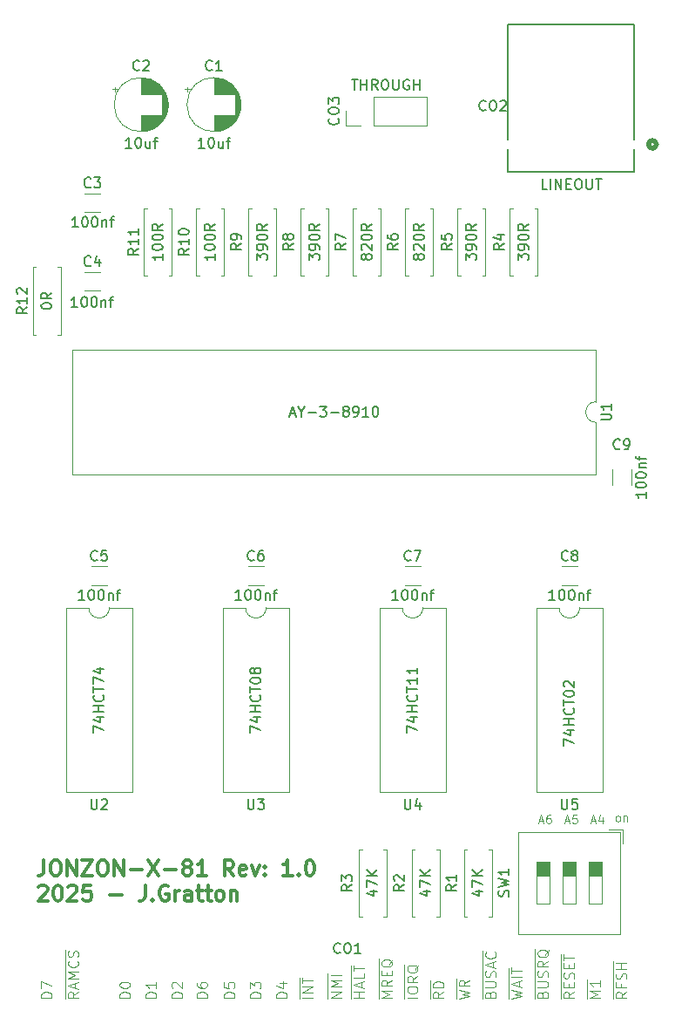
<source format=gbr>
%TF.GenerationSoftware,KiCad,Pcbnew,9.0.3*%
%TF.CreationDate,2025-08-12T20:28:36+01:00*%
%TF.ProjectId,JONZON-X-81,4a4f4e5a-4f4e-42d5-982d-38312e6b6963,1.0*%
%TF.SameCoordinates,Original*%
%TF.FileFunction,Legend,Top*%
%TF.FilePolarity,Positive*%
%FSLAX46Y46*%
G04 Gerber Fmt 4.6, Leading zero omitted, Abs format (unit mm)*
G04 Created by KiCad (PCBNEW 9.0.3) date 2025-08-12 20:28:36*
%MOMM*%
%LPD*%
G01*
G04 APERTURE LIST*
%ADD10C,0.300000*%
%ADD11C,0.120000*%
%ADD12C,0.150000*%
%ADD13C,0.100000*%
%ADD14C,0.152400*%
%ADD15C,0.508000*%
G04 APERTURE END LIST*
D10*
X55593082Y-127330912D02*
X55593082Y-128402341D01*
X55593082Y-128402341D02*
X55521653Y-128616626D01*
X55521653Y-128616626D02*
X55378796Y-128759484D01*
X55378796Y-128759484D02*
X55164510Y-128830912D01*
X55164510Y-128830912D02*
X55021653Y-128830912D01*
X56593082Y-127330912D02*
X56878796Y-127330912D01*
X56878796Y-127330912D02*
X57021653Y-127402341D01*
X57021653Y-127402341D02*
X57164510Y-127545198D01*
X57164510Y-127545198D02*
X57235939Y-127830912D01*
X57235939Y-127830912D02*
X57235939Y-128330912D01*
X57235939Y-128330912D02*
X57164510Y-128616626D01*
X57164510Y-128616626D02*
X57021653Y-128759484D01*
X57021653Y-128759484D02*
X56878796Y-128830912D01*
X56878796Y-128830912D02*
X56593082Y-128830912D01*
X56593082Y-128830912D02*
X56450225Y-128759484D01*
X56450225Y-128759484D02*
X56307367Y-128616626D01*
X56307367Y-128616626D02*
X56235939Y-128330912D01*
X56235939Y-128330912D02*
X56235939Y-127830912D01*
X56235939Y-127830912D02*
X56307367Y-127545198D01*
X56307367Y-127545198D02*
X56450225Y-127402341D01*
X56450225Y-127402341D02*
X56593082Y-127330912D01*
X57878796Y-128830912D02*
X57878796Y-127330912D01*
X57878796Y-127330912D02*
X58735939Y-128830912D01*
X58735939Y-128830912D02*
X58735939Y-127330912D01*
X59307368Y-127330912D02*
X60307368Y-127330912D01*
X60307368Y-127330912D02*
X59307368Y-128830912D01*
X59307368Y-128830912D02*
X60307368Y-128830912D01*
X61164511Y-127330912D02*
X61450225Y-127330912D01*
X61450225Y-127330912D02*
X61593082Y-127402341D01*
X61593082Y-127402341D02*
X61735939Y-127545198D01*
X61735939Y-127545198D02*
X61807368Y-127830912D01*
X61807368Y-127830912D02*
X61807368Y-128330912D01*
X61807368Y-128330912D02*
X61735939Y-128616626D01*
X61735939Y-128616626D02*
X61593082Y-128759484D01*
X61593082Y-128759484D02*
X61450225Y-128830912D01*
X61450225Y-128830912D02*
X61164511Y-128830912D01*
X61164511Y-128830912D02*
X61021654Y-128759484D01*
X61021654Y-128759484D02*
X60878796Y-128616626D01*
X60878796Y-128616626D02*
X60807368Y-128330912D01*
X60807368Y-128330912D02*
X60807368Y-127830912D01*
X60807368Y-127830912D02*
X60878796Y-127545198D01*
X60878796Y-127545198D02*
X61021654Y-127402341D01*
X61021654Y-127402341D02*
X61164511Y-127330912D01*
X62450225Y-128830912D02*
X62450225Y-127330912D01*
X62450225Y-127330912D02*
X63307368Y-128830912D01*
X63307368Y-128830912D02*
X63307368Y-127330912D01*
X64021654Y-128259484D02*
X65164512Y-128259484D01*
X65735940Y-127330912D02*
X66735940Y-128830912D01*
X66735940Y-127330912D02*
X65735940Y-128830912D01*
X67307368Y-128259484D02*
X68450226Y-128259484D01*
X69378797Y-127973769D02*
X69235940Y-127902341D01*
X69235940Y-127902341D02*
X69164511Y-127830912D01*
X69164511Y-127830912D02*
X69093083Y-127688055D01*
X69093083Y-127688055D02*
X69093083Y-127616626D01*
X69093083Y-127616626D02*
X69164511Y-127473769D01*
X69164511Y-127473769D02*
X69235940Y-127402341D01*
X69235940Y-127402341D02*
X69378797Y-127330912D01*
X69378797Y-127330912D02*
X69664511Y-127330912D01*
X69664511Y-127330912D02*
X69807369Y-127402341D01*
X69807369Y-127402341D02*
X69878797Y-127473769D01*
X69878797Y-127473769D02*
X69950226Y-127616626D01*
X69950226Y-127616626D02*
X69950226Y-127688055D01*
X69950226Y-127688055D02*
X69878797Y-127830912D01*
X69878797Y-127830912D02*
X69807369Y-127902341D01*
X69807369Y-127902341D02*
X69664511Y-127973769D01*
X69664511Y-127973769D02*
X69378797Y-127973769D01*
X69378797Y-127973769D02*
X69235940Y-128045198D01*
X69235940Y-128045198D02*
X69164511Y-128116626D01*
X69164511Y-128116626D02*
X69093083Y-128259484D01*
X69093083Y-128259484D02*
X69093083Y-128545198D01*
X69093083Y-128545198D02*
X69164511Y-128688055D01*
X69164511Y-128688055D02*
X69235940Y-128759484D01*
X69235940Y-128759484D02*
X69378797Y-128830912D01*
X69378797Y-128830912D02*
X69664511Y-128830912D01*
X69664511Y-128830912D02*
X69807369Y-128759484D01*
X69807369Y-128759484D02*
X69878797Y-128688055D01*
X69878797Y-128688055D02*
X69950226Y-128545198D01*
X69950226Y-128545198D02*
X69950226Y-128259484D01*
X69950226Y-128259484D02*
X69878797Y-128116626D01*
X69878797Y-128116626D02*
X69807369Y-128045198D01*
X69807369Y-128045198D02*
X69664511Y-127973769D01*
X71378797Y-128830912D02*
X70521654Y-128830912D01*
X70950225Y-128830912D02*
X70950225Y-127330912D01*
X70950225Y-127330912D02*
X70807368Y-127545198D01*
X70807368Y-127545198D02*
X70664511Y-127688055D01*
X70664511Y-127688055D02*
X70521654Y-127759484D01*
X74021653Y-128830912D02*
X73521653Y-128116626D01*
X73164510Y-128830912D02*
X73164510Y-127330912D01*
X73164510Y-127330912D02*
X73735939Y-127330912D01*
X73735939Y-127330912D02*
X73878796Y-127402341D01*
X73878796Y-127402341D02*
X73950225Y-127473769D01*
X73950225Y-127473769D02*
X74021653Y-127616626D01*
X74021653Y-127616626D02*
X74021653Y-127830912D01*
X74021653Y-127830912D02*
X73950225Y-127973769D01*
X73950225Y-127973769D02*
X73878796Y-128045198D01*
X73878796Y-128045198D02*
X73735939Y-128116626D01*
X73735939Y-128116626D02*
X73164510Y-128116626D01*
X75235939Y-128759484D02*
X75093082Y-128830912D01*
X75093082Y-128830912D02*
X74807368Y-128830912D01*
X74807368Y-128830912D02*
X74664510Y-128759484D01*
X74664510Y-128759484D02*
X74593082Y-128616626D01*
X74593082Y-128616626D02*
X74593082Y-128045198D01*
X74593082Y-128045198D02*
X74664510Y-127902341D01*
X74664510Y-127902341D02*
X74807368Y-127830912D01*
X74807368Y-127830912D02*
X75093082Y-127830912D01*
X75093082Y-127830912D02*
X75235939Y-127902341D01*
X75235939Y-127902341D02*
X75307368Y-128045198D01*
X75307368Y-128045198D02*
X75307368Y-128188055D01*
X75307368Y-128188055D02*
X74593082Y-128330912D01*
X75807367Y-127830912D02*
X76164510Y-128830912D01*
X76164510Y-128830912D02*
X76521653Y-127830912D01*
X77093081Y-128688055D02*
X77164510Y-128759484D01*
X77164510Y-128759484D02*
X77093081Y-128830912D01*
X77093081Y-128830912D02*
X77021653Y-128759484D01*
X77021653Y-128759484D02*
X77093081Y-128688055D01*
X77093081Y-128688055D02*
X77093081Y-128830912D01*
X77093081Y-127902341D02*
X77164510Y-127973769D01*
X77164510Y-127973769D02*
X77093081Y-128045198D01*
X77093081Y-128045198D02*
X77021653Y-127973769D01*
X77021653Y-127973769D02*
X77093081Y-127902341D01*
X77093081Y-127902341D02*
X77093081Y-128045198D01*
X79735939Y-128830912D02*
X78878796Y-128830912D01*
X79307367Y-128830912D02*
X79307367Y-127330912D01*
X79307367Y-127330912D02*
X79164510Y-127545198D01*
X79164510Y-127545198D02*
X79021653Y-127688055D01*
X79021653Y-127688055D02*
X78878796Y-127759484D01*
X80378795Y-128688055D02*
X80450224Y-128759484D01*
X80450224Y-128759484D02*
X80378795Y-128830912D01*
X80378795Y-128830912D02*
X80307367Y-128759484D01*
X80307367Y-128759484D02*
X80378795Y-128688055D01*
X80378795Y-128688055D02*
X80378795Y-128830912D01*
X81378796Y-127330912D02*
X81521653Y-127330912D01*
X81521653Y-127330912D02*
X81664510Y-127402341D01*
X81664510Y-127402341D02*
X81735939Y-127473769D01*
X81735939Y-127473769D02*
X81807367Y-127616626D01*
X81807367Y-127616626D02*
X81878796Y-127902341D01*
X81878796Y-127902341D02*
X81878796Y-128259484D01*
X81878796Y-128259484D02*
X81807367Y-128545198D01*
X81807367Y-128545198D02*
X81735939Y-128688055D01*
X81735939Y-128688055D02*
X81664510Y-128759484D01*
X81664510Y-128759484D02*
X81521653Y-128830912D01*
X81521653Y-128830912D02*
X81378796Y-128830912D01*
X81378796Y-128830912D02*
X81235939Y-128759484D01*
X81235939Y-128759484D02*
X81164510Y-128688055D01*
X81164510Y-128688055D02*
X81093081Y-128545198D01*
X81093081Y-128545198D02*
X81021653Y-128259484D01*
X81021653Y-128259484D02*
X81021653Y-127902341D01*
X81021653Y-127902341D02*
X81093081Y-127616626D01*
X81093081Y-127616626D02*
X81164510Y-127473769D01*
X81164510Y-127473769D02*
X81235939Y-127402341D01*
X81235939Y-127402341D02*
X81378796Y-127330912D01*
X55093082Y-129888685D02*
X55164510Y-129817257D01*
X55164510Y-129817257D02*
X55307368Y-129745828D01*
X55307368Y-129745828D02*
X55664510Y-129745828D01*
X55664510Y-129745828D02*
X55807368Y-129817257D01*
X55807368Y-129817257D02*
X55878796Y-129888685D01*
X55878796Y-129888685D02*
X55950225Y-130031542D01*
X55950225Y-130031542D02*
X55950225Y-130174400D01*
X55950225Y-130174400D02*
X55878796Y-130388685D01*
X55878796Y-130388685D02*
X55021653Y-131245828D01*
X55021653Y-131245828D02*
X55950225Y-131245828D01*
X56878796Y-129745828D02*
X57021653Y-129745828D01*
X57021653Y-129745828D02*
X57164510Y-129817257D01*
X57164510Y-129817257D02*
X57235939Y-129888685D01*
X57235939Y-129888685D02*
X57307367Y-130031542D01*
X57307367Y-130031542D02*
X57378796Y-130317257D01*
X57378796Y-130317257D02*
X57378796Y-130674400D01*
X57378796Y-130674400D02*
X57307367Y-130960114D01*
X57307367Y-130960114D02*
X57235939Y-131102971D01*
X57235939Y-131102971D02*
X57164510Y-131174400D01*
X57164510Y-131174400D02*
X57021653Y-131245828D01*
X57021653Y-131245828D02*
X56878796Y-131245828D01*
X56878796Y-131245828D02*
X56735939Y-131174400D01*
X56735939Y-131174400D02*
X56664510Y-131102971D01*
X56664510Y-131102971D02*
X56593081Y-130960114D01*
X56593081Y-130960114D02*
X56521653Y-130674400D01*
X56521653Y-130674400D02*
X56521653Y-130317257D01*
X56521653Y-130317257D02*
X56593081Y-130031542D01*
X56593081Y-130031542D02*
X56664510Y-129888685D01*
X56664510Y-129888685D02*
X56735939Y-129817257D01*
X56735939Y-129817257D02*
X56878796Y-129745828D01*
X57950224Y-129888685D02*
X58021652Y-129817257D01*
X58021652Y-129817257D02*
X58164510Y-129745828D01*
X58164510Y-129745828D02*
X58521652Y-129745828D01*
X58521652Y-129745828D02*
X58664510Y-129817257D01*
X58664510Y-129817257D02*
X58735938Y-129888685D01*
X58735938Y-129888685D02*
X58807367Y-130031542D01*
X58807367Y-130031542D02*
X58807367Y-130174400D01*
X58807367Y-130174400D02*
X58735938Y-130388685D01*
X58735938Y-130388685D02*
X57878795Y-131245828D01*
X57878795Y-131245828D02*
X58807367Y-131245828D01*
X60164509Y-129745828D02*
X59450223Y-129745828D01*
X59450223Y-129745828D02*
X59378795Y-130460114D01*
X59378795Y-130460114D02*
X59450223Y-130388685D01*
X59450223Y-130388685D02*
X59593081Y-130317257D01*
X59593081Y-130317257D02*
X59950223Y-130317257D01*
X59950223Y-130317257D02*
X60093081Y-130388685D01*
X60093081Y-130388685D02*
X60164509Y-130460114D01*
X60164509Y-130460114D02*
X60235938Y-130602971D01*
X60235938Y-130602971D02*
X60235938Y-130960114D01*
X60235938Y-130960114D02*
X60164509Y-131102971D01*
X60164509Y-131102971D02*
X60093081Y-131174400D01*
X60093081Y-131174400D02*
X59950223Y-131245828D01*
X59950223Y-131245828D02*
X59593081Y-131245828D01*
X59593081Y-131245828D02*
X59450223Y-131174400D01*
X59450223Y-131174400D02*
X59378795Y-131102971D01*
X62021651Y-130674400D02*
X63164509Y-130674400D01*
X65450223Y-129745828D02*
X65450223Y-130817257D01*
X65450223Y-130817257D02*
X65378794Y-131031542D01*
X65378794Y-131031542D02*
X65235937Y-131174400D01*
X65235937Y-131174400D02*
X65021651Y-131245828D01*
X65021651Y-131245828D02*
X64878794Y-131245828D01*
X66164508Y-131102971D02*
X66235937Y-131174400D01*
X66235937Y-131174400D02*
X66164508Y-131245828D01*
X66164508Y-131245828D02*
X66093080Y-131174400D01*
X66093080Y-131174400D02*
X66164508Y-131102971D01*
X66164508Y-131102971D02*
X66164508Y-131245828D01*
X67664509Y-129817257D02*
X67521652Y-129745828D01*
X67521652Y-129745828D02*
X67307366Y-129745828D01*
X67307366Y-129745828D02*
X67093080Y-129817257D01*
X67093080Y-129817257D02*
X66950223Y-129960114D01*
X66950223Y-129960114D02*
X66878794Y-130102971D01*
X66878794Y-130102971D02*
X66807366Y-130388685D01*
X66807366Y-130388685D02*
X66807366Y-130602971D01*
X66807366Y-130602971D02*
X66878794Y-130888685D01*
X66878794Y-130888685D02*
X66950223Y-131031542D01*
X66950223Y-131031542D02*
X67093080Y-131174400D01*
X67093080Y-131174400D02*
X67307366Y-131245828D01*
X67307366Y-131245828D02*
X67450223Y-131245828D01*
X67450223Y-131245828D02*
X67664509Y-131174400D01*
X67664509Y-131174400D02*
X67735937Y-131102971D01*
X67735937Y-131102971D02*
X67735937Y-130602971D01*
X67735937Y-130602971D02*
X67450223Y-130602971D01*
X68378794Y-131245828D02*
X68378794Y-130245828D01*
X68378794Y-130531542D02*
X68450223Y-130388685D01*
X68450223Y-130388685D02*
X68521652Y-130317257D01*
X68521652Y-130317257D02*
X68664509Y-130245828D01*
X68664509Y-130245828D02*
X68807366Y-130245828D01*
X69950223Y-131245828D02*
X69950223Y-130460114D01*
X69950223Y-130460114D02*
X69878794Y-130317257D01*
X69878794Y-130317257D02*
X69735937Y-130245828D01*
X69735937Y-130245828D02*
X69450223Y-130245828D01*
X69450223Y-130245828D02*
X69307365Y-130317257D01*
X69950223Y-131174400D02*
X69807365Y-131245828D01*
X69807365Y-131245828D02*
X69450223Y-131245828D01*
X69450223Y-131245828D02*
X69307365Y-131174400D01*
X69307365Y-131174400D02*
X69235937Y-131031542D01*
X69235937Y-131031542D02*
X69235937Y-130888685D01*
X69235937Y-130888685D02*
X69307365Y-130745828D01*
X69307365Y-130745828D02*
X69450223Y-130674400D01*
X69450223Y-130674400D02*
X69807365Y-130674400D01*
X69807365Y-130674400D02*
X69950223Y-130602971D01*
X70450223Y-130245828D02*
X71021651Y-130245828D01*
X70664508Y-129745828D02*
X70664508Y-131031542D01*
X70664508Y-131031542D02*
X70735937Y-131174400D01*
X70735937Y-131174400D02*
X70878794Y-131245828D01*
X70878794Y-131245828D02*
X71021651Y-131245828D01*
X71307366Y-130245828D02*
X71878794Y-130245828D01*
X71521651Y-129745828D02*
X71521651Y-131031542D01*
X71521651Y-131031542D02*
X71593080Y-131174400D01*
X71593080Y-131174400D02*
X71735937Y-131245828D01*
X71735937Y-131245828D02*
X71878794Y-131245828D01*
X72593080Y-131245828D02*
X72450223Y-131174400D01*
X72450223Y-131174400D02*
X72378794Y-131102971D01*
X72378794Y-131102971D02*
X72307366Y-130960114D01*
X72307366Y-130960114D02*
X72307366Y-130531542D01*
X72307366Y-130531542D02*
X72378794Y-130388685D01*
X72378794Y-130388685D02*
X72450223Y-130317257D01*
X72450223Y-130317257D02*
X72593080Y-130245828D01*
X72593080Y-130245828D02*
X72807366Y-130245828D01*
X72807366Y-130245828D02*
X72950223Y-130317257D01*
X72950223Y-130317257D02*
X73021652Y-130388685D01*
X73021652Y-130388685D02*
X73093080Y-130531542D01*
X73093080Y-130531542D02*
X73093080Y-130960114D01*
X73093080Y-130960114D02*
X73021652Y-131102971D01*
X73021652Y-131102971D02*
X72950223Y-131174400D01*
X72950223Y-131174400D02*
X72807366Y-131245828D01*
X72807366Y-131245828D02*
X72593080Y-131245828D01*
X73735937Y-130245828D02*
X73735937Y-131245828D01*
X73735937Y-130388685D02*
X73807366Y-130317257D01*
X73807366Y-130317257D02*
X73950223Y-130245828D01*
X73950223Y-130245828D02*
X74164509Y-130245828D01*
X74164509Y-130245828D02*
X74307366Y-130317257D01*
X74307366Y-130317257D02*
X74378795Y-130460114D01*
X74378795Y-130460114D02*
X74378795Y-131245828D01*
D11*
X106276327Y-123492283D02*
X106657280Y-123492283D01*
X106200137Y-123720855D02*
X106466804Y-122920855D01*
X106466804Y-122920855D02*
X106733470Y-123720855D01*
X107381089Y-122920855D02*
X107000137Y-122920855D01*
X107000137Y-122920855D02*
X106962041Y-123301807D01*
X106962041Y-123301807D02*
X107000137Y-123263712D01*
X107000137Y-123263712D02*
X107076327Y-123225617D01*
X107076327Y-123225617D02*
X107266803Y-123225617D01*
X107266803Y-123225617D02*
X107342994Y-123263712D01*
X107342994Y-123263712D02*
X107381089Y-123301807D01*
X107381089Y-123301807D02*
X107419184Y-123377998D01*
X107419184Y-123377998D02*
X107419184Y-123568474D01*
X107419184Y-123568474D02*
X107381089Y-123644664D01*
X107381089Y-123644664D02*
X107342994Y-123682760D01*
X107342994Y-123682760D02*
X107266803Y-123720855D01*
X107266803Y-123720855D02*
X107076327Y-123720855D01*
X107076327Y-123720855D02*
X107000137Y-123682760D01*
X107000137Y-123682760D02*
X106962041Y-123644664D01*
X108816327Y-123492283D02*
X109197280Y-123492283D01*
X108740137Y-123720855D02*
X109006804Y-122920855D01*
X109006804Y-122920855D02*
X109273470Y-123720855D01*
X109882994Y-123187521D02*
X109882994Y-123720855D01*
X109692518Y-122882760D02*
X109502041Y-123454188D01*
X109502041Y-123454188D02*
X109997280Y-123454188D01*
X103736327Y-123492283D02*
X104117280Y-123492283D01*
X103660137Y-123720855D02*
X103926804Y-122920855D01*
X103926804Y-122920855D02*
X104193470Y-123720855D01*
X104802994Y-122920855D02*
X104650613Y-122920855D01*
X104650613Y-122920855D02*
X104574422Y-122958950D01*
X104574422Y-122958950D02*
X104536327Y-122997045D01*
X104536327Y-122997045D02*
X104460137Y-123111331D01*
X104460137Y-123111331D02*
X104422041Y-123263712D01*
X104422041Y-123263712D02*
X104422041Y-123568474D01*
X104422041Y-123568474D02*
X104460137Y-123644664D01*
X104460137Y-123644664D02*
X104498232Y-123682760D01*
X104498232Y-123682760D02*
X104574422Y-123720855D01*
X104574422Y-123720855D02*
X104726803Y-123720855D01*
X104726803Y-123720855D02*
X104802994Y-123682760D01*
X104802994Y-123682760D02*
X104841089Y-123644664D01*
X104841089Y-123644664D02*
X104879184Y-123568474D01*
X104879184Y-123568474D02*
X104879184Y-123377998D01*
X104879184Y-123377998D02*
X104841089Y-123301807D01*
X104841089Y-123301807D02*
X104802994Y-123263712D01*
X104802994Y-123263712D02*
X104726803Y-123225617D01*
X104726803Y-123225617D02*
X104574422Y-123225617D01*
X104574422Y-123225617D02*
X104498232Y-123263712D01*
X104498232Y-123263712D02*
X104460137Y-123301807D01*
X104460137Y-123301807D02*
X104422041Y-123377998D01*
D12*
X60773333Y-98149580D02*
X60725714Y-98197200D01*
X60725714Y-98197200D02*
X60582857Y-98244819D01*
X60582857Y-98244819D02*
X60487619Y-98244819D01*
X60487619Y-98244819D02*
X60344762Y-98197200D01*
X60344762Y-98197200D02*
X60249524Y-98101961D01*
X60249524Y-98101961D02*
X60201905Y-98006723D01*
X60201905Y-98006723D02*
X60154286Y-97816247D01*
X60154286Y-97816247D02*
X60154286Y-97673390D01*
X60154286Y-97673390D02*
X60201905Y-97482914D01*
X60201905Y-97482914D02*
X60249524Y-97387676D01*
X60249524Y-97387676D02*
X60344762Y-97292438D01*
X60344762Y-97292438D02*
X60487619Y-97244819D01*
X60487619Y-97244819D02*
X60582857Y-97244819D01*
X60582857Y-97244819D02*
X60725714Y-97292438D01*
X60725714Y-97292438D02*
X60773333Y-97340057D01*
X61678095Y-97244819D02*
X61201905Y-97244819D01*
X61201905Y-97244819D02*
X61154286Y-97721009D01*
X61154286Y-97721009D02*
X61201905Y-97673390D01*
X61201905Y-97673390D02*
X61297143Y-97625771D01*
X61297143Y-97625771D02*
X61535238Y-97625771D01*
X61535238Y-97625771D02*
X61630476Y-97673390D01*
X61630476Y-97673390D02*
X61678095Y-97721009D01*
X61678095Y-97721009D02*
X61725714Y-97816247D01*
X61725714Y-97816247D02*
X61725714Y-98054342D01*
X61725714Y-98054342D02*
X61678095Y-98149580D01*
X61678095Y-98149580D02*
X61630476Y-98197200D01*
X61630476Y-98197200D02*
X61535238Y-98244819D01*
X61535238Y-98244819D02*
X61297143Y-98244819D01*
X61297143Y-98244819D02*
X61201905Y-98197200D01*
X61201905Y-98197200D02*
X61154286Y-98149580D01*
X59535237Y-102054819D02*
X58963809Y-102054819D01*
X59249523Y-102054819D02*
X59249523Y-101054819D01*
X59249523Y-101054819D02*
X59154285Y-101197676D01*
X59154285Y-101197676D02*
X59059047Y-101292914D01*
X59059047Y-101292914D02*
X58963809Y-101340533D01*
X60154285Y-101054819D02*
X60249523Y-101054819D01*
X60249523Y-101054819D02*
X60344761Y-101102438D01*
X60344761Y-101102438D02*
X60392380Y-101150057D01*
X60392380Y-101150057D02*
X60439999Y-101245295D01*
X60439999Y-101245295D02*
X60487618Y-101435771D01*
X60487618Y-101435771D02*
X60487618Y-101673866D01*
X60487618Y-101673866D02*
X60439999Y-101864342D01*
X60439999Y-101864342D02*
X60392380Y-101959580D01*
X60392380Y-101959580D02*
X60344761Y-102007200D01*
X60344761Y-102007200D02*
X60249523Y-102054819D01*
X60249523Y-102054819D02*
X60154285Y-102054819D01*
X60154285Y-102054819D02*
X60059047Y-102007200D01*
X60059047Y-102007200D02*
X60011428Y-101959580D01*
X60011428Y-101959580D02*
X59963809Y-101864342D01*
X59963809Y-101864342D02*
X59916190Y-101673866D01*
X59916190Y-101673866D02*
X59916190Y-101435771D01*
X59916190Y-101435771D02*
X59963809Y-101245295D01*
X59963809Y-101245295D02*
X60011428Y-101150057D01*
X60011428Y-101150057D02*
X60059047Y-101102438D01*
X60059047Y-101102438D02*
X60154285Y-101054819D01*
X61106666Y-101054819D02*
X61201904Y-101054819D01*
X61201904Y-101054819D02*
X61297142Y-101102438D01*
X61297142Y-101102438D02*
X61344761Y-101150057D01*
X61344761Y-101150057D02*
X61392380Y-101245295D01*
X61392380Y-101245295D02*
X61439999Y-101435771D01*
X61439999Y-101435771D02*
X61439999Y-101673866D01*
X61439999Y-101673866D02*
X61392380Y-101864342D01*
X61392380Y-101864342D02*
X61344761Y-101959580D01*
X61344761Y-101959580D02*
X61297142Y-102007200D01*
X61297142Y-102007200D02*
X61201904Y-102054819D01*
X61201904Y-102054819D02*
X61106666Y-102054819D01*
X61106666Y-102054819D02*
X61011428Y-102007200D01*
X61011428Y-102007200D02*
X60963809Y-101959580D01*
X60963809Y-101959580D02*
X60916190Y-101864342D01*
X60916190Y-101864342D02*
X60868571Y-101673866D01*
X60868571Y-101673866D02*
X60868571Y-101435771D01*
X60868571Y-101435771D02*
X60916190Y-101245295D01*
X60916190Y-101245295D02*
X60963809Y-101150057D01*
X60963809Y-101150057D02*
X61011428Y-101102438D01*
X61011428Y-101102438D02*
X61106666Y-101054819D01*
X61868571Y-101388152D02*
X61868571Y-102054819D01*
X61868571Y-101483390D02*
X61916190Y-101435771D01*
X61916190Y-101435771D02*
X62011428Y-101388152D01*
X62011428Y-101388152D02*
X62154285Y-101388152D01*
X62154285Y-101388152D02*
X62249523Y-101435771D01*
X62249523Y-101435771D02*
X62297142Y-101531009D01*
X62297142Y-101531009D02*
X62297142Y-102054819D01*
X62630476Y-101388152D02*
X63011428Y-101388152D01*
X62773333Y-102054819D02*
X62773333Y-101197676D01*
X62773333Y-101197676D02*
X62820952Y-101102438D01*
X62820952Y-101102438D02*
X62916190Y-101054819D01*
X62916190Y-101054819D02*
X63011428Y-101054819D01*
X100319819Y-67476666D02*
X99843628Y-67809999D01*
X100319819Y-68048094D02*
X99319819Y-68048094D01*
X99319819Y-68048094D02*
X99319819Y-67667142D01*
X99319819Y-67667142D02*
X99367438Y-67571904D01*
X99367438Y-67571904D02*
X99415057Y-67524285D01*
X99415057Y-67524285D02*
X99510295Y-67476666D01*
X99510295Y-67476666D02*
X99653152Y-67476666D01*
X99653152Y-67476666D02*
X99748390Y-67524285D01*
X99748390Y-67524285D02*
X99796009Y-67571904D01*
X99796009Y-67571904D02*
X99843628Y-67667142D01*
X99843628Y-67667142D02*
X99843628Y-68048094D01*
X99653152Y-66619523D02*
X100319819Y-66619523D01*
X99272200Y-66857618D02*
X99986485Y-67095713D01*
X99986485Y-67095713D02*
X99986485Y-66476666D01*
X101689819Y-69095713D02*
X101689819Y-68476666D01*
X101689819Y-68476666D02*
X102070771Y-68809999D01*
X102070771Y-68809999D02*
X102070771Y-68667142D01*
X102070771Y-68667142D02*
X102118390Y-68571904D01*
X102118390Y-68571904D02*
X102166009Y-68524285D01*
X102166009Y-68524285D02*
X102261247Y-68476666D01*
X102261247Y-68476666D02*
X102499342Y-68476666D01*
X102499342Y-68476666D02*
X102594580Y-68524285D01*
X102594580Y-68524285D02*
X102642200Y-68571904D01*
X102642200Y-68571904D02*
X102689819Y-68667142D01*
X102689819Y-68667142D02*
X102689819Y-68952856D01*
X102689819Y-68952856D02*
X102642200Y-69048094D01*
X102642200Y-69048094D02*
X102594580Y-69095713D01*
X102689819Y-68000475D02*
X102689819Y-67809999D01*
X102689819Y-67809999D02*
X102642200Y-67714761D01*
X102642200Y-67714761D02*
X102594580Y-67667142D01*
X102594580Y-67667142D02*
X102451723Y-67571904D01*
X102451723Y-67571904D02*
X102261247Y-67524285D01*
X102261247Y-67524285D02*
X101880295Y-67524285D01*
X101880295Y-67524285D02*
X101785057Y-67571904D01*
X101785057Y-67571904D02*
X101737438Y-67619523D01*
X101737438Y-67619523D02*
X101689819Y-67714761D01*
X101689819Y-67714761D02*
X101689819Y-67905237D01*
X101689819Y-67905237D02*
X101737438Y-68000475D01*
X101737438Y-68000475D02*
X101785057Y-68048094D01*
X101785057Y-68048094D02*
X101880295Y-68095713D01*
X101880295Y-68095713D02*
X102118390Y-68095713D01*
X102118390Y-68095713D02*
X102213628Y-68048094D01*
X102213628Y-68048094D02*
X102261247Y-68000475D01*
X102261247Y-68000475D02*
X102308866Y-67905237D01*
X102308866Y-67905237D02*
X102308866Y-67714761D01*
X102308866Y-67714761D02*
X102261247Y-67619523D01*
X102261247Y-67619523D02*
X102213628Y-67571904D01*
X102213628Y-67571904D02*
X102118390Y-67524285D01*
X101689819Y-66905237D02*
X101689819Y-66809999D01*
X101689819Y-66809999D02*
X101737438Y-66714761D01*
X101737438Y-66714761D02*
X101785057Y-66667142D01*
X101785057Y-66667142D02*
X101880295Y-66619523D01*
X101880295Y-66619523D02*
X102070771Y-66571904D01*
X102070771Y-66571904D02*
X102308866Y-66571904D01*
X102308866Y-66571904D02*
X102499342Y-66619523D01*
X102499342Y-66619523D02*
X102594580Y-66667142D01*
X102594580Y-66667142D02*
X102642200Y-66714761D01*
X102642200Y-66714761D02*
X102689819Y-66809999D01*
X102689819Y-66809999D02*
X102689819Y-66905237D01*
X102689819Y-66905237D02*
X102642200Y-67000475D01*
X102642200Y-67000475D02*
X102594580Y-67048094D01*
X102594580Y-67048094D02*
X102499342Y-67095713D01*
X102499342Y-67095713D02*
X102308866Y-67143332D01*
X102308866Y-67143332D02*
X102070771Y-67143332D01*
X102070771Y-67143332D02*
X101880295Y-67095713D01*
X101880295Y-67095713D02*
X101785057Y-67048094D01*
X101785057Y-67048094D02*
X101737438Y-67000475D01*
X101737438Y-67000475D02*
X101689819Y-66905237D01*
X102689819Y-65571904D02*
X102213628Y-65905237D01*
X102689819Y-66143332D02*
X101689819Y-66143332D01*
X101689819Y-66143332D02*
X101689819Y-65762380D01*
X101689819Y-65762380D02*
X101737438Y-65667142D01*
X101737438Y-65667142D02*
X101785057Y-65619523D01*
X101785057Y-65619523D02*
X101880295Y-65571904D01*
X101880295Y-65571904D02*
X102023152Y-65571904D01*
X102023152Y-65571904D02*
X102118390Y-65619523D01*
X102118390Y-65619523D02*
X102166009Y-65667142D01*
X102166009Y-65667142D02*
X102213628Y-65762380D01*
X102213628Y-65762380D02*
X102213628Y-66143332D01*
X109724819Y-84581904D02*
X110534342Y-84581904D01*
X110534342Y-84581904D02*
X110629580Y-84534285D01*
X110629580Y-84534285D02*
X110677200Y-84486666D01*
X110677200Y-84486666D02*
X110724819Y-84391428D01*
X110724819Y-84391428D02*
X110724819Y-84200952D01*
X110724819Y-84200952D02*
X110677200Y-84105714D01*
X110677200Y-84105714D02*
X110629580Y-84058095D01*
X110629580Y-84058095D02*
X110534342Y-84010476D01*
X110534342Y-84010476D02*
X109724819Y-84010476D01*
X110724819Y-83010476D02*
X110724819Y-83581904D01*
X110724819Y-83296190D02*
X109724819Y-83296190D01*
X109724819Y-83296190D02*
X109867676Y-83391428D01*
X109867676Y-83391428D02*
X109962914Y-83486666D01*
X109962914Y-83486666D02*
X110010533Y-83581904D01*
X79529286Y-83984104D02*
X80005476Y-83984104D01*
X79434048Y-84269819D02*
X79767381Y-83269819D01*
X79767381Y-83269819D02*
X80100714Y-84269819D01*
X80624524Y-83793628D02*
X80624524Y-84269819D01*
X80291191Y-83269819D02*
X80624524Y-83793628D01*
X80624524Y-83793628D02*
X80957857Y-83269819D01*
X81291191Y-83888866D02*
X82053096Y-83888866D01*
X82434048Y-83269819D02*
X83053095Y-83269819D01*
X83053095Y-83269819D02*
X82719762Y-83650771D01*
X82719762Y-83650771D02*
X82862619Y-83650771D01*
X82862619Y-83650771D02*
X82957857Y-83698390D01*
X82957857Y-83698390D02*
X83005476Y-83746009D01*
X83005476Y-83746009D02*
X83053095Y-83841247D01*
X83053095Y-83841247D02*
X83053095Y-84079342D01*
X83053095Y-84079342D02*
X83005476Y-84174580D01*
X83005476Y-84174580D02*
X82957857Y-84222200D01*
X82957857Y-84222200D02*
X82862619Y-84269819D01*
X82862619Y-84269819D02*
X82576905Y-84269819D01*
X82576905Y-84269819D02*
X82481667Y-84222200D01*
X82481667Y-84222200D02*
X82434048Y-84174580D01*
X83481667Y-83888866D02*
X84243572Y-83888866D01*
X84862619Y-83698390D02*
X84767381Y-83650771D01*
X84767381Y-83650771D02*
X84719762Y-83603152D01*
X84719762Y-83603152D02*
X84672143Y-83507914D01*
X84672143Y-83507914D02*
X84672143Y-83460295D01*
X84672143Y-83460295D02*
X84719762Y-83365057D01*
X84719762Y-83365057D02*
X84767381Y-83317438D01*
X84767381Y-83317438D02*
X84862619Y-83269819D01*
X84862619Y-83269819D02*
X85053095Y-83269819D01*
X85053095Y-83269819D02*
X85148333Y-83317438D01*
X85148333Y-83317438D02*
X85195952Y-83365057D01*
X85195952Y-83365057D02*
X85243571Y-83460295D01*
X85243571Y-83460295D02*
X85243571Y-83507914D01*
X85243571Y-83507914D02*
X85195952Y-83603152D01*
X85195952Y-83603152D02*
X85148333Y-83650771D01*
X85148333Y-83650771D02*
X85053095Y-83698390D01*
X85053095Y-83698390D02*
X84862619Y-83698390D01*
X84862619Y-83698390D02*
X84767381Y-83746009D01*
X84767381Y-83746009D02*
X84719762Y-83793628D01*
X84719762Y-83793628D02*
X84672143Y-83888866D01*
X84672143Y-83888866D02*
X84672143Y-84079342D01*
X84672143Y-84079342D02*
X84719762Y-84174580D01*
X84719762Y-84174580D02*
X84767381Y-84222200D01*
X84767381Y-84222200D02*
X84862619Y-84269819D01*
X84862619Y-84269819D02*
X85053095Y-84269819D01*
X85053095Y-84269819D02*
X85148333Y-84222200D01*
X85148333Y-84222200D02*
X85195952Y-84174580D01*
X85195952Y-84174580D02*
X85243571Y-84079342D01*
X85243571Y-84079342D02*
X85243571Y-83888866D01*
X85243571Y-83888866D02*
X85195952Y-83793628D01*
X85195952Y-83793628D02*
X85148333Y-83746009D01*
X85148333Y-83746009D02*
X85053095Y-83698390D01*
X85719762Y-84269819D02*
X85910238Y-84269819D01*
X85910238Y-84269819D02*
X86005476Y-84222200D01*
X86005476Y-84222200D02*
X86053095Y-84174580D01*
X86053095Y-84174580D02*
X86148333Y-84031723D01*
X86148333Y-84031723D02*
X86195952Y-83841247D01*
X86195952Y-83841247D02*
X86195952Y-83460295D01*
X86195952Y-83460295D02*
X86148333Y-83365057D01*
X86148333Y-83365057D02*
X86100714Y-83317438D01*
X86100714Y-83317438D02*
X86005476Y-83269819D01*
X86005476Y-83269819D02*
X85815000Y-83269819D01*
X85815000Y-83269819D02*
X85719762Y-83317438D01*
X85719762Y-83317438D02*
X85672143Y-83365057D01*
X85672143Y-83365057D02*
X85624524Y-83460295D01*
X85624524Y-83460295D02*
X85624524Y-83698390D01*
X85624524Y-83698390D02*
X85672143Y-83793628D01*
X85672143Y-83793628D02*
X85719762Y-83841247D01*
X85719762Y-83841247D02*
X85815000Y-83888866D01*
X85815000Y-83888866D02*
X86005476Y-83888866D01*
X86005476Y-83888866D02*
X86100714Y-83841247D01*
X86100714Y-83841247D02*
X86148333Y-83793628D01*
X86148333Y-83793628D02*
X86195952Y-83698390D01*
X87148333Y-84269819D02*
X86576905Y-84269819D01*
X86862619Y-84269819D02*
X86862619Y-83269819D01*
X86862619Y-83269819D02*
X86767381Y-83412676D01*
X86767381Y-83412676D02*
X86672143Y-83507914D01*
X86672143Y-83507914D02*
X86576905Y-83555533D01*
X87767381Y-83269819D02*
X87862619Y-83269819D01*
X87862619Y-83269819D02*
X87957857Y-83317438D01*
X87957857Y-83317438D02*
X88005476Y-83365057D01*
X88005476Y-83365057D02*
X88053095Y-83460295D01*
X88053095Y-83460295D02*
X88100714Y-83650771D01*
X88100714Y-83650771D02*
X88100714Y-83888866D01*
X88100714Y-83888866D02*
X88053095Y-84079342D01*
X88053095Y-84079342D02*
X88005476Y-84174580D01*
X88005476Y-84174580D02*
X87957857Y-84222200D01*
X87957857Y-84222200D02*
X87862619Y-84269819D01*
X87862619Y-84269819D02*
X87767381Y-84269819D01*
X87767381Y-84269819D02*
X87672143Y-84222200D01*
X87672143Y-84222200D02*
X87624524Y-84174580D01*
X87624524Y-84174580D02*
X87576905Y-84079342D01*
X87576905Y-84079342D02*
X87529286Y-83888866D01*
X87529286Y-83888866D02*
X87529286Y-83650771D01*
X87529286Y-83650771D02*
X87576905Y-83460295D01*
X87576905Y-83460295D02*
X87624524Y-83365057D01*
X87624524Y-83365057D02*
X87672143Y-83317438D01*
X87672143Y-83317438D02*
X87767381Y-83269819D01*
X64759819Y-67952857D02*
X64283628Y-68286190D01*
X64759819Y-68524285D02*
X63759819Y-68524285D01*
X63759819Y-68524285D02*
X63759819Y-68143333D01*
X63759819Y-68143333D02*
X63807438Y-68048095D01*
X63807438Y-68048095D02*
X63855057Y-68000476D01*
X63855057Y-68000476D02*
X63950295Y-67952857D01*
X63950295Y-67952857D02*
X64093152Y-67952857D01*
X64093152Y-67952857D02*
X64188390Y-68000476D01*
X64188390Y-68000476D02*
X64236009Y-68048095D01*
X64236009Y-68048095D02*
X64283628Y-68143333D01*
X64283628Y-68143333D02*
X64283628Y-68524285D01*
X64759819Y-67000476D02*
X64759819Y-67571904D01*
X64759819Y-67286190D02*
X63759819Y-67286190D01*
X63759819Y-67286190D02*
X63902676Y-67381428D01*
X63902676Y-67381428D02*
X63997914Y-67476666D01*
X63997914Y-67476666D02*
X64045533Y-67571904D01*
X64759819Y-66048095D02*
X64759819Y-66619523D01*
X64759819Y-66333809D02*
X63759819Y-66333809D01*
X63759819Y-66333809D02*
X63902676Y-66429047D01*
X63902676Y-66429047D02*
X63997914Y-66524285D01*
X63997914Y-66524285D02*
X64045533Y-66619523D01*
X67129819Y-68476666D02*
X67129819Y-69048094D01*
X67129819Y-68762380D02*
X66129819Y-68762380D01*
X66129819Y-68762380D02*
X66272676Y-68857618D01*
X66272676Y-68857618D02*
X66367914Y-68952856D01*
X66367914Y-68952856D02*
X66415533Y-69048094D01*
X66129819Y-67857618D02*
X66129819Y-67762380D01*
X66129819Y-67762380D02*
X66177438Y-67667142D01*
X66177438Y-67667142D02*
X66225057Y-67619523D01*
X66225057Y-67619523D02*
X66320295Y-67571904D01*
X66320295Y-67571904D02*
X66510771Y-67524285D01*
X66510771Y-67524285D02*
X66748866Y-67524285D01*
X66748866Y-67524285D02*
X66939342Y-67571904D01*
X66939342Y-67571904D02*
X67034580Y-67619523D01*
X67034580Y-67619523D02*
X67082200Y-67667142D01*
X67082200Y-67667142D02*
X67129819Y-67762380D01*
X67129819Y-67762380D02*
X67129819Y-67857618D01*
X67129819Y-67857618D02*
X67082200Y-67952856D01*
X67082200Y-67952856D02*
X67034580Y-68000475D01*
X67034580Y-68000475D02*
X66939342Y-68048094D01*
X66939342Y-68048094D02*
X66748866Y-68095713D01*
X66748866Y-68095713D02*
X66510771Y-68095713D01*
X66510771Y-68095713D02*
X66320295Y-68048094D01*
X66320295Y-68048094D02*
X66225057Y-68000475D01*
X66225057Y-68000475D02*
X66177438Y-67952856D01*
X66177438Y-67952856D02*
X66129819Y-67857618D01*
X66129819Y-66905237D02*
X66129819Y-66809999D01*
X66129819Y-66809999D02*
X66177438Y-66714761D01*
X66177438Y-66714761D02*
X66225057Y-66667142D01*
X66225057Y-66667142D02*
X66320295Y-66619523D01*
X66320295Y-66619523D02*
X66510771Y-66571904D01*
X66510771Y-66571904D02*
X66748866Y-66571904D01*
X66748866Y-66571904D02*
X66939342Y-66619523D01*
X66939342Y-66619523D02*
X67034580Y-66667142D01*
X67034580Y-66667142D02*
X67082200Y-66714761D01*
X67082200Y-66714761D02*
X67129819Y-66809999D01*
X67129819Y-66809999D02*
X67129819Y-66905237D01*
X67129819Y-66905237D02*
X67082200Y-67000475D01*
X67082200Y-67000475D02*
X67034580Y-67048094D01*
X67034580Y-67048094D02*
X66939342Y-67095713D01*
X66939342Y-67095713D02*
X66748866Y-67143332D01*
X66748866Y-67143332D02*
X66510771Y-67143332D01*
X66510771Y-67143332D02*
X66320295Y-67095713D01*
X66320295Y-67095713D02*
X66225057Y-67048094D01*
X66225057Y-67048094D02*
X66177438Y-67000475D01*
X66177438Y-67000475D02*
X66129819Y-66905237D01*
X67129819Y-65571904D02*
X66653628Y-65905237D01*
X67129819Y-66143332D02*
X66129819Y-66143332D01*
X66129819Y-66143332D02*
X66129819Y-65762380D01*
X66129819Y-65762380D02*
X66177438Y-65667142D01*
X66177438Y-65667142D02*
X66225057Y-65619523D01*
X66225057Y-65619523D02*
X66320295Y-65571904D01*
X66320295Y-65571904D02*
X66463152Y-65571904D01*
X66463152Y-65571904D02*
X66558390Y-65619523D01*
X66558390Y-65619523D02*
X66606009Y-65667142D01*
X66606009Y-65667142D02*
X66653628Y-65762380D01*
X66653628Y-65762380D02*
X66653628Y-66143332D01*
X60148333Y-61954580D02*
X60100714Y-62002200D01*
X60100714Y-62002200D02*
X59957857Y-62049819D01*
X59957857Y-62049819D02*
X59862619Y-62049819D01*
X59862619Y-62049819D02*
X59719762Y-62002200D01*
X59719762Y-62002200D02*
X59624524Y-61906961D01*
X59624524Y-61906961D02*
X59576905Y-61811723D01*
X59576905Y-61811723D02*
X59529286Y-61621247D01*
X59529286Y-61621247D02*
X59529286Y-61478390D01*
X59529286Y-61478390D02*
X59576905Y-61287914D01*
X59576905Y-61287914D02*
X59624524Y-61192676D01*
X59624524Y-61192676D02*
X59719762Y-61097438D01*
X59719762Y-61097438D02*
X59862619Y-61049819D01*
X59862619Y-61049819D02*
X59957857Y-61049819D01*
X59957857Y-61049819D02*
X60100714Y-61097438D01*
X60100714Y-61097438D02*
X60148333Y-61145057D01*
X60481667Y-61049819D02*
X61100714Y-61049819D01*
X61100714Y-61049819D02*
X60767381Y-61430771D01*
X60767381Y-61430771D02*
X60910238Y-61430771D01*
X60910238Y-61430771D02*
X61005476Y-61478390D01*
X61005476Y-61478390D02*
X61053095Y-61526009D01*
X61053095Y-61526009D02*
X61100714Y-61621247D01*
X61100714Y-61621247D02*
X61100714Y-61859342D01*
X61100714Y-61859342D02*
X61053095Y-61954580D01*
X61053095Y-61954580D02*
X61005476Y-62002200D01*
X61005476Y-62002200D02*
X60910238Y-62049819D01*
X60910238Y-62049819D02*
X60624524Y-62049819D01*
X60624524Y-62049819D02*
X60529286Y-62002200D01*
X60529286Y-62002200D02*
X60481667Y-61954580D01*
X58910237Y-65859819D02*
X58338809Y-65859819D01*
X58624523Y-65859819D02*
X58624523Y-64859819D01*
X58624523Y-64859819D02*
X58529285Y-65002676D01*
X58529285Y-65002676D02*
X58434047Y-65097914D01*
X58434047Y-65097914D02*
X58338809Y-65145533D01*
X59529285Y-64859819D02*
X59624523Y-64859819D01*
X59624523Y-64859819D02*
X59719761Y-64907438D01*
X59719761Y-64907438D02*
X59767380Y-64955057D01*
X59767380Y-64955057D02*
X59814999Y-65050295D01*
X59814999Y-65050295D02*
X59862618Y-65240771D01*
X59862618Y-65240771D02*
X59862618Y-65478866D01*
X59862618Y-65478866D02*
X59814999Y-65669342D01*
X59814999Y-65669342D02*
X59767380Y-65764580D01*
X59767380Y-65764580D02*
X59719761Y-65812200D01*
X59719761Y-65812200D02*
X59624523Y-65859819D01*
X59624523Y-65859819D02*
X59529285Y-65859819D01*
X59529285Y-65859819D02*
X59434047Y-65812200D01*
X59434047Y-65812200D02*
X59386428Y-65764580D01*
X59386428Y-65764580D02*
X59338809Y-65669342D01*
X59338809Y-65669342D02*
X59291190Y-65478866D01*
X59291190Y-65478866D02*
X59291190Y-65240771D01*
X59291190Y-65240771D02*
X59338809Y-65050295D01*
X59338809Y-65050295D02*
X59386428Y-64955057D01*
X59386428Y-64955057D02*
X59434047Y-64907438D01*
X59434047Y-64907438D02*
X59529285Y-64859819D01*
X60481666Y-64859819D02*
X60576904Y-64859819D01*
X60576904Y-64859819D02*
X60672142Y-64907438D01*
X60672142Y-64907438D02*
X60719761Y-64955057D01*
X60719761Y-64955057D02*
X60767380Y-65050295D01*
X60767380Y-65050295D02*
X60814999Y-65240771D01*
X60814999Y-65240771D02*
X60814999Y-65478866D01*
X60814999Y-65478866D02*
X60767380Y-65669342D01*
X60767380Y-65669342D02*
X60719761Y-65764580D01*
X60719761Y-65764580D02*
X60672142Y-65812200D01*
X60672142Y-65812200D02*
X60576904Y-65859819D01*
X60576904Y-65859819D02*
X60481666Y-65859819D01*
X60481666Y-65859819D02*
X60386428Y-65812200D01*
X60386428Y-65812200D02*
X60338809Y-65764580D01*
X60338809Y-65764580D02*
X60291190Y-65669342D01*
X60291190Y-65669342D02*
X60243571Y-65478866D01*
X60243571Y-65478866D02*
X60243571Y-65240771D01*
X60243571Y-65240771D02*
X60291190Y-65050295D01*
X60291190Y-65050295D02*
X60338809Y-64955057D01*
X60338809Y-64955057D02*
X60386428Y-64907438D01*
X60386428Y-64907438D02*
X60481666Y-64859819D01*
X61243571Y-65193152D02*
X61243571Y-65859819D01*
X61243571Y-65288390D02*
X61291190Y-65240771D01*
X61291190Y-65240771D02*
X61386428Y-65193152D01*
X61386428Y-65193152D02*
X61529285Y-65193152D01*
X61529285Y-65193152D02*
X61624523Y-65240771D01*
X61624523Y-65240771D02*
X61672142Y-65336009D01*
X61672142Y-65336009D02*
X61672142Y-65859819D01*
X62005476Y-65193152D02*
X62386428Y-65193152D01*
X62148333Y-65859819D02*
X62148333Y-65002676D01*
X62148333Y-65002676D02*
X62195952Y-64907438D01*
X62195952Y-64907438D02*
X62291190Y-64859819D01*
X62291190Y-64859819D02*
X62386428Y-64859819D01*
X85539819Y-129706666D02*
X85063628Y-130039999D01*
X85539819Y-130278094D02*
X84539819Y-130278094D01*
X84539819Y-130278094D02*
X84539819Y-129897142D01*
X84539819Y-129897142D02*
X84587438Y-129801904D01*
X84587438Y-129801904D02*
X84635057Y-129754285D01*
X84635057Y-129754285D02*
X84730295Y-129706666D01*
X84730295Y-129706666D02*
X84873152Y-129706666D01*
X84873152Y-129706666D02*
X84968390Y-129754285D01*
X84968390Y-129754285D02*
X85016009Y-129801904D01*
X85016009Y-129801904D02*
X85063628Y-129897142D01*
X85063628Y-129897142D02*
X85063628Y-130278094D01*
X84539819Y-129373332D02*
X84539819Y-128754285D01*
X84539819Y-128754285D02*
X84920771Y-129087618D01*
X84920771Y-129087618D02*
X84920771Y-128944761D01*
X84920771Y-128944761D02*
X84968390Y-128849523D01*
X84968390Y-128849523D02*
X85016009Y-128801904D01*
X85016009Y-128801904D02*
X85111247Y-128754285D01*
X85111247Y-128754285D02*
X85349342Y-128754285D01*
X85349342Y-128754285D02*
X85444580Y-128801904D01*
X85444580Y-128801904D02*
X85492200Y-128849523D01*
X85492200Y-128849523D02*
X85539819Y-128944761D01*
X85539819Y-128944761D02*
X85539819Y-129230475D01*
X85539819Y-129230475D02*
X85492200Y-129325713D01*
X85492200Y-129325713D02*
X85444580Y-129373332D01*
X87343152Y-130325714D02*
X88009819Y-130325714D01*
X86962200Y-130563809D02*
X87676485Y-130801904D01*
X87676485Y-130801904D02*
X87676485Y-130182857D01*
X87009819Y-129897142D02*
X87009819Y-129230476D01*
X87009819Y-129230476D02*
X88009819Y-129659047D01*
X88009819Y-128849523D02*
X87009819Y-128849523D01*
X88009819Y-128278095D02*
X87438390Y-128706666D01*
X87009819Y-128278095D02*
X87581247Y-128849523D01*
X76013333Y-98149580D02*
X75965714Y-98197200D01*
X75965714Y-98197200D02*
X75822857Y-98244819D01*
X75822857Y-98244819D02*
X75727619Y-98244819D01*
X75727619Y-98244819D02*
X75584762Y-98197200D01*
X75584762Y-98197200D02*
X75489524Y-98101961D01*
X75489524Y-98101961D02*
X75441905Y-98006723D01*
X75441905Y-98006723D02*
X75394286Y-97816247D01*
X75394286Y-97816247D02*
X75394286Y-97673390D01*
X75394286Y-97673390D02*
X75441905Y-97482914D01*
X75441905Y-97482914D02*
X75489524Y-97387676D01*
X75489524Y-97387676D02*
X75584762Y-97292438D01*
X75584762Y-97292438D02*
X75727619Y-97244819D01*
X75727619Y-97244819D02*
X75822857Y-97244819D01*
X75822857Y-97244819D02*
X75965714Y-97292438D01*
X75965714Y-97292438D02*
X76013333Y-97340057D01*
X76870476Y-97244819D02*
X76680000Y-97244819D01*
X76680000Y-97244819D02*
X76584762Y-97292438D01*
X76584762Y-97292438D02*
X76537143Y-97340057D01*
X76537143Y-97340057D02*
X76441905Y-97482914D01*
X76441905Y-97482914D02*
X76394286Y-97673390D01*
X76394286Y-97673390D02*
X76394286Y-98054342D01*
X76394286Y-98054342D02*
X76441905Y-98149580D01*
X76441905Y-98149580D02*
X76489524Y-98197200D01*
X76489524Y-98197200D02*
X76584762Y-98244819D01*
X76584762Y-98244819D02*
X76775238Y-98244819D01*
X76775238Y-98244819D02*
X76870476Y-98197200D01*
X76870476Y-98197200D02*
X76918095Y-98149580D01*
X76918095Y-98149580D02*
X76965714Y-98054342D01*
X76965714Y-98054342D02*
X76965714Y-97816247D01*
X76965714Y-97816247D02*
X76918095Y-97721009D01*
X76918095Y-97721009D02*
X76870476Y-97673390D01*
X76870476Y-97673390D02*
X76775238Y-97625771D01*
X76775238Y-97625771D02*
X76584762Y-97625771D01*
X76584762Y-97625771D02*
X76489524Y-97673390D01*
X76489524Y-97673390D02*
X76441905Y-97721009D01*
X76441905Y-97721009D02*
X76394286Y-97816247D01*
X74775237Y-102054819D02*
X74203809Y-102054819D01*
X74489523Y-102054819D02*
X74489523Y-101054819D01*
X74489523Y-101054819D02*
X74394285Y-101197676D01*
X74394285Y-101197676D02*
X74299047Y-101292914D01*
X74299047Y-101292914D02*
X74203809Y-101340533D01*
X75394285Y-101054819D02*
X75489523Y-101054819D01*
X75489523Y-101054819D02*
X75584761Y-101102438D01*
X75584761Y-101102438D02*
X75632380Y-101150057D01*
X75632380Y-101150057D02*
X75679999Y-101245295D01*
X75679999Y-101245295D02*
X75727618Y-101435771D01*
X75727618Y-101435771D02*
X75727618Y-101673866D01*
X75727618Y-101673866D02*
X75679999Y-101864342D01*
X75679999Y-101864342D02*
X75632380Y-101959580D01*
X75632380Y-101959580D02*
X75584761Y-102007200D01*
X75584761Y-102007200D02*
X75489523Y-102054819D01*
X75489523Y-102054819D02*
X75394285Y-102054819D01*
X75394285Y-102054819D02*
X75299047Y-102007200D01*
X75299047Y-102007200D02*
X75251428Y-101959580D01*
X75251428Y-101959580D02*
X75203809Y-101864342D01*
X75203809Y-101864342D02*
X75156190Y-101673866D01*
X75156190Y-101673866D02*
X75156190Y-101435771D01*
X75156190Y-101435771D02*
X75203809Y-101245295D01*
X75203809Y-101245295D02*
X75251428Y-101150057D01*
X75251428Y-101150057D02*
X75299047Y-101102438D01*
X75299047Y-101102438D02*
X75394285Y-101054819D01*
X76346666Y-101054819D02*
X76441904Y-101054819D01*
X76441904Y-101054819D02*
X76537142Y-101102438D01*
X76537142Y-101102438D02*
X76584761Y-101150057D01*
X76584761Y-101150057D02*
X76632380Y-101245295D01*
X76632380Y-101245295D02*
X76679999Y-101435771D01*
X76679999Y-101435771D02*
X76679999Y-101673866D01*
X76679999Y-101673866D02*
X76632380Y-101864342D01*
X76632380Y-101864342D02*
X76584761Y-101959580D01*
X76584761Y-101959580D02*
X76537142Y-102007200D01*
X76537142Y-102007200D02*
X76441904Y-102054819D01*
X76441904Y-102054819D02*
X76346666Y-102054819D01*
X76346666Y-102054819D02*
X76251428Y-102007200D01*
X76251428Y-102007200D02*
X76203809Y-101959580D01*
X76203809Y-101959580D02*
X76156190Y-101864342D01*
X76156190Y-101864342D02*
X76108571Y-101673866D01*
X76108571Y-101673866D02*
X76108571Y-101435771D01*
X76108571Y-101435771D02*
X76156190Y-101245295D01*
X76156190Y-101245295D02*
X76203809Y-101150057D01*
X76203809Y-101150057D02*
X76251428Y-101102438D01*
X76251428Y-101102438D02*
X76346666Y-101054819D01*
X77108571Y-101388152D02*
X77108571Y-102054819D01*
X77108571Y-101483390D02*
X77156190Y-101435771D01*
X77156190Y-101435771D02*
X77251428Y-101388152D01*
X77251428Y-101388152D02*
X77394285Y-101388152D01*
X77394285Y-101388152D02*
X77489523Y-101435771D01*
X77489523Y-101435771D02*
X77537142Y-101531009D01*
X77537142Y-101531009D02*
X77537142Y-102054819D01*
X77870476Y-101388152D02*
X78251428Y-101388152D01*
X78013333Y-102054819D02*
X78013333Y-101197676D01*
X78013333Y-101197676D02*
X78060952Y-101102438D01*
X78060952Y-101102438D02*
X78156190Y-101054819D01*
X78156190Y-101054819D02*
X78251428Y-101054819D01*
X84399505Y-136249580D02*
X84351886Y-136297200D01*
X84351886Y-136297200D02*
X84209029Y-136344819D01*
X84209029Y-136344819D02*
X84113791Y-136344819D01*
X84113791Y-136344819D02*
X83970934Y-136297200D01*
X83970934Y-136297200D02*
X83875696Y-136201961D01*
X83875696Y-136201961D02*
X83828077Y-136106723D01*
X83828077Y-136106723D02*
X83780458Y-135916247D01*
X83780458Y-135916247D02*
X83780458Y-135773390D01*
X83780458Y-135773390D02*
X83828077Y-135582914D01*
X83828077Y-135582914D02*
X83875696Y-135487676D01*
X83875696Y-135487676D02*
X83970934Y-135392438D01*
X83970934Y-135392438D02*
X84113791Y-135344819D01*
X84113791Y-135344819D02*
X84209029Y-135344819D01*
X84209029Y-135344819D02*
X84351886Y-135392438D01*
X84351886Y-135392438D02*
X84399505Y-135440057D01*
X85018553Y-135344819D02*
X85209029Y-135344819D01*
X85209029Y-135344819D02*
X85304267Y-135392438D01*
X85304267Y-135392438D02*
X85399505Y-135487676D01*
X85399505Y-135487676D02*
X85447124Y-135678152D01*
X85447124Y-135678152D02*
X85447124Y-136011485D01*
X85447124Y-136011485D02*
X85399505Y-136201961D01*
X85399505Y-136201961D02*
X85304267Y-136297200D01*
X85304267Y-136297200D02*
X85209029Y-136344819D01*
X85209029Y-136344819D02*
X85018553Y-136344819D01*
X85018553Y-136344819D02*
X84923315Y-136297200D01*
X84923315Y-136297200D02*
X84828077Y-136201961D01*
X84828077Y-136201961D02*
X84780458Y-136011485D01*
X84780458Y-136011485D02*
X84780458Y-135678152D01*
X84780458Y-135678152D02*
X84828077Y-135487676D01*
X84828077Y-135487676D02*
X84923315Y-135392438D01*
X84923315Y-135392438D02*
X85018553Y-135344819D01*
X86399505Y-136344819D02*
X85828077Y-136344819D01*
X86113791Y-136344819D02*
X86113791Y-135344819D01*
X86113791Y-135344819D02*
X86018553Y-135487676D01*
X86018553Y-135487676D02*
X85923315Y-135582914D01*
X85923315Y-135582914D02*
X85828077Y-135630533D01*
D13*
X58928745Y-140094687D02*
X58452554Y-140428020D01*
X58928745Y-140666115D02*
X57928745Y-140666115D01*
X57928745Y-140666115D02*
X57928745Y-140285163D01*
X57928745Y-140285163D02*
X57976364Y-140189925D01*
X57976364Y-140189925D02*
X58023983Y-140142306D01*
X58023983Y-140142306D02*
X58119221Y-140094687D01*
X58119221Y-140094687D02*
X58262078Y-140094687D01*
X58262078Y-140094687D02*
X58357316Y-140142306D01*
X58357316Y-140142306D02*
X58404935Y-140189925D01*
X58404935Y-140189925D02*
X58452554Y-140285163D01*
X58452554Y-140285163D02*
X58452554Y-140666115D01*
X58643030Y-139713734D02*
X58643030Y-139237544D01*
X58928745Y-139808972D02*
X57928745Y-139475639D01*
X57928745Y-139475639D02*
X58928745Y-139142306D01*
X58928745Y-138808972D02*
X57928745Y-138808972D01*
X57928745Y-138808972D02*
X58643030Y-138475639D01*
X58643030Y-138475639D02*
X57928745Y-138142306D01*
X57928745Y-138142306D02*
X58928745Y-138142306D01*
X58833506Y-137094687D02*
X58881126Y-137142306D01*
X58881126Y-137142306D02*
X58928745Y-137285163D01*
X58928745Y-137285163D02*
X58928745Y-137380401D01*
X58928745Y-137380401D02*
X58881126Y-137523258D01*
X58881126Y-137523258D02*
X58785887Y-137618496D01*
X58785887Y-137618496D02*
X58690649Y-137666115D01*
X58690649Y-137666115D02*
X58500173Y-137713734D01*
X58500173Y-137713734D02*
X58357316Y-137713734D01*
X58357316Y-137713734D02*
X58166840Y-137666115D01*
X58166840Y-137666115D02*
X58071602Y-137618496D01*
X58071602Y-137618496D02*
X57976364Y-137523258D01*
X57976364Y-137523258D02*
X57928745Y-137380401D01*
X57928745Y-137380401D02*
X57928745Y-137285163D01*
X57928745Y-137285163D02*
X57976364Y-137142306D01*
X57976364Y-137142306D02*
X58023983Y-137094687D01*
X58881126Y-136713734D02*
X58928745Y-136570877D01*
X58928745Y-136570877D02*
X58928745Y-136332782D01*
X58928745Y-136332782D02*
X58881126Y-136237544D01*
X58881126Y-136237544D02*
X58833506Y-136189925D01*
X58833506Y-136189925D02*
X58738268Y-136142306D01*
X58738268Y-136142306D02*
X58643030Y-136142306D01*
X58643030Y-136142306D02*
X58547792Y-136189925D01*
X58547792Y-136189925D02*
X58500173Y-136237544D01*
X58500173Y-136237544D02*
X58452554Y-136332782D01*
X58452554Y-136332782D02*
X58404935Y-136523258D01*
X58404935Y-136523258D02*
X58357316Y-136618496D01*
X58357316Y-136618496D02*
X58309697Y-136666115D01*
X58309697Y-136666115D02*
X58214459Y-136713734D01*
X58214459Y-136713734D02*
X58119221Y-136713734D01*
X58119221Y-136713734D02*
X58023983Y-136666115D01*
X58023983Y-136666115D02*
X57976364Y-136618496D01*
X57976364Y-136618496D02*
X57928745Y-136523258D01*
X57928745Y-136523258D02*
X57928745Y-136285163D01*
X57928745Y-136285163D02*
X57976364Y-136142306D01*
X57651126Y-140804211D02*
X57651126Y-136051830D01*
X79192401Y-140666115D02*
X78192401Y-140666115D01*
X78192401Y-140666115D02*
X78192401Y-140428020D01*
X78192401Y-140428020D02*
X78240020Y-140285163D01*
X78240020Y-140285163D02*
X78335258Y-140189925D01*
X78335258Y-140189925D02*
X78430496Y-140142306D01*
X78430496Y-140142306D02*
X78620972Y-140094687D01*
X78620972Y-140094687D02*
X78763829Y-140094687D01*
X78763829Y-140094687D02*
X78954305Y-140142306D01*
X78954305Y-140142306D02*
X79049543Y-140189925D01*
X79049543Y-140189925D02*
X79144782Y-140285163D01*
X79144782Y-140285163D02*
X79192401Y-140428020D01*
X79192401Y-140428020D02*
X79192401Y-140666115D01*
X78525734Y-139237544D02*
X79192401Y-139237544D01*
X78144782Y-139475639D02*
X78859067Y-139713734D01*
X78859067Y-139713734D02*
X78859067Y-139094687D01*
X104068591Y-140332782D02*
X104116210Y-140189925D01*
X104116210Y-140189925D02*
X104163829Y-140142306D01*
X104163829Y-140142306D02*
X104259067Y-140094687D01*
X104259067Y-140094687D02*
X104401924Y-140094687D01*
X104401924Y-140094687D02*
X104497162Y-140142306D01*
X104497162Y-140142306D02*
X104544782Y-140189925D01*
X104544782Y-140189925D02*
X104592401Y-140285163D01*
X104592401Y-140285163D02*
X104592401Y-140666115D01*
X104592401Y-140666115D02*
X103592401Y-140666115D01*
X103592401Y-140666115D02*
X103592401Y-140332782D01*
X103592401Y-140332782D02*
X103640020Y-140237544D01*
X103640020Y-140237544D02*
X103687639Y-140189925D01*
X103687639Y-140189925D02*
X103782877Y-140142306D01*
X103782877Y-140142306D02*
X103878115Y-140142306D01*
X103878115Y-140142306D02*
X103973353Y-140189925D01*
X103973353Y-140189925D02*
X104020972Y-140237544D01*
X104020972Y-140237544D02*
X104068591Y-140332782D01*
X104068591Y-140332782D02*
X104068591Y-140666115D01*
X103592401Y-139666115D02*
X104401924Y-139666115D01*
X104401924Y-139666115D02*
X104497162Y-139618496D01*
X104497162Y-139618496D02*
X104544782Y-139570877D01*
X104544782Y-139570877D02*
X104592401Y-139475639D01*
X104592401Y-139475639D02*
X104592401Y-139285163D01*
X104592401Y-139285163D02*
X104544782Y-139189925D01*
X104544782Y-139189925D02*
X104497162Y-139142306D01*
X104497162Y-139142306D02*
X104401924Y-139094687D01*
X104401924Y-139094687D02*
X103592401Y-139094687D01*
X104544782Y-138666115D02*
X104592401Y-138523258D01*
X104592401Y-138523258D02*
X104592401Y-138285163D01*
X104592401Y-138285163D02*
X104544782Y-138189925D01*
X104544782Y-138189925D02*
X104497162Y-138142306D01*
X104497162Y-138142306D02*
X104401924Y-138094687D01*
X104401924Y-138094687D02*
X104306686Y-138094687D01*
X104306686Y-138094687D02*
X104211448Y-138142306D01*
X104211448Y-138142306D02*
X104163829Y-138189925D01*
X104163829Y-138189925D02*
X104116210Y-138285163D01*
X104116210Y-138285163D02*
X104068591Y-138475639D01*
X104068591Y-138475639D02*
X104020972Y-138570877D01*
X104020972Y-138570877D02*
X103973353Y-138618496D01*
X103973353Y-138618496D02*
X103878115Y-138666115D01*
X103878115Y-138666115D02*
X103782877Y-138666115D01*
X103782877Y-138666115D02*
X103687639Y-138618496D01*
X103687639Y-138618496D02*
X103640020Y-138570877D01*
X103640020Y-138570877D02*
X103592401Y-138475639D01*
X103592401Y-138475639D02*
X103592401Y-138237544D01*
X103592401Y-138237544D02*
X103640020Y-138094687D01*
X104592401Y-137094687D02*
X104116210Y-137428020D01*
X104592401Y-137666115D02*
X103592401Y-137666115D01*
X103592401Y-137666115D02*
X103592401Y-137285163D01*
X103592401Y-137285163D02*
X103640020Y-137189925D01*
X103640020Y-137189925D02*
X103687639Y-137142306D01*
X103687639Y-137142306D02*
X103782877Y-137094687D01*
X103782877Y-137094687D02*
X103925734Y-137094687D01*
X103925734Y-137094687D02*
X104020972Y-137142306D01*
X104020972Y-137142306D02*
X104068591Y-137189925D01*
X104068591Y-137189925D02*
X104116210Y-137285163D01*
X104116210Y-137285163D02*
X104116210Y-137666115D01*
X104687639Y-135999449D02*
X104640020Y-136094687D01*
X104640020Y-136094687D02*
X104544782Y-136189925D01*
X104544782Y-136189925D02*
X104401924Y-136332782D01*
X104401924Y-136332782D02*
X104354305Y-136428020D01*
X104354305Y-136428020D02*
X104354305Y-136523258D01*
X104592401Y-136475639D02*
X104544782Y-136570877D01*
X104544782Y-136570877D02*
X104449543Y-136666115D01*
X104449543Y-136666115D02*
X104259067Y-136713734D01*
X104259067Y-136713734D02*
X103925734Y-136713734D01*
X103925734Y-136713734D02*
X103735258Y-136666115D01*
X103735258Y-136666115D02*
X103640020Y-136570877D01*
X103640020Y-136570877D02*
X103592401Y-136475639D01*
X103592401Y-136475639D02*
X103592401Y-136285163D01*
X103592401Y-136285163D02*
X103640020Y-136189925D01*
X103640020Y-136189925D02*
X103735258Y-136094687D01*
X103735258Y-136094687D02*
X103925734Y-136047068D01*
X103925734Y-136047068D02*
X104259067Y-136047068D01*
X104259067Y-136047068D02*
X104449543Y-136094687D01*
X104449543Y-136094687D02*
X104544782Y-136189925D01*
X104544782Y-136189925D02*
X104592401Y-136285163D01*
X104592401Y-136285163D02*
X104592401Y-136475639D01*
X103314782Y-140804211D02*
X103314782Y-135956592D01*
X91917019Y-140666115D02*
X90917019Y-140666115D01*
X90917019Y-139999449D02*
X90917019Y-139808973D01*
X90917019Y-139808973D02*
X90964638Y-139713735D01*
X90964638Y-139713735D02*
X91059876Y-139618497D01*
X91059876Y-139618497D02*
X91250352Y-139570878D01*
X91250352Y-139570878D02*
X91583685Y-139570878D01*
X91583685Y-139570878D02*
X91774161Y-139618497D01*
X91774161Y-139618497D02*
X91869400Y-139713735D01*
X91869400Y-139713735D02*
X91917019Y-139808973D01*
X91917019Y-139808973D02*
X91917019Y-139999449D01*
X91917019Y-139999449D02*
X91869400Y-140094687D01*
X91869400Y-140094687D02*
X91774161Y-140189925D01*
X91774161Y-140189925D02*
X91583685Y-140237544D01*
X91583685Y-140237544D02*
X91250352Y-140237544D01*
X91250352Y-140237544D02*
X91059876Y-140189925D01*
X91059876Y-140189925D02*
X90964638Y-140094687D01*
X90964638Y-140094687D02*
X90917019Y-139999449D01*
X91917019Y-138570878D02*
X91440828Y-138904211D01*
X91917019Y-139142306D02*
X90917019Y-139142306D01*
X90917019Y-139142306D02*
X90917019Y-138761354D01*
X90917019Y-138761354D02*
X90964638Y-138666116D01*
X90964638Y-138666116D02*
X91012257Y-138618497D01*
X91012257Y-138618497D02*
X91107495Y-138570878D01*
X91107495Y-138570878D02*
X91250352Y-138570878D01*
X91250352Y-138570878D02*
X91345590Y-138618497D01*
X91345590Y-138618497D02*
X91393209Y-138666116D01*
X91393209Y-138666116D02*
X91440828Y-138761354D01*
X91440828Y-138761354D02*
X91440828Y-139142306D01*
X92012257Y-137475640D02*
X91964638Y-137570878D01*
X91964638Y-137570878D02*
X91869400Y-137666116D01*
X91869400Y-137666116D02*
X91726542Y-137808973D01*
X91726542Y-137808973D02*
X91678923Y-137904211D01*
X91678923Y-137904211D02*
X91678923Y-137999449D01*
X91917019Y-137951830D02*
X91869400Y-138047068D01*
X91869400Y-138047068D02*
X91774161Y-138142306D01*
X91774161Y-138142306D02*
X91583685Y-138189925D01*
X91583685Y-138189925D02*
X91250352Y-138189925D01*
X91250352Y-138189925D02*
X91059876Y-138142306D01*
X91059876Y-138142306D02*
X90964638Y-138047068D01*
X90964638Y-138047068D02*
X90917019Y-137951830D01*
X90917019Y-137951830D02*
X90917019Y-137761354D01*
X90917019Y-137761354D02*
X90964638Y-137666116D01*
X90964638Y-137666116D02*
X91059876Y-137570878D01*
X91059876Y-137570878D02*
X91250352Y-137523259D01*
X91250352Y-137523259D02*
X91583685Y-137523259D01*
X91583685Y-137523259D02*
X91774161Y-137570878D01*
X91774161Y-137570878D02*
X91869400Y-137666116D01*
X91869400Y-137666116D02*
X91917019Y-137761354D01*
X91917019Y-137761354D02*
X91917019Y-137951830D01*
X90639400Y-140804211D02*
X90639400Y-137432783D01*
X107132401Y-140094687D02*
X106656210Y-140428020D01*
X107132401Y-140666115D02*
X106132401Y-140666115D01*
X106132401Y-140666115D02*
X106132401Y-140285163D01*
X106132401Y-140285163D02*
X106180020Y-140189925D01*
X106180020Y-140189925D02*
X106227639Y-140142306D01*
X106227639Y-140142306D02*
X106322877Y-140094687D01*
X106322877Y-140094687D02*
X106465734Y-140094687D01*
X106465734Y-140094687D02*
X106560972Y-140142306D01*
X106560972Y-140142306D02*
X106608591Y-140189925D01*
X106608591Y-140189925D02*
X106656210Y-140285163D01*
X106656210Y-140285163D02*
X106656210Y-140666115D01*
X106608591Y-139666115D02*
X106608591Y-139332782D01*
X107132401Y-139189925D02*
X107132401Y-139666115D01*
X107132401Y-139666115D02*
X106132401Y-139666115D01*
X106132401Y-139666115D02*
X106132401Y-139189925D01*
X107084782Y-138808972D02*
X107132401Y-138666115D01*
X107132401Y-138666115D02*
X107132401Y-138428020D01*
X107132401Y-138428020D02*
X107084782Y-138332782D01*
X107084782Y-138332782D02*
X107037162Y-138285163D01*
X107037162Y-138285163D02*
X106941924Y-138237544D01*
X106941924Y-138237544D02*
X106846686Y-138237544D01*
X106846686Y-138237544D02*
X106751448Y-138285163D01*
X106751448Y-138285163D02*
X106703829Y-138332782D01*
X106703829Y-138332782D02*
X106656210Y-138428020D01*
X106656210Y-138428020D02*
X106608591Y-138618496D01*
X106608591Y-138618496D02*
X106560972Y-138713734D01*
X106560972Y-138713734D02*
X106513353Y-138761353D01*
X106513353Y-138761353D02*
X106418115Y-138808972D01*
X106418115Y-138808972D02*
X106322877Y-138808972D01*
X106322877Y-138808972D02*
X106227639Y-138761353D01*
X106227639Y-138761353D02*
X106180020Y-138713734D01*
X106180020Y-138713734D02*
X106132401Y-138618496D01*
X106132401Y-138618496D02*
X106132401Y-138380401D01*
X106132401Y-138380401D02*
X106180020Y-138237544D01*
X106608591Y-137808972D02*
X106608591Y-137475639D01*
X107132401Y-137332782D02*
X107132401Y-137808972D01*
X107132401Y-137808972D02*
X106132401Y-137808972D01*
X106132401Y-137808972D02*
X106132401Y-137332782D01*
X106132401Y-137047067D02*
X106132401Y-136475639D01*
X107132401Y-136761353D02*
X106132401Y-136761353D01*
X105854782Y-140804211D02*
X105854782Y-136480401D01*
X76652401Y-140666115D02*
X75652401Y-140666115D01*
X75652401Y-140666115D02*
X75652401Y-140428020D01*
X75652401Y-140428020D02*
X75700020Y-140285163D01*
X75700020Y-140285163D02*
X75795258Y-140189925D01*
X75795258Y-140189925D02*
X75890496Y-140142306D01*
X75890496Y-140142306D02*
X76080972Y-140094687D01*
X76080972Y-140094687D02*
X76223829Y-140094687D01*
X76223829Y-140094687D02*
X76414305Y-140142306D01*
X76414305Y-140142306D02*
X76509543Y-140189925D01*
X76509543Y-140189925D02*
X76604782Y-140285163D01*
X76604782Y-140285163D02*
X76652401Y-140428020D01*
X76652401Y-140428020D02*
X76652401Y-140666115D01*
X75652401Y-139761353D02*
X75652401Y-139142306D01*
X75652401Y-139142306D02*
X76033353Y-139475639D01*
X76033353Y-139475639D02*
X76033353Y-139332782D01*
X76033353Y-139332782D02*
X76080972Y-139237544D01*
X76080972Y-139237544D02*
X76128591Y-139189925D01*
X76128591Y-139189925D02*
X76223829Y-139142306D01*
X76223829Y-139142306D02*
X76461924Y-139142306D01*
X76461924Y-139142306D02*
X76557162Y-139189925D01*
X76557162Y-139189925D02*
X76604782Y-139237544D01*
X76604782Y-139237544D02*
X76652401Y-139332782D01*
X76652401Y-139332782D02*
X76652401Y-139618496D01*
X76652401Y-139618496D02*
X76604782Y-139713734D01*
X76604782Y-139713734D02*
X76557162Y-139761353D01*
X56332401Y-140666115D02*
X55332401Y-140666115D01*
X55332401Y-140666115D02*
X55332401Y-140428020D01*
X55332401Y-140428020D02*
X55380020Y-140285163D01*
X55380020Y-140285163D02*
X55475258Y-140189925D01*
X55475258Y-140189925D02*
X55570496Y-140142306D01*
X55570496Y-140142306D02*
X55760972Y-140094687D01*
X55760972Y-140094687D02*
X55903829Y-140094687D01*
X55903829Y-140094687D02*
X56094305Y-140142306D01*
X56094305Y-140142306D02*
X56189543Y-140189925D01*
X56189543Y-140189925D02*
X56284782Y-140285163D01*
X56284782Y-140285163D02*
X56332401Y-140428020D01*
X56332401Y-140428020D02*
X56332401Y-140666115D01*
X55332401Y-139761353D02*
X55332401Y-139094687D01*
X55332401Y-139094687D02*
X56332401Y-139523258D01*
X94432401Y-140094687D02*
X93956210Y-140428020D01*
X94432401Y-140666115D02*
X93432401Y-140666115D01*
X93432401Y-140666115D02*
X93432401Y-140285163D01*
X93432401Y-140285163D02*
X93480020Y-140189925D01*
X93480020Y-140189925D02*
X93527639Y-140142306D01*
X93527639Y-140142306D02*
X93622877Y-140094687D01*
X93622877Y-140094687D02*
X93765734Y-140094687D01*
X93765734Y-140094687D02*
X93860972Y-140142306D01*
X93860972Y-140142306D02*
X93908591Y-140189925D01*
X93908591Y-140189925D02*
X93956210Y-140285163D01*
X93956210Y-140285163D02*
X93956210Y-140666115D01*
X94432401Y-139666115D02*
X93432401Y-139666115D01*
X93432401Y-139666115D02*
X93432401Y-139428020D01*
X93432401Y-139428020D02*
X93480020Y-139285163D01*
X93480020Y-139285163D02*
X93575258Y-139189925D01*
X93575258Y-139189925D02*
X93670496Y-139142306D01*
X93670496Y-139142306D02*
X93860972Y-139094687D01*
X93860972Y-139094687D02*
X94003829Y-139094687D01*
X94003829Y-139094687D02*
X94194305Y-139142306D01*
X94194305Y-139142306D02*
X94289543Y-139189925D01*
X94289543Y-139189925D02*
X94384782Y-139285163D01*
X94384782Y-139285163D02*
X94432401Y-139428020D01*
X94432401Y-139428020D02*
X94432401Y-139666115D01*
X93154782Y-140804211D02*
X93154782Y-139004211D01*
X89417019Y-140666115D02*
X88417019Y-140666115D01*
X88417019Y-140666115D02*
X89131304Y-140332782D01*
X89131304Y-140332782D02*
X88417019Y-139999449D01*
X88417019Y-139999449D02*
X89417019Y-139999449D01*
X89417019Y-138951830D02*
X88940828Y-139285163D01*
X89417019Y-139523258D02*
X88417019Y-139523258D01*
X88417019Y-139523258D02*
X88417019Y-139142306D01*
X88417019Y-139142306D02*
X88464638Y-139047068D01*
X88464638Y-139047068D02*
X88512257Y-138999449D01*
X88512257Y-138999449D02*
X88607495Y-138951830D01*
X88607495Y-138951830D02*
X88750352Y-138951830D01*
X88750352Y-138951830D02*
X88845590Y-138999449D01*
X88845590Y-138999449D02*
X88893209Y-139047068D01*
X88893209Y-139047068D02*
X88940828Y-139142306D01*
X88940828Y-139142306D02*
X88940828Y-139523258D01*
X88893209Y-138523258D02*
X88893209Y-138189925D01*
X89417019Y-138047068D02*
X89417019Y-138523258D01*
X89417019Y-138523258D02*
X88417019Y-138523258D01*
X88417019Y-138523258D02*
X88417019Y-138047068D01*
X89512257Y-136951830D02*
X89464638Y-137047068D01*
X89464638Y-137047068D02*
X89369400Y-137142306D01*
X89369400Y-137142306D02*
X89226542Y-137285163D01*
X89226542Y-137285163D02*
X89178923Y-137380401D01*
X89178923Y-137380401D02*
X89178923Y-137475639D01*
X89417019Y-137428020D02*
X89369400Y-137523258D01*
X89369400Y-137523258D02*
X89274161Y-137618496D01*
X89274161Y-137618496D02*
X89083685Y-137666115D01*
X89083685Y-137666115D02*
X88750352Y-137666115D01*
X88750352Y-137666115D02*
X88559876Y-137618496D01*
X88559876Y-137618496D02*
X88464638Y-137523258D01*
X88464638Y-137523258D02*
X88417019Y-137428020D01*
X88417019Y-137428020D02*
X88417019Y-137237544D01*
X88417019Y-137237544D02*
X88464638Y-137142306D01*
X88464638Y-137142306D02*
X88559876Y-137047068D01*
X88559876Y-137047068D02*
X88750352Y-136999449D01*
X88750352Y-136999449D02*
X89083685Y-136999449D01*
X89083685Y-136999449D02*
X89274161Y-137047068D01*
X89274161Y-137047068D02*
X89369400Y-137142306D01*
X89369400Y-137142306D02*
X89417019Y-137237544D01*
X89417019Y-137237544D02*
X89417019Y-137428020D01*
X88139400Y-140804211D02*
X88139400Y-136908973D01*
X112217019Y-140094687D02*
X111740828Y-140428020D01*
X112217019Y-140666115D02*
X111217019Y-140666115D01*
X111217019Y-140666115D02*
X111217019Y-140285163D01*
X111217019Y-140285163D02*
X111264638Y-140189925D01*
X111264638Y-140189925D02*
X111312257Y-140142306D01*
X111312257Y-140142306D02*
X111407495Y-140094687D01*
X111407495Y-140094687D02*
X111550352Y-140094687D01*
X111550352Y-140094687D02*
X111645590Y-140142306D01*
X111645590Y-140142306D02*
X111693209Y-140189925D01*
X111693209Y-140189925D02*
X111740828Y-140285163D01*
X111740828Y-140285163D02*
X111740828Y-140666115D01*
X111693209Y-139332782D02*
X111693209Y-139666115D01*
X112217019Y-139666115D02*
X111217019Y-139666115D01*
X111217019Y-139666115D02*
X111217019Y-139189925D01*
X112169400Y-138856591D02*
X112217019Y-138713734D01*
X112217019Y-138713734D02*
X112217019Y-138475639D01*
X112217019Y-138475639D02*
X112169400Y-138380401D01*
X112169400Y-138380401D02*
X112121780Y-138332782D01*
X112121780Y-138332782D02*
X112026542Y-138285163D01*
X112026542Y-138285163D02*
X111931304Y-138285163D01*
X111931304Y-138285163D02*
X111836066Y-138332782D01*
X111836066Y-138332782D02*
X111788447Y-138380401D01*
X111788447Y-138380401D02*
X111740828Y-138475639D01*
X111740828Y-138475639D02*
X111693209Y-138666115D01*
X111693209Y-138666115D02*
X111645590Y-138761353D01*
X111645590Y-138761353D02*
X111597971Y-138808972D01*
X111597971Y-138808972D02*
X111502733Y-138856591D01*
X111502733Y-138856591D02*
X111407495Y-138856591D01*
X111407495Y-138856591D02*
X111312257Y-138808972D01*
X111312257Y-138808972D02*
X111264638Y-138761353D01*
X111264638Y-138761353D02*
X111217019Y-138666115D01*
X111217019Y-138666115D02*
X111217019Y-138428020D01*
X111217019Y-138428020D02*
X111264638Y-138285163D01*
X112217019Y-137856591D02*
X111217019Y-137856591D01*
X111693209Y-137856591D02*
X111693209Y-137285163D01*
X112217019Y-137285163D02*
X111217019Y-137285163D01*
X110939400Y-140804211D02*
X110939400Y-137147068D01*
X95972401Y-140761353D02*
X96972401Y-140523258D01*
X96972401Y-140523258D02*
X96258115Y-140332782D01*
X96258115Y-140332782D02*
X96972401Y-140142306D01*
X96972401Y-140142306D02*
X95972401Y-139904211D01*
X96972401Y-138951830D02*
X96496210Y-139285163D01*
X96972401Y-139523258D02*
X95972401Y-139523258D01*
X95972401Y-139523258D02*
X95972401Y-139142306D01*
X95972401Y-139142306D02*
X96020020Y-139047068D01*
X96020020Y-139047068D02*
X96067639Y-138999449D01*
X96067639Y-138999449D02*
X96162877Y-138951830D01*
X96162877Y-138951830D02*
X96305734Y-138951830D01*
X96305734Y-138951830D02*
X96400972Y-138999449D01*
X96400972Y-138999449D02*
X96448591Y-139047068D01*
X96448591Y-139047068D02*
X96496210Y-139142306D01*
X96496210Y-139142306D02*
X96496210Y-139523258D01*
X95694782Y-140804211D02*
X95694782Y-138861354D01*
X81732401Y-140666115D02*
X80732401Y-140666115D01*
X81732401Y-140189925D02*
X80732401Y-140189925D01*
X80732401Y-140189925D02*
X81732401Y-139618497D01*
X81732401Y-139618497D02*
X80732401Y-139618497D01*
X80732401Y-139285163D02*
X80732401Y-138713735D01*
X81732401Y-138999449D02*
X80732401Y-138999449D01*
X80454782Y-140804211D02*
X80454782Y-138718497D01*
X101052401Y-140761353D02*
X102052401Y-140523258D01*
X102052401Y-140523258D02*
X101338115Y-140332782D01*
X101338115Y-140332782D02*
X102052401Y-140142306D01*
X102052401Y-140142306D02*
X101052401Y-139904211D01*
X101766686Y-139570877D02*
X101766686Y-139094687D01*
X102052401Y-139666115D02*
X101052401Y-139332782D01*
X101052401Y-139332782D02*
X102052401Y-138999449D01*
X102052401Y-138666115D02*
X101052401Y-138666115D01*
X101052401Y-138332782D02*
X101052401Y-137761354D01*
X102052401Y-138047068D02*
X101052401Y-138047068D01*
X100774782Y-140804211D02*
X100774782Y-137766116D01*
X74112401Y-140666115D02*
X73112401Y-140666115D01*
X73112401Y-140666115D02*
X73112401Y-140428020D01*
X73112401Y-140428020D02*
X73160020Y-140285163D01*
X73160020Y-140285163D02*
X73255258Y-140189925D01*
X73255258Y-140189925D02*
X73350496Y-140142306D01*
X73350496Y-140142306D02*
X73540972Y-140094687D01*
X73540972Y-140094687D02*
X73683829Y-140094687D01*
X73683829Y-140094687D02*
X73874305Y-140142306D01*
X73874305Y-140142306D02*
X73969543Y-140189925D01*
X73969543Y-140189925D02*
X74064782Y-140285163D01*
X74064782Y-140285163D02*
X74112401Y-140428020D01*
X74112401Y-140428020D02*
X74112401Y-140666115D01*
X73112401Y-139189925D02*
X73112401Y-139666115D01*
X73112401Y-139666115D02*
X73588591Y-139713734D01*
X73588591Y-139713734D02*
X73540972Y-139666115D01*
X73540972Y-139666115D02*
X73493353Y-139570877D01*
X73493353Y-139570877D02*
X73493353Y-139332782D01*
X73493353Y-139332782D02*
X73540972Y-139237544D01*
X73540972Y-139237544D02*
X73588591Y-139189925D01*
X73588591Y-139189925D02*
X73683829Y-139142306D01*
X73683829Y-139142306D02*
X73921924Y-139142306D01*
X73921924Y-139142306D02*
X74017162Y-139189925D01*
X74017162Y-139189925D02*
X74064782Y-139237544D01*
X74064782Y-139237544D02*
X74112401Y-139332782D01*
X74112401Y-139332782D02*
X74112401Y-139570877D01*
X74112401Y-139570877D02*
X74064782Y-139666115D01*
X74064782Y-139666115D02*
X74017162Y-139713734D01*
X86728745Y-140666115D02*
X85728745Y-140666115D01*
X86204935Y-140666115D02*
X86204935Y-140094687D01*
X86728745Y-140094687D02*
X85728745Y-140094687D01*
X86443030Y-139666115D02*
X86443030Y-139189925D01*
X86728745Y-139761353D02*
X85728745Y-139428020D01*
X85728745Y-139428020D02*
X86728745Y-139094687D01*
X86728745Y-138285163D02*
X86728745Y-138761353D01*
X86728745Y-138761353D02*
X85728745Y-138761353D01*
X85728745Y-138094686D02*
X85728745Y-137523258D01*
X86728745Y-137808972D02*
X85728745Y-137808972D01*
X85451126Y-140804211D02*
X85451126Y-137528020D01*
X63952401Y-140666115D02*
X62952401Y-140666115D01*
X62952401Y-140666115D02*
X62952401Y-140428020D01*
X62952401Y-140428020D02*
X63000020Y-140285163D01*
X63000020Y-140285163D02*
X63095258Y-140189925D01*
X63095258Y-140189925D02*
X63190496Y-140142306D01*
X63190496Y-140142306D02*
X63380972Y-140094687D01*
X63380972Y-140094687D02*
X63523829Y-140094687D01*
X63523829Y-140094687D02*
X63714305Y-140142306D01*
X63714305Y-140142306D02*
X63809543Y-140189925D01*
X63809543Y-140189925D02*
X63904782Y-140285163D01*
X63904782Y-140285163D02*
X63952401Y-140428020D01*
X63952401Y-140428020D02*
X63952401Y-140666115D01*
X62952401Y-139475639D02*
X62952401Y-139380401D01*
X62952401Y-139380401D02*
X63000020Y-139285163D01*
X63000020Y-139285163D02*
X63047639Y-139237544D01*
X63047639Y-139237544D02*
X63142877Y-139189925D01*
X63142877Y-139189925D02*
X63333353Y-139142306D01*
X63333353Y-139142306D02*
X63571448Y-139142306D01*
X63571448Y-139142306D02*
X63761924Y-139189925D01*
X63761924Y-139189925D02*
X63857162Y-139237544D01*
X63857162Y-139237544D02*
X63904782Y-139285163D01*
X63904782Y-139285163D02*
X63952401Y-139380401D01*
X63952401Y-139380401D02*
X63952401Y-139475639D01*
X63952401Y-139475639D02*
X63904782Y-139570877D01*
X63904782Y-139570877D02*
X63857162Y-139618496D01*
X63857162Y-139618496D02*
X63761924Y-139666115D01*
X63761924Y-139666115D02*
X63571448Y-139713734D01*
X63571448Y-139713734D02*
X63333353Y-139713734D01*
X63333353Y-139713734D02*
X63142877Y-139666115D01*
X63142877Y-139666115D02*
X63047639Y-139618496D01*
X63047639Y-139618496D02*
X63000020Y-139570877D01*
X63000020Y-139570877D02*
X62952401Y-139475639D01*
X66492401Y-140666115D02*
X65492401Y-140666115D01*
X65492401Y-140666115D02*
X65492401Y-140428020D01*
X65492401Y-140428020D02*
X65540020Y-140285163D01*
X65540020Y-140285163D02*
X65635258Y-140189925D01*
X65635258Y-140189925D02*
X65730496Y-140142306D01*
X65730496Y-140142306D02*
X65920972Y-140094687D01*
X65920972Y-140094687D02*
X66063829Y-140094687D01*
X66063829Y-140094687D02*
X66254305Y-140142306D01*
X66254305Y-140142306D02*
X66349543Y-140189925D01*
X66349543Y-140189925D02*
X66444782Y-140285163D01*
X66444782Y-140285163D02*
X66492401Y-140428020D01*
X66492401Y-140428020D02*
X66492401Y-140666115D01*
X66492401Y-139142306D02*
X66492401Y-139713734D01*
X66492401Y-139428020D02*
X65492401Y-139428020D01*
X65492401Y-139428020D02*
X65635258Y-139523258D01*
X65635258Y-139523258D02*
X65730496Y-139618496D01*
X65730496Y-139618496D02*
X65778115Y-139713734D01*
X84478745Y-140666115D02*
X83478745Y-140666115D01*
X83478745Y-140666115D02*
X84478745Y-140094687D01*
X84478745Y-140094687D02*
X83478745Y-140094687D01*
X84478745Y-139618496D02*
X83478745Y-139618496D01*
X83478745Y-139618496D02*
X84193030Y-139285163D01*
X84193030Y-139285163D02*
X83478745Y-138951830D01*
X83478745Y-138951830D02*
X84478745Y-138951830D01*
X84478745Y-138475639D02*
X83478745Y-138475639D01*
X83201126Y-140804211D02*
X83201126Y-138337545D01*
X98988591Y-140332782D02*
X99036210Y-140189925D01*
X99036210Y-140189925D02*
X99083829Y-140142306D01*
X99083829Y-140142306D02*
X99179067Y-140094687D01*
X99179067Y-140094687D02*
X99321924Y-140094687D01*
X99321924Y-140094687D02*
X99417162Y-140142306D01*
X99417162Y-140142306D02*
X99464782Y-140189925D01*
X99464782Y-140189925D02*
X99512401Y-140285163D01*
X99512401Y-140285163D02*
X99512401Y-140666115D01*
X99512401Y-140666115D02*
X98512401Y-140666115D01*
X98512401Y-140666115D02*
X98512401Y-140332782D01*
X98512401Y-140332782D02*
X98560020Y-140237544D01*
X98560020Y-140237544D02*
X98607639Y-140189925D01*
X98607639Y-140189925D02*
X98702877Y-140142306D01*
X98702877Y-140142306D02*
X98798115Y-140142306D01*
X98798115Y-140142306D02*
X98893353Y-140189925D01*
X98893353Y-140189925D02*
X98940972Y-140237544D01*
X98940972Y-140237544D02*
X98988591Y-140332782D01*
X98988591Y-140332782D02*
X98988591Y-140666115D01*
X98512401Y-139666115D02*
X99321924Y-139666115D01*
X99321924Y-139666115D02*
X99417162Y-139618496D01*
X99417162Y-139618496D02*
X99464782Y-139570877D01*
X99464782Y-139570877D02*
X99512401Y-139475639D01*
X99512401Y-139475639D02*
X99512401Y-139285163D01*
X99512401Y-139285163D02*
X99464782Y-139189925D01*
X99464782Y-139189925D02*
X99417162Y-139142306D01*
X99417162Y-139142306D02*
X99321924Y-139094687D01*
X99321924Y-139094687D02*
X98512401Y-139094687D01*
X99464782Y-138666115D02*
X99512401Y-138523258D01*
X99512401Y-138523258D02*
X99512401Y-138285163D01*
X99512401Y-138285163D02*
X99464782Y-138189925D01*
X99464782Y-138189925D02*
X99417162Y-138142306D01*
X99417162Y-138142306D02*
X99321924Y-138094687D01*
X99321924Y-138094687D02*
X99226686Y-138094687D01*
X99226686Y-138094687D02*
X99131448Y-138142306D01*
X99131448Y-138142306D02*
X99083829Y-138189925D01*
X99083829Y-138189925D02*
X99036210Y-138285163D01*
X99036210Y-138285163D02*
X98988591Y-138475639D01*
X98988591Y-138475639D02*
X98940972Y-138570877D01*
X98940972Y-138570877D02*
X98893353Y-138618496D01*
X98893353Y-138618496D02*
X98798115Y-138666115D01*
X98798115Y-138666115D02*
X98702877Y-138666115D01*
X98702877Y-138666115D02*
X98607639Y-138618496D01*
X98607639Y-138618496D02*
X98560020Y-138570877D01*
X98560020Y-138570877D02*
X98512401Y-138475639D01*
X98512401Y-138475639D02*
X98512401Y-138237544D01*
X98512401Y-138237544D02*
X98560020Y-138094687D01*
X99226686Y-137713734D02*
X99226686Y-137237544D01*
X99512401Y-137808972D02*
X98512401Y-137475639D01*
X98512401Y-137475639D02*
X99512401Y-137142306D01*
X99417162Y-136237544D02*
X99464782Y-136285163D01*
X99464782Y-136285163D02*
X99512401Y-136428020D01*
X99512401Y-136428020D02*
X99512401Y-136523258D01*
X99512401Y-136523258D02*
X99464782Y-136666115D01*
X99464782Y-136666115D02*
X99369543Y-136761353D01*
X99369543Y-136761353D02*
X99274305Y-136808972D01*
X99274305Y-136808972D02*
X99083829Y-136856591D01*
X99083829Y-136856591D02*
X98940972Y-136856591D01*
X98940972Y-136856591D02*
X98750496Y-136808972D01*
X98750496Y-136808972D02*
X98655258Y-136761353D01*
X98655258Y-136761353D02*
X98560020Y-136666115D01*
X98560020Y-136666115D02*
X98512401Y-136523258D01*
X98512401Y-136523258D02*
X98512401Y-136428020D01*
X98512401Y-136428020D02*
X98560020Y-136285163D01*
X98560020Y-136285163D02*
X98607639Y-136237544D01*
X98234782Y-140804211D02*
X98234782Y-136147068D01*
X69032401Y-140666115D02*
X68032401Y-140666115D01*
X68032401Y-140666115D02*
X68032401Y-140428020D01*
X68032401Y-140428020D02*
X68080020Y-140285163D01*
X68080020Y-140285163D02*
X68175258Y-140189925D01*
X68175258Y-140189925D02*
X68270496Y-140142306D01*
X68270496Y-140142306D02*
X68460972Y-140094687D01*
X68460972Y-140094687D02*
X68603829Y-140094687D01*
X68603829Y-140094687D02*
X68794305Y-140142306D01*
X68794305Y-140142306D02*
X68889543Y-140189925D01*
X68889543Y-140189925D02*
X68984782Y-140285163D01*
X68984782Y-140285163D02*
X69032401Y-140428020D01*
X69032401Y-140428020D02*
X69032401Y-140666115D01*
X68127639Y-139713734D02*
X68080020Y-139666115D01*
X68080020Y-139666115D02*
X68032401Y-139570877D01*
X68032401Y-139570877D02*
X68032401Y-139332782D01*
X68032401Y-139332782D02*
X68080020Y-139237544D01*
X68080020Y-139237544D02*
X68127639Y-139189925D01*
X68127639Y-139189925D02*
X68222877Y-139142306D01*
X68222877Y-139142306D02*
X68318115Y-139142306D01*
X68318115Y-139142306D02*
X68460972Y-139189925D01*
X68460972Y-139189925D02*
X69032401Y-139761353D01*
X69032401Y-139761353D02*
X69032401Y-139142306D01*
X109672401Y-140666115D02*
X108672401Y-140666115D01*
X108672401Y-140666115D02*
X109386686Y-140332782D01*
X109386686Y-140332782D02*
X108672401Y-139999449D01*
X108672401Y-139999449D02*
X109672401Y-139999449D01*
X109672401Y-138999449D02*
X109672401Y-139570877D01*
X109672401Y-139285163D02*
X108672401Y-139285163D01*
X108672401Y-139285163D02*
X108815258Y-139380401D01*
X108815258Y-139380401D02*
X108910496Y-139475639D01*
X108910496Y-139475639D02*
X108958115Y-139570877D01*
X108394782Y-140804211D02*
X108394782Y-138908973D01*
X71444497Y-140666115D02*
X70444497Y-140666115D01*
X70444497Y-140666115D02*
X70444497Y-140428020D01*
X70444497Y-140428020D02*
X70492116Y-140285163D01*
X70492116Y-140285163D02*
X70587354Y-140189925D01*
X70587354Y-140189925D02*
X70682592Y-140142306D01*
X70682592Y-140142306D02*
X70873068Y-140094687D01*
X70873068Y-140094687D02*
X71015925Y-140094687D01*
X71015925Y-140094687D02*
X71206401Y-140142306D01*
X71206401Y-140142306D02*
X71301639Y-140189925D01*
X71301639Y-140189925D02*
X71396878Y-140285163D01*
X71396878Y-140285163D02*
X71444497Y-140428020D01*
X71444497Y-140428020D02*
X71444497Y-140666115D01*
X70444497Y-139237544D02*
X70444497Y-139428020D01*
X70444497Y-139428020D02*
X70492116Y-139523258D01*
X70492116Y-139523258D02*
X70539735Y-139570877D01*
X70539735Y-139570877D02*
X70682592Y-139666115D01*
X70682592Y-139666115D02*
X70873068Y-139713734D01*
X70873068Y-139713734D02*
X71254020Y-139713734D01*
X71254020Y-139713734D02*
X71349258Y-139666115D01*
X71349258Y-139666115D02*
X71396878Y-139618496D01*
X71396878Y-139618496D02*
X71444497Y-139523258D01*
X71444497Y-139523258D02*
X71444497Y-139332782D01*
X71444497Y-139332782D02*
X71396878Y-139237544D01*
X71396878Y-139237544D02*
X71349258Y-139189925D01*
X71349258Y-139189925D02*
X71254020Y-139142306D01*
X71254020Y-139142306D02*
X71015925Y-139142306D01*
X71015925Y-139142306D02*
X70920687Y-139189925D01*
X70920687Y-139189925D02*
X70873068Y-139237544D01*
X70873068Y-139237544D02*
X70825449Y-139332782D01*
X70825449Y-139332782D02*
X70825449Y-139523258D01*
X70825449Y-139523258D02*
X70873068Y-139618496D01*
X70873068Y-139618496D02*
X70920687Y-139666115D01*
X70920687Y-139666115D02*
X71015925Y-139713734D01*
D12*
X95699819Y-129706666D02*
X95223628Y-130039999D01*
X95699819Y-130278094D02*
X94699819Y-130278094D01*
X94699819Y-130278094D02*
X94699819Y-129897142D01*
X94699819Y-129897142D02*
X94747438Y-129801904D01*
X94747438Y-129801904D02*
X94795057Y-129754285D01*
X94795057Y-129754285D02*
X94890295Y-129706666D01*
X94890295Y-129706666D02*
X95033152Y-129706666D01*
X95033152Y-129706666D02*
X95128390Y-129754285D01*
X95128390Y-129754285D02*
X95176009Y-129801904D01*
X95176009Y-129801904D02*
X95223628Y-129897142D01*
X95223628Y-129897142D02*
X95223628Y-130278094D01*
X95699819Y-128754285D02*
X95699819Y-129325713D01*
X95699819Y-129039999D02*
X94699819Y-129039999D01*
X94699819Y-129039999D02*
X94842676Y-129135237D01*
X94842676Y-129135237D02*
X94937914Y-129230475D01*
X94937914Y-129230475D02*
X94985533Y-129325713D01*
X97573152Y-130325714D02*
X98239819Y-130325714D01*
X97192200Y-130563809D02*
X97906485Y-130801904D01*
X97906485Y-130801904D02*
X97906485Y-130182857D01*
X97239819Y-129897142D02*
X97239819Y-129230476D01*
X97239819Y-129230476D02*
X98239819Y-129659047D01*
X98239819Y-128849523D02*
X97239819Y-128849523D01*
X98239819Y-128278095D02*
X97668390Y-128706666D01*
X97239819Y-128278095D02*
X97811247Y-128849523D01*
X100744700Y-130830832D02*
X100792319Y-130687975D01*
X100792319Y-130687975D02*
X100792319Y-130449880D01*
X100792319Y-130449880D02*
X100744700Y-130354642D01*
X100744700Y-130354642D02*
X100697080Y-130307023D01*
X100697080Y-130307023D02*
X100601842Y-130259404D01*
X100601842Y-130259404D02*
X100506604Y-130259404D01*
X100506604Y-130259404D02*
X100411366Y-130307023D01*
X100411366Y-130307023D02*
X100363747Y-130354642D01*
X100363747Y-130354642D02*
X100316128Y-130449880D01*
X100316128Y-130449880D02*
X100268509Y-130640356D01*
X100268509Y-130640356D02*
X100220890Y-130735594D01*
X100220890Y-130735594D02*
X100173271Y-130783213D01*
X100173271Y-130783213D02*
X100078033Y-130830832D01*
X100078033Y-130830832D02*
X99982795Y-130830832D01*
X99982795Y-130830832D02*
X99887557Y-130783213D01*
X99887557Y-130783213D02*
X99839938Y-130735594D01*
X99839938Y-130735594D02*
X99792319Y-130640356D01*
X99792319Y-130640356D02*
X99792319Y-130402261D01*
X99792319Y-130402261D02*
X99839938Y-130259404D01*
X99792319Y-129926070D02*
X100792319Y-129687975D01*
X100792319Y-129687975D02*
X100078033Y-129497499D01*
X100078033Y-129497499D02*
X100792319Y-129307023D01*
X100792319Y-129307023D02*
X99792319Y-129068928D01*
X100792319Y-128164166D02*
X100792319Y-128735594D01*
X100792319Y-128449880D02*
X99792319Y-128449880D01*
X99792319Y-128449880D02*
X99935176Y-128545118D01*
X99935176Y-128545118D02*
X100030414Y-128640356D01*
X100030414Y-128640356D02*
X100078033Y-128735594D01*
D11*
X111340951Y-123553855D02*
X111264761Y-123515760D01*
X111264761Y-123515760D02*
X111226666Y-123477664D01*
X111226666Y-123477664D02*
X111188570Y-123401474D01*
X111188570Y-123401474D02*
X111188570Y-123172902D01*
X111188570Y-123172902D02*
X111226666Y-123096712D01*
X111226666Y-123096712D02*
X111264761Y-123058617D01*
X111264761Y-123058617D02*
X111340951Y-123020521D01*
X111340951Y-123020521D02*
X111455237Y-123020521D01*
X111455237Y-123020521D02*
X111531428Y-123058617D01*
X111531428Y-123058617D02*
X111569523Y-123096712D01*
X111569523Y-123096712D02*
X111607618Y-123172902D01*
X111607618Y-123172902D02*
X111607618Y-123401474D01*
X111607618Y-123401474D02*
X111569523Y-123477664D01*
X111569523Y-123477664D02*
X111531428Y-123515760D01*
X111531428Y-123515760D02*
X111455237Y-123553855D01*
X111455237Y-123553855D02*
X111340951Y-123553855D01*
X111950476Y-123020521D02*
X111950476Y-123553855D01*
X111950476Y-123096712D02*
X111988571Y-123058617D01*
X111988571Y-123058617D02*
X112064761Y-123020521D01*
X112064761Y-123020521D02*
X112179047Y-123020521D01*
X112179047Y-123020521D02*
X112255238Y-123058617D01*
X112255238Y-123058617D02*
X112293333Y-123134807D01*
X112293333Y-123134807D02*
X112293333Y-123553855D01*
D12*
X79834819Y-67476666D02*
X79358628Y-67809999D01*
X79834819Y-68048094D02*
X78834819Y-68048094D01*
X78834819Y-68048094D02*
X78834819Y-67667142D01*
X78834819Y-67667142D02*
X78882438Y-67571904D01*
X78882438Y-67571904D02*
X78930057Y-67524285D01*
X78930057Y-67524285D02*
X79025295Y-67476666D01*
X79025295Y-67476666D02*
X79168152Y-67476666D01*
X79168152Y-67476666D02*
X79263390Y-67524285D01*
X79263390Y-67524285D02*
X79311009Y-67571904D01*
X79311009Y-67571904D02*
X79358628Y-67667142D01*
X79358628Y-67667142D02*
X79358628Y-68048094D01*
X79263390Y-66905237D02*
X79215771Y-67000475D01*
X79215771Y-67000475D02*
X79168152Y-67048094D01*
X79168152Y-67048094D02*
X79072914Y-67095713D01*
X79072914Y-67095713D02*
X79025295Y-67095713D01*
X79025295Y-67095713D02*
X78930057Y-67048094D01*
X78930057Y-67048094D02*
X78882438Y-67000475D01*
X78882438Y-67000475D02*
X78834819Y-66905237D01*
X78834819Y-66905237D02*
X78834819Y-66714761D01*
X78834819Y-66714761D02*
X78882438Y-66619523D01*
X78882438Y-66619523D02*
X78930057Y-66571904D01*
X78930057Y-66571904D02*
X79025295Y-66524285D01*
X79025295Y-66524285D02*
X79072914Y-66524285D01*
X79072914Y-66524285D02*
X79168152Y-66571904D01*
X79168152Y-66571904D02*
X79215771Y-66619523D01*
X79215771Y-66619523D02*
X79263390Y-66714761D01*
X79263390Y-66714761D02*
X79263390Y-66905237D01*
X79263390Y-66905237D02*
X79311009Y-67000475D01*
X79311009Y-67000475D02*
X79358628Y-67048094D01*
X79358628Y-67048094D02*
X79453866Y-67095713D01*
X79453866Y-67095713D02*
X79644342Y-67095713D01*
X79644342Y-67095713D02*
X79739580Y-67048094D01*
X79739580Y-67048094D02*
X79787200Y-67000475D01*
X79787200Y-67000475D02*
X79834819Y-66905237D01*
X79834819Y-66905237D02*
X79834819Y-66714761D01*
X79834819Y-66714761D02*
X79787200Y-66619523D01*
X79787200Y-66619523D02*
X79739580Y-66571904D01*
X79739580Y-66571904D02*
X79644342Y-66524285D01*
X79644342Y-66524285D02*
X79453866Y-66524285D01*
X79453866Y-66524285D02*
X79358628Y-66571904D01*
X79358628Y-66571904D02*
X79311009Y-66619523D01*
X79311009Y-66619523D02*
X79263390Y-66714761D01*
X81369819Y-69095713D02*
X81369819Y-68476666D01*
X81369819Y-68476666D02*
X81750771Y-68809999D01*
X81750771Y-68809999D02*
X81750771Y-68667142D01*
X81750771Y-68667142D02*
X81798390Y-68571904D01*
X81798390Y-68571904D02*
X81846009Y-68524285D01*
X81846009Y-68524285D02*
X81941247Y-68476666D01*
X81941247Y-68476666D02*
X82179342Y-68476666D01*
X82179342Y-68476666D02*
X82274580Y-68524285D01*
X82274580Y-68524285D02*
X82322200Y-68571904D01*
X82322200Y-68571904D02*
X82369819Y-68667142D01*
X82369819Y-68667142D02*
X82369819Y-68952856D01*
X82369819Y-68952856D02*
X82322200Y-69048094D01*
X82322200Y-69048094D02*
X82274580Y-69095713D01*
X82369819Y-68000475D02*
X82369819Y-67809999D01*
X82369819Y-67809999D02*
X82322200Y-67714761D01*
X82322200Y-67714761D02*
X82274580Y-67667142D01*
X82274580Y-67667142D02*
X82131723Y-67571904D01*
X82131723Y-67571904D02*
X81941247Y-67524285D01*
X81941247Y-67524285D02*
X81560295Y-67524285D01*
X81560295Y-67524285D02*
X81465057Y-67571904D01*
X81465057Y-67571904D02*
X81417438Y-67619523D01*
X81417438Y-67619523D02*
X81369819Y-67714761D01*
X81369819Y-67714761D02*
X81369819Y-67905237D01*
X81369819Y-67905237D02*
X81417438Y-68000475D01*
X81417438Y-68000475D02*
X81465057Y-68048094D01*
X81465057Y-68048094D02*
X81560295Y-68095713D01*
X81560295Y-68095713D02*
X81798390Y-68095713D01*
X81798390Y-68095713D02*
X81893628Y-68048094D01*
X81893628Y-68048094D02*
X81941247Y-68000475D01*
X81941247Y-68000475D02*
X81988866Y-67905237D01*
X81988866Y-67905237D02*
X81988866Y-67714761D01*
X81988866Y-67714761D02*
X81941247Y-67619523D01*
X81941247Y-67619523D02*
X81893628Y-67571904D01*
X81893628Y-67571904D02*
X81798390Y-67524285D01*
X81369819Y-66905237D02*
X81369819Y-66809999D01*
X81369819Y-66809999D02*
X81417438Y-66714761D01*
X81417438Y-66714761D02*
X81465057Y-66667142D01*
X81465057Y-66667142D02*
X81560295Y-66619523D01*
X81560295Y-66619523D02*
X81750771Y-66571904D01*
X81750771Y-66571904D02*
X81988866Y-66571904D01*
X81988866Y-66571904D02*
X82179342Y-66619523D01*
X82179342Y-66619523D02*
X82274580Y-66667142D01*
X82274580Y-66667142D02*
X82322200Y-66714761D01*
X82322200Y-66714761D02*
X82369819Y-66809999D01*
X82369819Y-66809999D02*
X82369819Y-66905237D01*
X82369819Y-66905237D02*
X82322200Y-67000475D01*
X82322200Y-67000475D02*
X82274580Y-67048094D01*
X82274580Y-67048094D02*
X82179342Y-67095713D01*
X82179342Y-67095713D02*
X81988866Y-67143332D01*
X81988866Y-67143332D02*
X81750771Y-67143332D01*
X81750771Y-67143332D02*
X81560295Y-67095713D01*
X81560295Y-67095713D02*
X81465057Y-67048094D01*
X81465057Y-67048094D02*
X81417438Y-67000475D01*
X81417438Y-67000475D02*
X81369819Y-66905237D01*
X82369819Y-65571904D02*
X81893628Y-65905237D01*
X82369819Y-66143332D02*
X81369819Y-66143332D01*
X81369819Y-66143332D02*
X81369819Y-65762380D01*
X81369819Y-65762380D02*
X81417438Y-65667142D01*
X81417438Y-65667142D02*
X81465057Y-65619523D01*
X81465057Y-65619523D02*
X81560295Y-65571904D01*
X81560295Y-65571904D02*
X81703152Y-65571904D01*
X81703152Y-65571904D02*
X81798390Y-65619523D01*
X81798390Y-65619523D02*
X81846009Y-65667142D01*
X81846009Y-65667142D02*
X81893628Y-65762380D01*
X81893628Y-65762380D02*
X81893628Y-66143332D01*
X90619819Y-129706666D02*
X90143628Y-130039999D01*
X90619819Y-130278094D02*
X89619819Y-130278094D01*
X89619819Y-130278094D02*
X89619819Y-129897142D01*
X89619819Y-129897142D02*
X89667438Y-129801904D01*
X89667438Y-129801904D02*
X89715057Y-129754285D01*
X89715057Y-129754285D02*
X89810295Y-129706666D01*
X89810295Y-129706666D02*
X89953152Y-129706666D01*
X89953152Y-129706666D02*
X90048390Y-129754285D01*
X90048390Y-129754285D02*
X90096009Y-129801904D01*
X90096009Y-129801904D02*
X90143628Y-129897142D01*
X90143628Y-129897142D02*
X90143628Y-130278094D01*
X89715057Y-129325713D02*
X89667438Y-129278094D01*
X89667438Y-129278094D02*
X89619819Y-129182856D01*
X89619819Y-129182856D02*
X89619819Y-128944761D01*
X89619819Y-128944761D02*
X89667438Y-128849523D01*
X89667438Y-128849523D02*
X89715057Y-128801904D01*
X89715057Y-128801904D02*
X89810295Y-128754285D01*
X89810295Y-128754285D02*
X89905533Y-128754285D01*
X89905533Y-128754285D02*
X90048390Y-128801904D01*
X90048390Y-128801904D02*
X90619819Y-129373332D01*
X90619819Y-129373332D02*
X90619819Y-128754285D01*
X92493152Y-130325714D02*
X93159819Y-130325714D01*
X92112200Y-130563809D02*
X92826485Y-130801904D01*
X92826485Y-130801904D02*
X92826485Y-130182857D01*
X92159819Y-129897142D02*
X92159819Y-129230476D01*
X92159819Y-129230476D02*
X93159819Y-129659047D01*
X93159819Y-128849523D02*
X92159819Y-128849523D01*
X93159819Y-128278095D02*
X92588390Y-128706666D01*
X92159819Y-128278095D02*
X92731247Y-128849523D01*
X53964819Y-73667857D02*
X53488628Y-74001190D01*
X53964819Y-74239285D02*
X52964819Y-74239285D01*
X52964819Y-74239285D02*
X52964819Y-73858333D01*
X52964819Y-73858333D02*
X53012438Y-73763095D01*
X53012438Y-73763095D02*
X53060057Y-73715476D01*
X53060057Y-73715476D02*
X53155295Y-73667857D01*
X53155295Y-73667857D02*
X53298152Y-73667857D01*
X53298152Y-73667857D02*
X53393390Y-73715476D01*
X53393390Y-73715476D02*
X53441009Y-73763095D01*
X53441009Y-73763095D02*
X53488628Y-73858333D01*
X53488628Y-73858333D02*
X53488628Y-74239285D01*
X53964819Y-72715476D02*
X53964819Y-73286904D01*
X53964819Y-73001190D02*
X52964819Y-73001190D01*
X52964819Y-73001190D02*
X53107676Y-73096428D01*
X53107676Y-73096428D02*
X53202914Y-73191666D01*
X53202914Y-73191666D02*
X53250533Y-73286904D01*
X53060057Y-72334523D02*
X53012438Y-72286904D01*
X53012438Y-72286904D02*
X52964819Y-72191666D01*
X52964819Y-72191666D02*
X52964819Y-71953571D01*
X52964819Y-71953571D02*
X53012438Y-71858333D01*
X53012438Y-71858333D02*
X53060057Y-71810714D01*
X53060057Y-71810714D02*
X53155295Y-71763095D01*
X53155295Y-71763095D02*
X53250533Y-71763095D01*
X53250533Y-71763095D02*
X53393390Y-71810714D01*
X53393390Y-71810714D02*
X53964819Y-72382142D01*
X53964819Y-72382142D02*
X53964819Y-71763095D01*
X55334819Y-73572618D02*
X55334819Y-73477380D01*
X55334819Y-73477380D02*
X55382438Y-73382142D01*
X55382438Y-73382142D02*
X55430057Y-73334523D01*
X55430057Y-73334523D02*
X55525295Y-73286904D01*
X55525295Y-73286904D02*
X55715771Y-73239285D01*
X55715771Y-73239285D02*
X55953866Y-73239285D01*
X55953866Y-73239285D02*
X56144342Y-73286904D01*
X56144342Y-73286904D02*
X56239580Y-73334523D01*
X56239580Y-73334523D02*
X56287200Y-73382142D01*
X56287200Y-73382142D02*
X56334819Y-73477380D01*
X56334819Y-73477380D02*
X56334819Y-73572618D01*
X56334819Y-73572618D02*
X56287200Y-73667856D01*
X56287200Y-73667856D02*
X56239580Y-73715475D01*
X56239580Y-73715475D02*
X56144342Y-73763094D01*
X56144342Y-73763094D02*
X55953866Y-73810713D01*
X55953866Y-73810713D02*
X55715771Y-73810713D01*
X55715771Y-73810713D02*
X55525295Y-73763094D01*
X55525295Y-73763094D02*
X55430057Y-73715475D01*
X55430057Y-73715475D02*
X55382438Y-73667856D01*
X55382438Y-73667856D02*
X55334819Y-73572618D01*
X56334819Y-72239285D02*
X55858628Y-72572618D01*
X56334819Y-72810713D02*
X55334819Y-72810713D01*
X55334819Y-72810713D02*
X55334819Y-72429761D01*
X55334819Y-72429761D02*
X55382438Y-72334523D01*
X55382438Y-72334523D02*
X55430057Y-72286904D01*
X55430057Y-72286904D02*
X55525295Y-72239285D01*
X55525295Y-72239285D02*
X55668152Y-72239285D01*
X55668152Y-72239285D02*
X55763390Y-72286904D01*
X55763390Y-72286904D02*
X55811009Y-72334523D01*
X55811009Y-72334523D02*
X55858628Y-72429761D01*
X55858628Y-72429761D02*
X55858628Y-72810713D01*
X84179580Y-55300476D02*
X84227200Y-55348095D01*
X84227200Y-55348095D02*
X84274819Y-55490952D01*
X84274819Y-55490952D02*
X84274819Y-55586190D01*
X84274819Y-55586190D02*
X84227200Y-55729047D01*
X84227200Y-55729047D02*
X84131961Y-55824285D01*
X84131961Y-55824285D02*
X84036723Y-55871904D01*
X84036723Y-55871904D02*
X83846247Y-55919523D01*
X83846247Y-55919523D02*
X83703390Y-55919523D01*
X83703390Y-55919523D02*
X83512914Y-55871904D01*
X83512914Y-55871904D02*
X83417676Y-55824285D01*
X83417676Y-55824285D02*
X83322438Y-55729047D01*
X83322438Y-55729047D02*
X83274819Y-55586190D01*
X83274819Y-55586190D02*
X83274819Y-55490952D01*
X83274819Y-55490952D02*
X83322438Y-55348095D01*
X83322438Y-55348095D02*
X83370057Y-55300476D01*
X83274819Y-54681428D02*
X83274819Y-54490952D01*
X83274819Y-54490952D02*
X83322438Y-54395714D01*
X83322438Y-54395714D02*
X83417676Y-54300476D01*
X83417676Y-54300476D02*
X83608152Y-54252857D01*
X83608152Y-54252857D02*
X83941485Y-54252857D01*
X83941485Y-54252857D02*
X84131961Y-54300476D01*
X84131961Y-54300476D02*
X84227200Y-54395714D01*
X84227200Y-54395714D02*
X84274819Y-54490952D01*
X84274819Y-54490952D02*
X84274819Y-54681428D01*
X84274819Y-54681428D02*
X84227200Y-54776666D01*
X84227200Y-54776666D02*
X84131961Y-54871904D01*
X84131961Y-54871904D02*
X83941485Y-54919523D01*
X83941485Y-54919523D02*
X83608152Y-54919523D01*
X83608152Y-54919523D02*
X83417676Y-54871904D01*
X83417676Y-54871904D02*
X83322438Y-54776666D01*
X83322438Y-54776666D02*
X83274819Y-54681428D01*
X83274819Y-53919523D02*
X83274819Y-53300476D01*
X83274819Y-53300476D02*
X83655771Y-53633809D01*
X83655771Y-53633809D02*
X83655771Y-53490952D01*
X83655771Y-53490952D02*
X83703390Y-53395714D01*
X83703390Y-53395714D02*
X83751009Y-53348095D01*
X83751009Y-53348095D02*
X83846247Y-53300476D01*
X83846247Y-53300476D02*
X84084342Y-53300476D01*
X84084342Y-53300476D02*
X84179580Y-53348095D01*
X84179580Y-53348095D02*
X84227200Y-53395714D01*
X84227200Y-53395714D02*
X84274819Y-53490952D01*
X84274819Y-53490952D02*
X84274819Y-53776666D01*
X84274819Y-53776666D02*
X84227200Y-53871904D01*
X84227200Y-53871904D02*
X84179580Y-53919523D01*
X85514048Y-51524819D02*
X86085476Y-51524819D01*
X85799762Y-52524819D02*
X85799762Y-51524819D01*
X86418810Y-52524819D02*
X86418810Y-51524819D01*
X86418810Y-52001009D02*
X86990238Y-52001009D01*
X86990238Y-52524819D02*
X86990238Y-51524819D01*
X88037857Y-52524819D02*
X87704524Y-52048628D01*
X87466429Y-52524819D02*
X87466429Y-51524819D01*
X87466429Y-51524819D02*
X87847381Y-51524819D01*
X87847381Y-51524819D02*
X87942619Y-51572438D01*
X87942619Y-51572438D02*
X87990238Y-51620057D01*
X87990238Y-51620057D02*
X88037857Y-51715295D01*
X88037857Y-51715295D02*
X88037857Y-51858152D01*
X88037857Y-51858152D02*
X87990238Y-51953390D01*
X87990238Y-51953390D02*
X87942619Y-52001009D01*
X87942619Y-52001009D02*
X87847381Y-52048628D01*
X87847381Y-52048628D02*
X87466429Y-52048628D01*
X88656905Y-51524819D02*
X88847381Y-51524819D01*
X88847381Y-51524819D02*
X88942619Y-51572438D01*
X88942619Y-51572438D02*
X89037857Y-51667676D01*
X89037857Y-51667676D02*
X89085476Y-51858152D01*
X89085476Y-51858152D02*
X89085476Y-52191485D01*
X89085476Y-52191485D02*
X89037857Y-52381961D01*
X89037857Y-52381961D02*
X88942619Y-52477200D01*
X88942619Y-52477200D02*
X88847381Y-52524819D01*
X88847381Y-52524819D02*
X88656905Y-52524819D01*
X88656905Y-52524819D02*
X88561667Y-52477200D01*
X88561667Y-52477200D02*
X88466429Y-52381961D01*
X88466429Y-52381961D02*
X88418810Y-52191485D01*
X88418810Y-52191485D02*
X88418810Y-51858152D01*
X88418810Y-51858152D02*
X88466429Y-51667676D01*
X88466429Y-51667676D02*
X88561667Y-51572438D01*
X88561667Y-51572438D02*
X88656905Y-51524819D01*
X89514048Y-51524819D02*
X89514048Y-52334342D01*
X89514048Y-52334342D02*
X89561667Y-52429580D01*
X89561667Y-52429580D02*
X89609286Y-52477200D01*
X89609286Y-52477200D02*
X89704524Y-52524819D01*
X89704524Y-52524819D02*
X89895000Y-52524819D01*
X89895000Y-52524819D02*
X89990238Y-52477200D01*
X89990238Y-52477200D02*
X90037857Y-52429580D01*
X90037857Y-52429580D02*
X90085476Y-52334342D01*
X90085476Y-52334342D02*
X90085476Y-51524819D01*
X91085476Y-51572438D02*
X90990238Y-51524819D01*
X90990238Y-51524819D02*
X90847381Y-51524819D01*
X90847381Y-51524819D02*
X90704524Y-51572438D01*
X90704524Y-51572438D02*
X90609286Y-51667676D01*
X90609286Y-51667676D02*
X90561667Y-51762914D01*
X90561667Y-51762914D02*
X90514048Y-51953390D01*
X90514048Y-51953390D02*
X90514048Y-52096247D01*
X90514048Y-52096247D02*
X90561667Y-52286723D01*
X90561667Y-52286723D02*
X90609286Y-52381961D01*
X90609286Y-52381961D02*
X90704524Y-52477200D01*
X90704524Y-52477200D02*
X90847381Y-52524819D01*
X90847381Y-52524819D02*
X90942619Y-52524819D01*
X90942619Y-52524819D02*
X91085476Y-52477200D01*
X91085476Y-52477200D02*
X91133095Y-52429580D01*
X91133095Y-52429580D02*
X91133095Y-52096247D01*
X91133095Y-52096247D02*
X90942619Y-52096247D01*
X91561667Y-52524819D02*
X91561667Y-51524819D01*
X91561667Y-52001009D02*
X92133095Y-52001009D01*
X92133095Y-52524819D02*
X92133095Y-51524819D01*
X60143333Y-69574580D02*
X60095714Y-69622200D01*
X60095714Y-69622200D02*
X59952857Y-69669819D01*
X59952857Y-69669819D02*
X59857619Y-69669819D01*
X59857619Y-69669819D02*
X59714762Y-69622200D01*
X59714762Y-69622200D02*
X59619524Y-69526961D01*
X59619524Y-69526961D02*
X59571905Y-69431723D01*
X59571905Y-69431723D02*
X59524286Y-69241247D01*
X59524286Y-69241247D02*
X59524286Y-69098390D01*
X59524286Y-69098390D02*
X59571905Y-68907914D01*
X59571905Y-68907914D02*
X59619524Y-68812676D01*
X59619524Y-68812676D02*
X59714762Y-68717438D01*
X59714762Y-68717438D02*
X59857619Y-68669819D01*
X59857619Y-68669819D02*
X59952857Y-68669819D01*
X59952857Y-68669819D02*
X60095714Y-68717438D01*
X60095714Y-68717438D02*
X60143333Y-68765057D01*
X61000476Y-69003152D02*
X61000476Y-69669819D01*
X60762381Y-68622200D02*
X60524286Y-69336485D01*
X60524286Y-69336485D02*
X61143333Y-69336485D01*
X58850237Y-73624819D02*
X58278809Y-73624819D01*
X58564523Y-73624819D02*
X58564523Y-72624819D01*
X58564523Y-72624819D02*
X58469285Y-72767676D01*
X58469285Y-72767676D02*
X58374047Y-72862914D01*
X58374047Y-72862914D02*
X58278809Y-72910533D01*
X59469285Y-72624819D02*
X59564523Y-72624819D01*
X59564523Y-72624819D02*
X59659761Y-72672438D01*
X59659761Y-72672438D02*
X59707380Y-72720057D01*
X59707380Y-72720057D02*
X59754999Y-72815295D01*
X59754999Y-72815295D02*
X59802618Y-73005771D01*
X59802618Y-73005771D02*
X59802618Y-73243866D01*
X59802618Y-73243866D02*
X59754999Y-73434342D01*
X59754999Y-73434342D02*
X59707380Y-73529580D01*
X59707380Y-73529580D02*
X59659761Y-73577200D01*
X59659761Y-73577200D02*
X59564523Y-73624819D01*
X59564523Y-73624819D02*
X59469285Y-73624819D01*
X59469285Y-73624819D02*
X59374047Y-73577200D01*
X59374047Y-73577200D02*
X59326428Y-73529580D01*
X59326428Y-73529580D02*
X59278809Y-73434342D01*
X59278809Y-73434342D02*
X59231190Y-73243866D01*
X59231190Y-73243866D02*
X59231190Y-73005771D01*
X59231190Y-73005771D02*
X59278809Y-72815295D01*
X59278809Y-72815295D02*
X59326428Y-72720057D01*
X59326428Y-72720057D02*
X59374047Y-72672438D01*
X59374047Y-72672438D02*
X59469285Y-72624819D01*
X60421666Y-72624819D02*
X60516904Y-72624819D01*
X60516904Y-72624819D02*
X60612142Y-72672438D01*
X60612142Y-72672438D02*
X60659761Y-72720057D01*
X60659761Y-72720057D02*
X60707380Y-72815295D01*
X60707380Y-72815295D02*
X60754999Y-73005771D01*
X60754999Y-73005771D02*
X60754999Y-73243866D01*
X60754999Y-73243866D02*
X60707380Y-73434342D01*
X60707380Y-73434342D02*
X60659761Y-73529580D01*
X60659761Y-73529580D02*
X60612142Y-73577200D01*
X60612142Y-73577200D02*
X60516904Y-73624819D01*
X60516904Y-73624819D02*
X60421666Y-73624819D01*
X60421666Y-73624819D02*
X60326428Y-73577200D01*
X60326428Y-73577200D02*
X60278809Y-73529580D01*
X60278809Y-73529580D02*
X60231190Y-73434342D01*
X60231190Y-73434342D02*
X60183571Y-73243866D01*
X60183571Y-73243866D02*
X60183571Y-73005771D01*
X60183571Y-73005771D02*
X60231190Y-72815295D01*
X60231190Y-72815295D02*
X60278809Y-72720057D01*
X60278809Y-72720057D02*
X60326428Y-72672438D01*
X60326428Y-72672438D02*
X60421666Y-72624819D01*
X61183571Y-72958152D02*
X61183571Y-73624819D01*
X61183571Y-73053390D02*
X61231190Y-73005771D01*
X61231190Y-73005771D02*
X61326428Y-72958152D01*
X61326428Y-72958152D02*
X61469285Y-72958152D01*
X61469285Y-72958152D02*
X61564523Y-73005771D01*
X61564523Y-73005771D02*
X61612142Y-73101009D01*
X61612142Y-73101009D02*
X61612142Y-73624819D01*
X61945476Y-72958152D02*
X62326428Y-72958152D01*
X62088333Y-73624819D02*
X62088333Y-72767676D01*
X62088333Y-72767676D02*
X62135952Y-72672438D01*
X62135952Y-72672438D02*
X62231190Y-72624819D01*
X62231190Y-72624819D02*
X62326428Y-72624819D01*
X64868333Y-50584580D02*
X64820714Y-50632200D01*
X64820714Y-50632200D02*
X64677857Y-50679819D01*
X64677857Y-50679819D02*
X64582619Y-50679819D01*
X64582619Y-50679819D02*
X64439762Y-50632200D01*
X64439762Y-50632200D02*
X64344524Y-50536961D01*
X64344524Y-50536961D02*
X64296905Y-50441723D01*
X64296905Y-50441723D02*
X64249286Y-50251247D01*
X64249286Y-50251247D02*
X64249286Y-50108390D01*
X64249286Y-50108390D02*
X64296905Y-49917914D01*
X64296905Y-49917914D02*
X64344524Y-49822676D01*
X64344524Y-49822676D02*
X64439762Y-49727438D01*
X64439762Y-49727438D02*
X64582619Y-49679819D01*
X64582619Y-49679819D02*
X64677857Y-49679819D01*
X64677857Y-49679819D02*
X64820714Y-49727438D01*
X64820714Y-49727438D02*
X64868333Y-49775057D01*
X65249286Y-49775057D02*
X65296905Y-49727438D01*
X65296905Y-49727438D02*
X65392143Y-49679819D01*
X65392143Y-49679819D02*
X65630238Y-49679819D01*
X65630238Y-49679819D02*
X65725476Y-49727438D01*
X65725476Y-49727438D02*
X65773095Y-49775057D01*
X65773095Y-49775057D02*
X65820714Y-49870295D01*
X65820714Y-49870295D02*
X65820714Y-49965533D01*
X65820714Y-49965533D02*
X65773095Y-50108390D01*
X65773095Y-50108390D02*
X65201667Y-50679819D01*
X65201667Y-50679819D02*
X65820714Y-50679819D01*
X64106428Y-58179819D02*
X63535000Y-58179819D01*
X63820714Y-58179819D02*
X63820714Y-57179819D01*
X63820714Y-57179819D02*
X63725476Y-57322676D01*
X63725476Y-57322676D02*
X63630238Y-57417914D01*
X63630238Y-57417914D02*
X63535000Y-57465533D01*
X64725476Y-57179819D02*
X64820714Y-57179819D01*
X64820714Y-57179819D02*
X64915952Y-57227438D01*
X64915952Y-57227438D02*
X64963571Y-57275057D01*
X64963571Y-57275057D02*
X65011190Y-57370295D01*
X65011190Y-57370295D02*
X65058809Y-57560771D01*
X65058809Y-57560771D02*
X65058809Y-57798866D01*
X65058809Y-57798866D02*
X65011190Y-57989342D01*
X65011190Y-57989342D02*
X64963571Y-58084580D01*
X64963571Y-58084580D02*
X64915952Y-58132200D01*
X64915952Y-58132200D02*
X64820714Y-58179819D01*
X64820714Y-58179819D02*
X64725476Y-58179819D01*
X64725476Y-58179819D02*
X64630238Y-58132200D01*
X64630238Y-58132200D02*
X64582619Y-58084580D01*
X64582619Y-58084580D02*
X64535000Y-57989342D01*
X64535000Y-57989342D02*
X64487381Y-57798866D01*
X64487381Y-57798866D02*
X64487381Y-57560771D01*
X64487381Y-57560771D02*
X64535000Y-57370295D01*
X64535000Y-57370295D02*
X64582619Y-57275057D01*
X64582619Y-57275057D02*
X64630238Y-57227438D01*
X64630238Y-57227438D02*
X64725476Y-57179819D01*
X65915952Y-57513152D02*
X65915952Y-58179819D01*
X65487381Y-57513152D02*
X65487381Y-58036961D01*
X65487381Y-58036961D02*
X65535000Y-58132200D01*
X65535000Y-58132200D02*
X65630238Y-58179819D01*
X65630238Y-58179819D02*
X65773095Y-58179819D01*
X65773095Y-58179819D02*
X65868333Y-58132200D01*
X65868333Y-58132200D02*
X65915952Y-58084580D01*
X66249286Y-57513152D02*
X66630238Y-57513152D01*
X66392143Y-58179819D02*
X66392143Y-57322676D01*
X66392143Y-57322676D02*
X66439762Y-57227438D01*
X66439762Y-57227438D02*
X66535000Y-57179819D01*
X66535000Y-57179819D02*
X66630238Y-57179819D01*
X84914819Y-67476666D02*
X84438628Y-67809999D01*
X84914819Y-68048094D02*
X83914819Y-68048094D01*
X83914819Y-68048094D02*
X83914819Y-67667142D01*
X83914819Y-67667142D02*
X83962438Y-67571904D01*
X83962438Y-67571904D02*
X84010057Y-67524285D01*
X84010057Y-67524285D02*
X84105295Y-67476666D01*
X84105295Y-67476666D02*
X84248152Y-67476666D01*
X84248152Y-67476666D02*
X84343390Y-67524285D01*
X84343390Y-67524285D02*
X84391009Y-67571904D01*
X84391009Y-67571904D02*
X84438628Y-67667142D01*
X84438628Y-67667142D02*
X84438628Y-68048094D01*
X83914819Y-67143332D02*
X83914819Y-66476666D01*
X83914819Y-66476666D02*
X84914819Y-66905237D01*
X86878390Y-68857618D02*
X86830771Y-68952856D01*
X86830771Y-68952856D02*
X86783152Y-69000475D01*
X86783152Y-69000475D02*
X86687914Y-69048094D01*
X86687914Y-69048094D02*
X86640295Y-69048094D01*
X86640295Y-69048094D02*
X86545057Y-69000475D01*
X86545057Y-69000475D02*
X86497438Y-68952856D01*
X86497438Y-68952856D02*
X86449819Y-68857618D01*
X86449819Y-68857618D02*
X86449819Y-68667142D01*
X86449819Y-68667142D02*
X86497438Y-68571904D01*
X86497438Y-68571904D02*
X86545057Y-68524285D01*
X86545057Y-68524285D02*
X86640295Y-68476666D01*
X86640295Y-68476666D02*
X86687914Y-68476666D01*
X86687914Y-68476666D02*
X86783152Y-68524285D01*
X86783152Y-68524285D02*
X86830771Y-68571904D01*
X86830771Y-68571904D02*
X86878390Y-68667142D01*
X86878390Y-68667142D02*
X86878390Y-68857618D01*
X86878390Y-68857618D02*
X86926009Y-68952856D01*
X86926009Y-68952856D02*
X86973628Y-69000475D01*
X86973628Y-69000475D02*
X87068866Y-69048094D01*
X87068866Y-69048094D02*
X87259342Y-69048094D01*
X87259342Y-69048094D02*
X87354580Y-69000475D01*
X87354580Y-69000475D02*
X87402200Y-68952856D01*
X87402200Y-68952856D02*
X87449819Y-68857618D01*
X87449819Y-68857618D02*
X87449819Y-68667142D01*
X87449819Y-68667142D02*
X87402200Y-68571904D01*
X87402200Y-68571904D02*
X87354580Y-68524285D01*
X87354580Y-68524285D02*
X87259342Y-68476666D01*
X87259342Y-68476666D02*
X87068866Y-68476666D01*
X87068866Y-68476666D02*
X86973628Y-68524285D01*
X86973628Y-68524285D02*
X86926009Y-68571904D01*
X86926009Y-68571904D02*
X86878390Y-68667142D01*
X86545057Y-68095713D02*
X86497438Y-68048094D01*
X86497438Y-68048094D02*
X86449819Y-67952856D01*
X86449819Y-67952856D02*
X86449819Y-67714761D01*
X86449819Y-67714761D02*
X86497438Y-67619523D01*
X86497438Y-67619523D02*
X86545057Y-67571904D01*
X86545057Y-67571904D02*
X86640295Y-67524285D01*
X86640295Y-67524285D02*
X86735533Y-67524285D01*
X86735533Y-67524285D02*
X86878390Y-67571904D01*
X86878390Y-67571904D02*
X87449819Y-68143332D01*
X87449819Y-68143332D02*
X87449819Y-67524285D01*
X86449819Y-66905237D02*
X86449819Y-66809999D01*
X86449819Y-66809999D02*
X86497438Y-66714761D01*
X86497438Y-66714761D02*
X86545057Y-66667142D01*
X86545057Y-66667142D02*
X86640295Y-66619523D01*
X86640295Y-66619523D02*
X86830771Y-66571904D01*
X86830771Y-66571904D02*
X87068866Y-66571904D01*
X87068866Y-66571904D02*
X87259342Y-66619523D01*
X87259342Y-66619523D02*
X87354580Y-66667142D01*
X87354580Y-66667142D02*
X87402200Y-66714761D01*
X87402200Y-66714761D02*
X87449819Y-66809999D01*
X87449819Y-66809999D02*
X87449819Y-66905237D01*
X87449819Y-66905237D02*
X87402200Y-67000475D01*
X87402200Y-67000475D02*
X87354580Y-67048094D01*
X87354580Y-67048094D02*
X87259342Y-67095713D01*
X87259342Y-67095713D02*
X87068866Y-67143332D01*
X87068866Y-67143332D02*
X86830771Y-67143332D01*
X86830771Y-67143332D02*
X86640295Y-67095713D01*
X86640295Y-67095713D02*
X86545057Y-67048094D01*
X86545057Y-67048094D02*
X86497438Y-67000475D01*
X86497438Y-67000475D02*
X86449819Y-66905237D01*
X87449819Y-65571904D02*
X86973628Y-65905237D01*
X87449819Y-66143332D02*
X86449819Y-66143332D01*
X86449819Y-66143332D02*
X86449819Y-65762380D01*
X86449819Y-65762380D02*
X86497438Y-65667142D01*
X86497438Y-65667142D02*
X86545057Y-65619523D01*
X86545057Y-65619523D02*
X86640295Y-65571904D01*
X86640295Y-65571904D02*
X86783152Y-65571904D01*
X86783152Y-65571904D02*
X86878390Y-65619523D01*
X86878390Y-65619523D02*
X86926009Y-65667142D01*
X86926009Y-65667142D02*
X86973628Y-65762380D01*
X86973628Y-65762380D02*
X86973628Y-66143332D01*
X95239819Y-67476666D02*
X94763628Y-67809999D01*
X95239819Y-68048094D02*
X94239819Y-68048094D01*
X94239819Y-68048094D02*
X94239819Y-67667142D01*
X94239819Y-67667142D02*
X94287438Y-67571904D01*
X94287438Y-67571904D02*
X94335057Y-67524285D01*
X94335057Y-67524285D02*
X94430295Y-67476666D01*
X94430295Y-67476666D02*
X94573152Y-67476666D01*
X94573152Y-67476666D02*
X94668390Y-67524285D01*
X94668390Y-67524285D02*
X94716009Y-67571904D01*
X94716009Y-67571904D02*
X94763628Y-67667142D01*
X94763628Y-67667142D02*
X94763628Y-68048094D01*
X94239819Y-66571904D02*
X94239819Y-67048094D01*
X94239819Y-67048094D02*
X94716009Y-67095713D01*
X94716009Y-67095713D02*
X94668390Y-67048094D01*
X94668390Y-67048094D02*
X94620771Y-66952856D01*
X94620771Y-66952856D02*
X94620771Y-66714761D01*
X94620771Y-66714761D02*
X94668390Y-66619523D01*
X94668390Y-66619523D02*
X94716009Y-66571904D01*
X94716009Y-66571904D02*
X94811247Y-66524285D01*
X94811247Y-66524285D02*
X95049342Y-66524285D01*
X95049342Y-66524285D02*
X95144580Y-66571904D01*
X95144580Y-66571904D02*
X95192200Y-66619523D01*
X95192200Y-66619523D02*
X95239819Y-66714761D01*
X95239819Y-66714761D02*
X95239819Y-66952856D01*
X95239819Y-66952856D02*
X95192200Y-67048094D01*
X95192200Y-67048094D02*
X95144580Y-67095713D01*
X96609819Y-69095713D02*
X96609819Y-68476666D01*
X96609819Y-68476666D02*
X96990771Y-68809999D01*
X96990771Y-68809999D02*
X96990771Y-68667142D01*
X96990771Y-68667142D02*
X97038390Y-68571904D01*
X97038390Y-68571904D02*
X97086009Y-68524285D01*
X97086009Y-68524285D02*
X97181247Y-68476666D01*
X97181247Y-68476666D02*
X97419342Y-68476666D01*
X97419342Y-68476666D02*
X97514580Y-68524285D01*
X97514580Y-68524285D02*
X97562200Y-68571904D01*
X97562200Y-68571904D02*
X97609819Y-68667142D01*
X97609819Y-68667142D02*
X97609819Y-68952856D01*
X97609819Y-68952856D02*
X97562200Y-69048094D01*
X97562200Y-69048094D02*
X97514580Y-69095713D01*
X97609819Y-68000475D02*
X97609819Y-67809999D01*
X97609819Y-67809999D02*
X97562200Y-67714761D01*
X97562200Y-67714761D02*
X97514580Y-67667142D01*
X97514580Y-67667142D02*
X97371723Y-67571904D01*
X97371723Y-67571904D02*
X97181247Y-67524285D01*
X97181247Y-67524285D02*
X96800295Y-67524285D01*
X96800295Y-67524285D02*
X96705057Y-67571904D01*
X96705057Y-67571904D02*
X96657438Y-67619523D01*
X96657438Y-67619523D02*
X96609819Y-67714761D01*
X96609819Y-67714761D02*
X96609819Y-67905237D01*
X96609819Y-67905237D02*
X96657438Y-68000475D01*
X96657438Y-68000475D02*
X96705057Y-68048094D01*
X96705057Y-68048094D02*
X96800295Y-68095713D01*
X96800295Y-68095713D02*
X97038390Y-68095713D01*
X97038390Y-68095713D02*
X97133628Y-68048094D01*
X97133628Y-68048094D02*
X97181247Y-68000475D01*
X97181247Y-68000475D02*
X97228866Y-67905237D01*
X97228866Y-67905237D02*
X97228866Y-67714761D01*
X97228866Y-67714761D02*
X97181247Y-67619523D01*
X97181247Y-67619523D02*
X97133628Y-67571904D01*
X97133628Y-67571904D02*
X97038390Y-67524285D01*
X96609819Y-66905237D02*
X96609819Y-66809999D01*
X96609819Y-66809999D02*
X96657438Y-66714761D01*
X96657438Y-66714761D02*
X96705057Y-66667142D01*
X96705057Y-66667142D02*
X96800295Y-66619523D01*
X96800295Y-66619523D02*
X96990771Y-66571904D01*
X96990771Y-66571904D02*
X97228866Y-66571904D01*
X97228866Y-66571904D02*
X97419342Y-66619523D01*
X97419342Y-66619523D02*
X97514580Y-66667142D01*
X97514580Y-66667142D02*
X97562200Y-66714761D01*
X97562200Y-66714761D02*
X97609819Y-66809999D01*
X97609819Y-66809999D02*
X97609819Y-66905237D01*
X97609819Y-66905237D02*
X97562200Y-67000475D01*
X97562200Y-67000475D02*
X97514580Y-67048094D01*
X97514580Y-67048094D02*
X97419342Y-67095713D01*
X97419342Y-67095713D02*
X97228866Y-67143332D01*
X97228866Y-67143332D02*
X96990771Y-67143332D01*
X96990771Y-67143332D02*
X96800295Y-67095713D01*
X96800295Y-67095713D02*
X96705057Y-67048094D01*
X96705057Y-67048094D02*
X96657438Y-67000475D01*
X96657438Y-67000475D02*
X96609819Y-66905237D01*
X97609819Y-65571904D02*
X97133628Y-65905237D01*
X97609819Y-66143332D02*
X96609819Y-66143332D01*
X96609819Y-66143332D02*
X96609819Y-65762380D01*
X96609819Y-65762380D02*
X96657438Y-65667142D01*
X96657438Y-65667142D02*
X96705057Y-65619523D01*
X96705057Y-65619523D02*
X96800295Y-65571904D01*
X96800295Y-65571904D02*
X96943152Y-65571904D01*
X96943152Y-65571904D02*
X97038390Y-65619523D01*
X97038390Y-65619523D02*
X97086009Y-65667142D01*
X97086009Y-65667142D02*
X97133628Y-65762380D01*
X97133628Y-65762380D02*
X97133628Y-66143332D01*
X98534623Y-54469580D02*
X98487004Y-54517200D01*
X98487004Y-54517200D02*
X98344147Y-54564819D01*
X98344147Y-54564819D02*
X98248909Y-54564819D01*
X98248909Y-54564819D02*
X98106052Y-54517200D01*
X98106052Y-54517200D02*
X98010814Y-54421961D01*
X98010814Y-54421961D02*
X97963195Y-54326723D01*
X97963195Y-54326723D02*
X97915576Y-54136247D01*
X97915576Y-54136247D02*
X97915576Y-53993390D01*
X97915576Y-53993390D02*
X97963195Y-53802914D01*
X97963195Y-53802914D02*
X98010814Y-53707676D01*
X98010814Y-53707676D02*
X98106052Y-53612438D01*
X98106052Y-53612438D02*
X98248909Y-53564819D01*
X98248909Y-53564819D02*
X98344147Y-53564819D01*
X98344147Y-53564819D02*
X98487004Y-53612438D01*
X98487004Y-53612438D02*
X98534623Y-53660057D01*
X99153671Y-53564819D02*
X99344147Y-53564819D01*
X99344147Y-53564819D02*
X99439385Y-53612438D01*
X99439385Y-53612438D02*
X99534623Y-53707676D01*
X99534623Y-53707676D02*
X99582242Y-53898152D01*
X99582242Y-53898152D02*
X99582242Y-54231485D01*
X99582242Y-54231485D02*
X99534623Y-54421961D01*
X99534623Y-54421961D02*
X99439385Y-54517200D01*
X99439385Y-54517200D02*
X99344147Y-54564819D01*
X99344147Y-54564819D02*
X99153671Y-54564819D01*
X99153671Y-54564819D02*
X99058433Y-54517200D01*
X99058433Y-54517200D02*
X98963195Y-54421961D01*
X98963195Y-54421961D02*
X98915576Y-54231485D01*
X98915576Y-54231485D02*
X98915576Y-53898152D01*
X98915576Y-53898152D02*
X98963195Y-53707676D01*
X98963195Y-53707676D02*
X99058433Y-53612438D01*
X99058433Y-53612438D02*
X99153671Y-53564819D01*
X99963195Y-53660057D02*
X100010814Y-53612438D01*
X100010814Y-53612438D02*
X100106052Y-53564819D01*
X100106052Y-53564819D02*
X100344147Y-53564819D01*
X100344147Y-53564819D02*
X100439385Y-53612438D01*
X100439385Y-53612438D02*
X100487004Y-53660057D01*
X100487004Y-53660057D02*
X100534623Y-53755295D01*
X100534623Y-53755295D02*
X100534623Y-53850533D01*
X100534623Y-53850533D02*
X100487004Y-53993390D01*
X100487004Y-53993390D02*
X99915576Y-54564819D01*
X99915576Y-54564819D02*
X100534623Y-54564819D01*
X104511766Y-62184819D02*
X104035576Y-62184819D01*
X104035576Y-62184819D02*
X104035576Y-61184819D01*
X104845100Y-62184819D02*
X104845100Y-61184819D01*
X105321290Y-62184819D02*
X105321290Y-61184819D01*
X105321290Y-61184819D02*
X105892718Y-62184819D01*
X105892718Y-62184819D02*
X105892718Y-61184819D01*
X106368909Y-61661009D02*
X106702242Y-61661009D01*
X106845099Y-62184819D02*
X106368909Y-62184819D01*
X106368909Y-62184819D02*
X106368909Y-61184819D01*
X106368909Y-61184819D02*
X106845099Y-61184819D01*
X107464147Y-61184819D02*
X107654623Y-61184819D01*
X107654623Y-61184819D02*
X107749861Y-61232438D01*
X107749861Y-61232438D02*
X107845099Y-61327676D01*
X107845099Y-61327676D02*
X107892718Y-61518152D01*
X107892718Y-61518152D02*
X107892718Y-61851485D01*
X107892718Y-61851485D02*
X107845099Y-62041961D01*
X107845099Y-62041961D02*
X107749861Y-62137200D01*
X107749861Y-62137200D02*
X107654623Y-62184819D01*
X107654623Y-62184819D02*
X107464147Y-62184819D01*
X107464147Y-62184819D02*
X107368909Y-62137200D01*
X107368909Y-62137200D02*
X107273671Y-62041961D01*
X107273671Y-62041961D02*
X107226052Y-61851485D01*
X107226052Y-61851485D02*
X107226052Y-61518152D01*
X107226052Y-61518152D02*
X107273671Y-61327676D01*
X107273671Y-61327676D02*
X107368909Y-61232438D01*
X107368909Y-61232438D02*
X107464147Y-61184819D01*
X108321290Y-61184819D02*
X108321290Y-61994342D01*
X108321290Y-61994342D02*
X108368909Y-62089580D01*
X108368909Y-62089580D02*
X108416528Y-62137200D01*
X108416528Y-62137200D02*
X108511766Y-62184819D01*
X108511766Y-62184819D02*
X108702242Y-62184819D01*
X108702242Y-62184819D02*
X108797480Y-62137200D01*
X108797480Y-62137200D02*
X108845099Y-62089580D01*
X108845099Y-62089580D02*
X108892718Y-61994342D01*
X108892718Y-61994342D02*
X108892718Y-61184819D01*
X109226052Y-61184819D02*
X109797480Y-61184819D01*
X109511766Y-62184819D02*
X109511766Y-61184819D01*
X90673095Y-121374819D02*
X90673095Y-122184342D01*
X90673095Y-122184342D02*
X90720714Y-122279580D01*
X90720714Y-122279580D02*
X90768333Y-122327200D01*
X90768333Y-122327200D02*
X90863571Y-122374819D01*
X90863571Y-122374819D02*
X91054047Y-122374819D01*
X91054047Y-122374819D02*
X91149285Y-122327200D01*
X91149285Y-122327200D02*
X91196904Y-122279580D01*
X91196904Y-122279580D02*
X91244523Y-122184342D01*
X91244523Y-122184342D02*
X91244523Y-121374819D01*
X92149285Y-121708152D02*
X92149285Y-122374819D01*
X91911190Y-121327200D02*
X91673095Y-122041485D01*
X91673095Y-122041485D02*
X92292142Y-122041485D01*
X90889819Y-114926666D02*
X90889819Y-114260000D01*
X90889819Y-114260000D02*
X91889819Y-114688571D01*
X91223152Y-113450476D02*
X91889819Y-113450476D01*
X90842200Y-113688571D02*
X91556485Y-113926666D01*
X91556485Y-113926666D02*
X91556485Y-113307619D01*
X91889819Y-112926666D02*
X90889819Y-112926666D01*
X91366009Y-112926666D02*
X91366009Y-112355238D01*
X91889819Y-112355238D02*
X90889819Y-112355238D01*
X91794580Y-111307619D02*
X91842200Y-111355238D01*
X91842200Y-111355238D02*
X91889819Y-111498095D01*
X91889819Y-111498095D02*
X91889819Y-111593333D01*
X91889819Y-111593333D02*
X91842200Y-111736190D01*
X91842200Y-111736190D02*
X91746961Y-111831428D01*
X91746961Y-111831428D02*
X91651723Y-111879047D01*
X91651723Y-111879047D02*
X91461247Y-111926666D01*
X91461247Y-111926666D02*
X91318390Y-111926666D01*
X91318390Y-111926666D02*
X91127914Y-111879047D01*
X91127914Y-111879047D02*
X91032676Y-111831428D01*
X91032676Y-111831428D02*
X90937438Y-111736190D01*
X90937438Y-111736190D02*
X90889819Y-111593333D01*
X90889819Y-111593333D02*
X90889819Y-111498095D01*
X90889819Y-111498095D02*
X90937438Y-111355238D01*
X90937438Y-111355238D02*
X90985057Y-111307619D01*
X90889819Y-111021904D02*
X90889819Y-110450476D01*
X91889819Y-110736190D02*
X90889819Y-110736190D01*
X91889819Y-109593333D02*
X91889819Y-110164761D01*
X91889819Y-109879047D02*
X90889819Y-109879047D01*
X90889819Y-109879047D02*
X91032676Y-109974285D01*
X91032676Y-109974285D02*
X91127914Y-110069523D01*
X91127914Y-110069523D02*
X91175533Y-110164761D01*
X91889819Y-108640952D02*
X91889819Y-109212380D01*
X91889819Y-108926666D02*
X90889819Y-108926666D01*
X90889819Y-108926666D02*
X91032676Y-109021904D01*
X91032676Y-109021904D02*
X91127914Y-109117142D01*
X91127914Y-109117142D02*
X91175533Y-109212380D01*
X105913095Y-121374819D02*
X105913095Y-122184342D01*
X105913095Y-122184342D02*
X105960714Y-122279580D01*
X105960714Y-122279580D02*
X106008333Y-122327200D01*
X106008333Y-122327200D02*
X106103571Y-122374819D01*
X106103571Y-122374819D02*
X106294047Y-122374819D01*
X106294047Y-122374819D02*
X106389285Y-122327200D01*
X106389285Y-122327200D02*
X106436904Y-122279580D01*
X106436904Y-122279580D02*
X106484523Y-122184342D01*
X106484523Y-122184342D02*
X106484523Y-121374819D01*
X107436904Y-121374819D02*
X106960714Y-121374819D01*
X106960714Y-121374819D02*
X106913095Y-121851009D01*
X106913095Y-121851009D02*
X106960714Y-121803390D01*
X106960714Y-121803390D02*
X107055952Y-121755771D01*
X107055952Y-121755771D02*
X107294047Y-121755771D01*
X107294047Y-121755771D02*
X107389285Y-121803390D01*
X107389285Y-121803390D02*
X107436904Y-121851009D01*
X107436904Y-121851009D02*
X107484523Y-121946247D01*
X107484523Y-121946247D02*
X107484523Y-122184342D01*
X107484523Y-122184342D02*
X107436904Y-122279580D01*
X107436904Y-122279580D02*
X107389285Y-122327200D01*
X107389285Y-122327200D02*
X107294047Y-122374819D01*
X107294047Y-122374819D02*
X107055952Y-122374819D01*
X107055952Y-122374819D02*
X106960714Y-122327200D01*
X106960714Y-122327200D02*
X106913095Y-122279580D01*
X106129819Y-116196666D02*
X106129819Y-115530000D01*
X106129819Y-115530000D02*
X107129819Y-115958571D01*
X106463152Y-114720476D02*
X107129819Y-114720476D01*
X106082200Y-114958571D02*
X106796485Y-115196666D01*
X106796485Y-115196666D02*
X106796485Y-114577619D01*
X107129819Y-114196666D02*
X106129819Y-114196666D01*
X106606009Y-114196666D02*
X106606009Y-113625238D01*
X107129819Y-113625238D02*
X106129819Y-113625238D01*
X107034580Y-112577619D02*
X107082200Y-112625238D01*
X107082200Y-112625238D02*
X107129819Y-112768095D01*
X107129819Y-112768095D02*
X107129819Y-112863333D01*
X107129819Y-112863333D02*
X107082200Y-113006190D01*
X107082200Y-113006190D02*
X106986961Y-113101428D01*
X106986961Y-113101428D02*
X106891723Y-113149047D01*
X106891723Y-113149047D02*
X106701247Y-113196666D01*
X106701247Y-113196666D02*
X106558390Y-113196666D01*
X106558390Y-113196666D02*
X106367914Y-113149047D01*
X106367914Y-113149047D02*
X106272676Y-113101428D01*
X106272676Y-113101428D02*
X106177438Y-113006190D01*
X106177438Y-113006190D02*
X106129819Y-112863333D01*
X106129819Y-112863333D02*
X106129819Y-112768095D01*
X106129819Y-112768095D02*
X106177438Y-112625238D01*
X106177438Y-112625238D02*
X106225057Y-112577619D01*
X106129819Y-112291904D02*
X106129819Y-111720476D01*
X107129819Y-112006190D02*
X106129819Y-112006190D01*
X106129819Y-111196666D02*
X106129819Y-111101428D01*
X106129819Y-111101428D02*
X106177438Y-111006190D01*
X106177438Y-111006190D02*
X106225057Y-110958571D01*
X106225057Y-110958571D02*
X106320295Y-110910952D01*
X106320295Y-110910952D02*
X106510771Y-110863333D01*
X106510771Y-110863333D02*
X106748866Y-110863333D01*
X106748866Y-110863333D02*
X106939342Y-110910952D01*
X106939342Y-110910952D02*
X107034580Y-110958571D01*
X107034580Y-110958571D02*
X107082200Y-111006190D01*
X107082200Y-111006190D02*
X107129819Y-111101428D01*
X107129819Y-111101428D02*
X107129819Y-111196666D01*
X107129819Y-111196666D02*
X107082200Y-111291904D01*
X107082200Y-111291904D02*
X107034580Y-111339523D01*
X107034580Y-111339523D02*
X106939342Y-111387142D01*
X106939342Y-111387142D02*
X106748866Y-111434761D01*
X106748866Y-111434761D02*
X106510771Y-111434761D01*
X106510771Y-111434761D02*
X106320295Y-111387142D01*
X106320295Y-111387142D02*
X106225057Y-111339523D01*
X106225057Y-111339523D02*
X106177438Y-111291904D01*
X106177438Y-111291904D02*
X106129819Y-111196666D01*
X106225057Y-110482380D02*
X106177438Y-110434761D01*
X106177438Y-110434761D02*
X106129819Y-110339523D01*
X106129819Y-110339523D02*
X106129819Y-110101428D01*
X106129819Y-110101428D02*
X106177438Y-110006190D01*
X106177438Y-110006190D02*
X106225057Y-109958571D01*
X106225057Y-109958571D02*
X106320295Y-109910952D01*
X106320295Y-109910952D02*
X106415533Y-109910952D01*
X106415533Y-109910952D02*
X106558390Y-109958571D01*
X106558390Y-109958571D02*
X107129819Y-110529999D01*
X107129819Y-110529999D02*
X107129819Y-109910952D01*
X71948333Y-50584580D02*
X71900714Y-50632200D01*
X71900714Y-50632200D02*
X71757857Y-50679819D01*
X71757857Y-50679819D02*
X71662619Y-50679819D01*
X71662619Y-50679819D02*
X71519762Y-50632200D01*
X71519762Y-50632200D02*
X71424524Y-50536961D01*
X71424524Y-50536961D02*
X71376905Y-50441723D01*
X71376905Y-50441723D02*
X71329286Y-50251247D01*
X71329286Y-50251247D02*
X71329286Y-50108390D01*
X71329286Y-50108390D02*
X71376905Y-49917914D01*
X71376905Y-49917914D02*
X71424524Y-49822676D01*
X71424524Y-49822676D02*
X71519762Y-49727438D01*
X71519762Y-49727438D02*
X71662619Y-49679819D01*
X71662619Y-49679819D02*
X71757857Y-49679819D01*
X71757857Y-49679819D02*
X71900714Y-49727438D01*
X71900714Y-49727438D02*
X71948333Y-49775057D01*
X72900714Y-50679819D02*
X72329286Y-50679819D01*
X72615000Y-50679819D02*
X72615000Y-49679819D01*
X72615000Y-49679819D02*
X72519762Y-49822676D01*
X72519762Y-49822676D02*
X72424524Y-49917914D01*
X72424524Y-49917914D02*
X72329286Y-49965533D01*
X71186428Y-58179819D02*
X70615000Y-58179819D01*
X70900714Y-58179819D02*
X70900714Y-57179819D01*
X70900714Y-57179819D02*
X70805476Y-57322676D01*
X70805476Y-57322676D02*
X70710238Y-57417914D01*
X70710238Y-57417914D02*
X70615000Y-57465533D01*
X71805476Y-57179819D02*
X71900714Y-57179819D01*
X71900714Y-57179819D02*
X71995952Y-57227438D01*
X71995952Y-57227438D02*
X72043571Y-57275057D01*
X72043571Y-57275057D02*
X72091190Y-57370295D01*
X72091190Y-57370295D02*
X72138809Y-57560771D01*
X72138809Y-57560771D02*
X72138809Y-57798866D01*
X72138809Y-57798866D02*
X72091190Y-57989342D01*
X72091190Y-57989342D02*
X72043571Y-58084580D01*
X72043571Y-58084580D02*
X71995952Y-58132200D01*
X71995952Y-58132200D02*
X71900714Y-58179819D01*
X71900714Y-58179819D02*
X71805476Y-58179819D01*
X71805476Y-58179819D02*
X71710238Y-58132200D01*
X71710238Y-58132200D02*
X71662619Y-58084580D01*
X71662619Y-58084580D02*
X71615000Y-57989342D01*
X71615000Y-57989342D02*
X71567381Y-57798866D01*
X71567381Y-57798866D02*
X71567381Y-57560771D01*
X71567381Y-57560771D02*
X71615000Y-57370295D01*
X71615000Y-57370295D02*
X71662619Y-57275057D01*
X71662619Y-57275057D02*
X71710238Y-57227438D01*
X71710238Y-57227438D02*
X71805476Y-57179819D01*
X72995952Y-57513152D02*
X72995952Y-58179819D01*
X72567381Y-57513152D02*
X72567381Y-58036961D01*
X72567381Y-58036961D02*
X72615000Y-58132200D01*
X72615000Y-58132200D02*
X72710238Y-58179819D01*
X72710238Y-58179819D02*
X72853095Y-58179819D01*
X72853095Y-58179819D02*
X72948333Y-58132200D01*
X72948333Y-58132200D02*
X72995952Y-58084580D01*
X73329286Y-57513152D02*
X73710238Y-57513152D01*
X73472143Y-58179819D02*
X73472143Y-57322676D01*
X73472143Y-57322676D02*
X73519762Y-57227438D01*
X73519762Y-57227438D02*
X73615000Y-57179819D01*
X73615000Y-57179819D02*
X73710238Y-57179819D01*
X89989819Y-67476666D02*
X89513628Y-67809999D01*
X89989819Y-68048094D02*
X88989819Y-68048094D01*
X88989819Y-68048094D02*
X88989819Y-67667142D01*
X88989819Y-67667142D02*
X89037438Y-67571904D01*
X89037438Y-67571904D02*
X89085057Y-67524285D01*
X89085057Y-67524285D02*
X89180295Y-67476666D01*
X89180295Y-67476666D02*
X89323152Y-67476666D01*
X89323152Y-67476666D02*
X89418390Y-67524285D01*
X89418390Y-67524285D02*
X89466009Y-67571904D01*
X89466009Y-67571904D02*
X89513628Y-67667142D01*
X89513628Y-67667142D02*
X89513628Y-68048094D01*
X88989819Y-66619523D02*
X88989819Y-66809999D01*
X88989819Y-66809999D02*
X89037438Y-66905237D01*
X89037438Y-66905237D02*
X89085057Y-66952856D01*
X89085057Y-66952856D02*
X89227914Y-67048094D01*
X89227914Y-67048094D02*
X89418390Y-67095713D01*
X89418390Y-67095713D02*
X89799342Y-67095713D01*
X89799342Y-67095713D02*
X89894580Y-67048094D01*
X89894580Y-67048094D02*
X89942200Y-67000475D01*
X89942200Y-67000475D02*
X89989819Y-66905237D01*
X89989819Y-66905237D02*
X89989819Y-66714761D01*
X89989819Y-66714761D02*
X89942200Y-66619523D01*
X89942200Y-66619523D02*
X89894580Y-66571904D01*
X89894580Y-66571904D02*
X89799342Y-66524285D01*
X89799342Y-66524285D02*
X89561247Y-66524285D01*
X89561247Y-66524285D02*
X89466009Y-66571904D01*
X89466009Y-66571904D02*
X89418390Y-66619523D01*
X89418390Y-66619523D02*
X89370771Y-66714761D01*
X89370771Y-66714761D02*
X89370771Y-66905237D01*
X89370771Y-66905237D02*
X89418390Y-67000475D01*
X89418390Y-67000475D02*
X89466009Y-67048094D01*
X89466009Y-67048094D02*
X89561247Y-67095713D01*
X91958390Y-68857618D02*
X91910771Y-68952856D01*
X91910771Y-68952856D02*
X91863152Y-69000475D01*
X91863152Y-69000475D02*
X91767914Y-69048094D01*
X91767914Y-69048094D02*
X91720295Y-69048094D01*
X91720295Y-69048094D02*
X91625057Y-69000475D01*
X91625057Y-69000475D02*
X91577438Y-68952856D01*
X91577438Y-68952856D02*
X91529819Y-68857618D01*
X91529819Y-68857618D02*
X91529819Y-68667142D01*
X91529819Y-68667142D02*
X91577438Y-68571904D01*
X91577438Y-68571904D02*
X91625057Y-68524285D01*
X91625057Y-68524285D02*
X91720295Y-68476666D01*
X91720295Y-68476666D02*
X91767914Y-68476666D01*
X91767914Y-68476666D02*
X91863152Y-68524285D01*
X91863152Y-68524285D02*
X91910771Y-68571904D01*
X91910771Y-68571904D02*
X91958390Y-68667142D01*
X91958390Y-68667142D02*
X91958390Y-68857618D01*
X91958390Y-68857618D02*
X92006009Y-68952856D01*
X92006009Y-68952856D02*
X92053628Y-69000475D01*
X92053628Y-69000475D02*
X92148866Y-69048094D01*
X92148866Y-69048094D02*
X92339342Y-69048094D01*
X92339342Y-69048094D02*
X92434580Y-69000475D01*
X92434580Y-69000475D02*
X92482200Y-68952856D01*
X92482200Y-68952856D02*
X92529819Y-68857618D01*
X92529819Y-68857618D02*
X92529819Y-68667142D01*
X92529819Y-68667142D02*
X92482200Y-68571904D01*
X92482200Y-68571904D02*
X92434580Y-68524285D01*
X92434580Y-68524285D02*
X92339342Y-68476666D01*
X92339342Y-68476666D02*
X92148866Y-68476666D01*
X92148866Y-68476666D02*
X92053628Y-68524285D01*
X92053628Y-68524285D02*
X92006009Y-68571904D01*
X92006009Y-68571904D02*
X91958390Y-68667142D01*
X91625057Y-68095713D02*
X91577438Y-68048094D01*
X91577438Y-68048094D02*
X91529819Y-67952856D01*
X91529819Y-67952856D02*
X91529819Y-67714761D01*
X91529819Y-67714761D02*
X91577438Y-67619523D01*
X91577438Y-67619523D02*
X91625057Y-67571904D01*
X91625057Y-67571904D02*
X91720295Y-67524285D01*
X91720295Y-67524285D02*
X91815533Y-67524285D01*
X91815533Y-67524285D02*
X91958390Y-67571904D01*
X91958390Y-67571904D02*
X92529819Y-68143332D01*
X92529819Y-68143332D02*
X92529819Y-67524285D01*
X91529819Y-66905237D02*
X91529819Y-66809999D01*
X91529819Y-66809999D02*
X91577438Y-66714761D01*
X91577438Y-66714761D02*
X91625057Y-66667142D01*
X91625057Y-66667142D02*
X91720295Y-66619523D01*
X91720295Y-66619523D02*
X91910771Y-66571904D01*
X91910771Y-66571904D02*
X92148866Y-66571904D01*
X92148866Y-66571904D02*
X92339342Y-66619523D01*
X92339342Y-66619523D02*
X92434580Y-66667142D01*
X92434580Y-66667142D02*
X92482200Y-66714761D01*
X92482200Y-66714761D02*
X92529819Y-66809999D01*
X92529819Y-66809999D02*
X92529819Y-66905237D01*
X92529819Y-66905237D02*
X92482200Y-67000475D01*
X92482200Y-67000475D02*
X92434580Y-67048094D01*
X92434580Y-67048094D02*
X92339342Y-67095713D01*
X92339342Y-67095713D02*
X92148866Y-67143332D01*
X92148866Y-67143332D02*
X91910771Y-67143332D01*
X91910771Y-67143332D02*
X91720295Y-67095713D01*
X91720295Y-67095713D02*
X91625057Y-67048094D01*
X91625057Y-67048094D02*
X91577438Y-67000475D01*
X91577438Y-67000475D02*
X91529819Y-66905237D01*
X92529819Y-65571904D02*
X92053628Y-65905237D01*
X92529819Y-66143332D02*
X91529819Y-66143332D01*
X91529819Y-66143332D02*
X91529819Y-65762380D01*
X91529819Y-65762380D02*
X91577438Y-65667142D01*
X91577438Y-65667142D02*
X91625057Y-65619523D01*
X91625057Y-65619523D02*
X91720295Y-65571904D01*
X91720295Y-65571904D02*
X91863152Y-65571904D01*
X91863152Y-65571904D02*
X91958390Y-65619523D01*
X91958390Y-65619523D02*
X92006009Y-65667142D01*
X92006009Y-65667142D02*
X92053628Y-65762380D01*
X92053628Y-65762380D02*
X92053628Y-66143332D01*
X111593333Y-87354580D02*
X111545714Y-87402200D01*
X111545714Y-87402200D02*
X111402857Y-87449819D01*
X111402857Y-87449819D02*
X111307619Y-87449819D01*
X111307619Y-87449819D02*
X111164762Y-87402200D01*
X111164762Y-87402200D02*
X111069524Y-87306961D01*
X111069524Y-87306961D02*
X111021905Y-87211723D01*
X111021905Y-87211723D02*
X110974286Y-87021247D01*
X110974286Y-87021247D02*
X110974286Y-86878390D01*
X110974286Y-86878390D02*
X111021905Y-86687914D01*
X111021905Y-86687914D02*
X111069524Y-86592676D01*
X111069524Y-86592676D02*
X111164762Y-86497438D01*
X111164762Y-86497438D02*
X111307619Y-86449819D01*
X111307619Y-86449819D02*
X111402857Y-86449819D01*
X111402857Y-86449819D02*
X111545714Y-86497438D01*
X111545714Y-86497438D02*
X111593333Y-86545057D01*
X112069524Y-87449819D02*
X112260000Y-87449819D01*
X112260000Y-87449819D02*
X112355238Y-87402200D01*
X112355238Y-87402200D02*
X112402857Y-87354580D01*
X112402857Y-87354580D02*
X112498095Y-87211723D01*
X112498095Y-87211723D02*
X112545714Y-87021247D01*
X112545714Y-87021247D02*
X112545714Y-86640295D01*
X112545714Y-86640295D02*
X112498095Y-86545057D01*
X112498095Y-86545057D02*
X112450476Y-86497438D01*
X112450476Y-86497438D02*
X112355238Y-86449819D01*
X112355238Y-86449819D02*
X112164762Y-86449819D01*
X112164762Y-86449819D02*
X112069524Y-86497438D01*
X112069524Y-86497438D02*
X112021905Y-86545057D01*
X112021905Y-86545057D02*
X111974286Y-86640295D01*
X111974286Y-86640295D02*
X111974286Y-86878390D01*
X111974286Y-86878390D02*
X112021905Y-86973628D01*
X112021905Y-86973628D02*
X112069524Y-87021247D01*
X112069524Y-87021247D02*
X112164762Y-87068866D01*
X112164762Y-87068866D02*
X112355238Y-87068866D01*
X112355238Y-87068866D02*
X112450476Y-87021247D01*
X112450476Y-87021247D02*
X112498095Y-86973628D01*
X112498095Y-86973628D02*
X112545714Y-86878390D01*
X114119819Y-91574762D02*
X114119819Y-92146190D01*
X114119819Y-91860476D02*
X113119819Y-91860476D01*
X113119819Y-91860476D02*
X113262676Y-91955714D01*
X113262676Y-91955714D02*
X113357914Y-92050952D01*
X113357914Y-92050952D02*
X113405533Y-92146190D01*
X113119819Y-90955714D02*
X113119819Y-90860476D01*
X113119819Y-90860476D02*
X113167438Y-90765238D01*
X113167438Y-90765238D02*
X113215057Y-90717619D01*
X113215057Y-90717619D02*
X113310295Y-90670000D01*
X113310295Y-90670000D02*
X113500771Y-90622381D01*
X113500771Y-90622381D02*
X113738866Y-90622381D01*
X113738866Y-90622381D02*
X113929342Y-90670000D01*
X113929342Y-90670000D02*
X114024580Y-90717619D01*
X114024580Y-90717619D02*
X114072200Y-90765238D01*
X114072200Y-90765238D02*
X114119819Y-90860476D01*
X114119819Y-90860476D02*
X114119819Y-90955714D01*
X114119819Y-90955714D02*
X114072200Y-91050952D01*
X114072200Y-91050952D02*
X114024580Y-91098571D01*
X114024580Y-91098571D02*
X113929342Y-91146190D01*
X113929342Y-91146190D02*
X113738866Y-91193809D01*
X113738866Y-91193809D02*
X113500771Y-91193809D01*
X113500771Y-91193809D02*
X113310295Y-91146190D01*
X113310295Y-91146190D02*
X113215057Y-91098571D01*
X113215057Y-91098571D02*
X113167438Y-91050952D01*
X113167438Y-91050952D02*
X113119819Y-90955714D01*
X113119819Y-90003333D02*
X113119819Y-89908095D01*
X113119819Y-89908095D02*
X113167438Y-89812857D01*
X113167438Y-89812857D02*
X113215057Y-89765238D01*
X113215057Y-89765238D02*
X113310295Y-89717619D01*
X113310295Y-89717619D02*
X113500771Y-89670000D01*
X113500771Y-89670000D02*
X113738866Y-89670000D01*
X113738866Y-89670000D02*
X113929342Y-89717619D01*
X113929342Y-89717619D02*
X114024580Y-89765238D01*
X114024580Y-89765238D02*
X114072200Y-89812857D01*
X114072200Y-89812857D02*
X114119819Y-89908095D01*
X114119819Y-89908095D02*
X114119819Y-90003333D01*
X114119819Y-90003333D02*
X114072200Y-90098571D01*
X114072200Y-90098571D02*
X114024580Y-90146190D01*
X114024580Y-90146190D02*
X113929342Y-90193809D01*
X113929342Y-90193809D02*
X113738866Y-90241428D01*
X113738866Y-90241428D02*
X113500771Y-90241428D01*
X113500771Y-90241428D02*
X113310295Y-90193809D01*
X113310295Y-90193809D02*
X113215057Y-90146190D01*
X113215057Y-90146190D02*
X113167438Y-90098571D01*
X113167438Y-90098571D02*
X113119819Y-90003333D01*
X113453152Y-89241428D02*
X114119819Y-89241428D01*
X113548390Y-89241428D02*
X113500771Y-89193809D01*
X113500771Y-89193809D02*
X113453152Y-89098571D01*
X113453152Y-89098571D02*
X113453152Y-88955714D01*
X113453152Y-88955714D02*
X113500771Y-88860476D01*
X113500771Y-88860476D02*
X113596009Y-88812857D01*
X113596009Y-88812857D02*
X114119819Y-88812857D01*
X113453152Y-88479523D02*
X113453152Y-88098571D01*
X114119819Y-88336666D02*
X113262676Y-88336666D01*
X113262676Y-88336666D02*
X113167438Y-88289047D01*
X113167438Y-88289047D02*
X113119819Y-88193809D01*
X113119819Y-88193809D02*
X113119819Y-88098571D01*
X75433095Y-121374819D02*
X75433095Y-122184342D01*
X75433095Y-122184342D02*
X75480714Y-122279580D01*
X75480714Y-122279580D02*
X75528333Y-122327200D01*
X75528333Y-122327200D02*
X75623571Y-122374819D01*
X75623571Y-122374819D02*
X75814047Y-122374819D01*
X75814047Y-122374819D02*
X75909285Y-122327200D01*
X75909285Y-122327200D02*
X75956904Y-122279580D01*
X75956904Y-122279580D02*
X76004523Y-122184342D01*
X76004523Y-122184342D02*
X76004523Y-121374819D01*
X76385476Y-121374819D02*
X77004523Y-121374819D01*
X77004523Y-121374819D02*
X76671190Y-121755771D01*
X76671190Y-121755771D02*
X76814047Y-121755771D01*
X76814047Y-121755771D02*
X76909285Y-121803390D01*
X76909285Y-121803390D02*
X76956904Y-121851009D01*
X76956904Y-121851009D02*
X77004523Y-121946247D01*
X77004523Y-121946247D02*
X77004523Y-122184342D01*
X77004523Y-122184342D02*
X76956904Y-122279580D01*
X76956904Y-122279580D02*
X76909285Y-122327200D01*
X76909285Y-122327200D02*
X76814047Y-122374819D01*
X76814047Y-122374819D02*
X76528333Y-122374819D01*
X76528333Y-122374819D02*
X76433095Y-122327200D01*
X76433095Y-122327200D02*
X76385476Y-122279580D01*
X75649819Y-114926666D02*
X75649819Y-114260000D01*
X75649819Y-114260000D02*
X76649819Y-114688571D01*
X75983152Y-113450476D02*
X76649819Y-113450476D01*
X75602200Y-113688571D02*
X76316485Y-113926666D01*
X76316485Y-113926666D02*
X76316485Y-113307619D01*
X76649819Y-112926666D02*
X75649819Y-112926666D01*
X76126009Y-112926666D02*
X76126009Y-112355238D01*
X76649819Y-112355238D02*
X75649819Y-112355238D01*
X76554580Y-111307619D02*
X76602200Y-111355238D01*
X76602200Y-111355238D02*
X76649819Y-111498095D01*
X76649819Y-111498095D02*
X76649819Y-111593333D01*
X76649819Y-111593333D02*
X76602200Y-111736190D01*
X76602200Y-111736190D02*
X76506961Y-111831428D01*
X76506961Y-111831428D02*
X76411723Y-111879047D01*
X76411723Y-111879047D02*
X76221247Y-111926666D01*
X76221247Y-111926666D02*
X76078390Y-111926666D01*
X76078390Y-111926666D02*
X75887914Y-111879047D01*
X75887914Y-111879047D02*
X75792676Y-111831428D01*
X75792676Y-111831428D02*
X75697438Y-111736190D01*
X75697438Y-111736190D02*
X75649819Y-111593333D01*
X75649819Y-111593333D02*
X75649819Y-111498095D01*
X75649819Y-111498095D02*
X75697438Y-111355238D01*
X75697438Y-111355238D02*
X75745057Y-111307619D01*
X75649819Y-111021904D02*
X75649819Y-110450476D01*
X76649819Y-110736190D02*
X75649819Y-110736190D01*
X75649819Y-109926666D02*
X75649819Y-109831428D01*
X75649819Y-109831428D02*
X75697438Y-109736190D01*
X75697438Y-109736190D02*
X75745057Y-109688571D01*
X75745057Y-109688571D02*
X75840295Y-109640952D01*
X75840295Y-109640952D02*
X76030771Y-109593333D01*
X76030771Y-109593333D02*
X76268866Y-109593333D01*
X76268866Y-109593333D02*
X76459342Y-109640952D01*
X76459342Y-109640952D02*
X76554580Y-109688571D01*
X76554580Y-109688571D02*
X76602200Y-109736190D01*
X76602200Y-109736190D02*
X76649819Y-109831428D01*
X76649819Y-109831428D02*
X76649819Y-109926666D01*
X76649819Y-109926666D02*
X76602200Y-110021904D01*
X76602200Y-110021904D02*
X76554580Y-110069523D01*
X76554580Y-110069523D02*
X76459342Y-110117142D01*
X76459342Y-110117142D02*
X76268866Y-110164761D01*
X76268866Y-110164761D02*
X76030771Y-110164761D01*
X76030771Y-110164761D02*
X75840295Y-110117142D01*
X75840295Y-110117142D02*
X75745057Y-110069523D01*
X75745057Y-110069523D02*
X75697438Y-110021904D01*
X75697438Y-110021904D02*
X75649819Y-109926666D01*
X76078390Y-109021904D02*
X76030771Y-109117142D01*
X76030771Y-109117142D02*
X75983152Y-109164761D01*
X75983152Y-109164761D02*
X75887914Y-109212380D01*
X75887914Y-109212380D02*
X75840295Y-109212380D01*
X75840295Y-109212380D02*
X75745057Y-109164761D01*
X75745057Y-109164761D02*
X75697438Y-109117142D01*
X75697438Y-109117142D02*
X75649819Y-109021904D01*
X75649819Y-109021904D02*
X75649819Y-108831428D01*
X75649819Y-108831428D02*
X75697438Y-108736190D01*
X75697438Y-108736190D02*
X75745057Y-108688571D01*
X75745057Y-108688571D02*
X75840295Y-108640952D01*
X75840295Y-108640952D02*
X75887914Y-108640952D01*
X75887914Y-108640952D02*
X75983152Y-108688571D01*
X75983152Y-108688571D02*
X76030771Y-108736190D01*
X76030771Y-108736190D02*
X76078390Y-108831428D01*
X76078390Y-108831428D02*
X76078390Y-109021904D01*
X76078390Y-109021904D02*
X76126009Y-109117142D01*
X76126009Y-109117142D02*
X76173628Y-109164761D01*
X76173628Y-109164761D02*
X76268866Y-109212380D01*
X76268866Y-109212380D02*
X76459342Y-109212380D01*
X76459342Y-109212380D02*
X76554580Y-109164761D01*
X76554580Y-109164761D02*
X76602200Y-109117142D01*
X76602200Y-109117142D02*
X76649819Y-109021904D01*
X76649819Y-109021904D02*
X76649819Y-108831428D01*
X76649819Y-108831428D02*
X76602200Y-108736190D01*
X76602200Y-108736190D02*
X76554580Y-108688571D01*
X76554580Y-108688571D02*
X76459342Y-108640952D01*
X76459342Y-108640952D02*
X76268866Y-108640952D01*
X76268866Y-108640952D02*
X76173628Y-108688571D01*
X76173628Y-108688571D02*
X76126009Y-108736190D01*
X76126009Y-108736190D02*
X76078390Y-108831428D01*
X60193095Y-121374819D02*
X60193095Y-122184342D01*
X60193095Y-122184342D02*
X60240714Y-122279580D01*
X60240714Y-122279580D02*
X60288333Y-122327200D01*
X60288333Y-122327200D02*
X60383571Y-122374819D01*
X60383571Y-122374819D02*
X60574047Y-122374819D01*
X60574047Y-122374819D02*
X60669285Y-122327200D01*
X60669285Y-122327200D02*
X60716904Y-122279580D01*
X60716904Y-122279580D02*
X60764523Y-122184342D01*
X60764523Y-122184342D02*
X60764523Y-121374819D01*
X61193095Y-121470057D02*
X61240714Y-121422438D01*
X61240714Y-121422438D02*
X61335952Y-121374819D01*
X61335952Y-121374819D02*
X61574047Y-121374819D01*
X61574047Y-121374819D02*
X61669285Y-121422438D01*
X61669285Y-121422438D02*
X61716904Y-121470057D01*
X61716904Y-121470057D02*
X61764523Y-121565295D01*
X61764523Y-121565295D02*
X61764523Y-121660533D01*
X61764523Y-121660533D02*
X61716904Y-121803390D01*
X61716904Y-121803390D02*
X61145476Y-122374819D01*
X61145476Y-122374819D02*
X61764523Y-122374819D01*
X60409819Y-114926666D02*
X60409819Y-114260000D01*
X60409819Y-114260000D02*
X61409819Y-114688571D01*
X60743152Y-113450476D02*
X61409819Y-113450476D01*
X60362200Y-113688571D02*
X61076485Y-113926666D01*
X61076485Y-113926666D02*
X61076485Y-113307619D01*
X61409819Y-112926666D02*
X60409819Y-112926666D01*
X60886009Y-112926666D02*
X60886009Y-112355238D01*
X61409819Y-112355238D02*
X60409819Y-112355238D01*
X61314580Y-111307619D02*
X61362200Y-111355238D01*
X61362200Y-111355238D02*
X61409819Y-111498095D01*
X61409819Y-111498095D02*
X61409819Y-111593333D01*
X61409819Y-111593333D02*
X61362200Y-111736190D01*
X61362200Y-111736190D02*
X61266961Y-111831428D01*
X61266961Y-111831428D02*
X61171723Y-111879047D01*
X61171723Y-111879047D02*
X60981247Y-111926666D01*
X60981247Y-111926666D02*
X60838390Y-111926666D01*
X60838390Y-111926666D02*
X60647914Y-111879047D01*
X60647914Y-111879047D02*
X60552676Y-111831428D01*
X60552676Y-111831428D02*
X60457438Y-111736190D01*
X60457438Y-111736190D02*
X60409819Y-111593333D01*
X60409819Y-111593333D02*
X60409819Y-111498095D01*
X60409819Y-111498095D02*
X60457438Y-111355238D01*
X60457438Y-111355238D02*
X60505057Y-111307619D01*
X60409819Y-111021904D02*
X60409819Y-110450476D01*
X61409819Y-110736190D02*
X60409819Y-110736190D01*
X60409819Y-110212380D02*
X60409819Y-109545714D01*
X60409819Y-109545714D02*
X61409819Y-109974285D01*
X60743152Y-108736190D02*
X61409819Y-108736190D01*
X60362200Y-108974285D02*
X61076485Y-109212380D01*
X61076485Y-109212380D02*
X61076485Y-108593333D01*
X69674819Y-67952857D02*
X69198628Y-68286190D01*
X69674819Y-68524285D02*
X68674819Y-68524285D01*
X68674819Y-68524285D02*
X68674819Y-68143333D01*
X68674819Y-68143333D02*
X68722438Y-68048095D01*
X68722438Y-68048095D02*
X68770057Y-68000476D01*
X68770057Y-68000476D02*
X68865295Y-67952857D01*
X68865295Y-67952857D02*
X69008152Y-67952857D01*
X69008152Y-67952857D02*
X69103390Y-68000476D01*
X69103390Y-68000476D02*
X69151009Y-68048095D01*
X69151009Y-68048095D02*
X69198628Y-68143333D01*
X69198628Y-68143333D02*
X69198628Y-68524285D01*
X69674819Y-67000476D02*
X69674819Y-67571904D01*
X69674819Y-67286190D02*
X68674819Y-67286190D01*
X68674819Y-67286190D02*
X68817676Y-67381428D01*
X68817676Y-67381428D02*
X68912914Y-67476666D01*
X68912914Y-67476666D02*
X68960533Y-67571904D01*
X68674819Y-66381428D02*
X68674819Y-66286190D01*
X68674819Y-66286190D02*
X68722438Y-66190952D01*
X68722438Y-66190952D02*
X68770057Y-66143333D01*
X68770057Y-66143333D02*
X68865295Y-66095714D01*
X68865295Y-66095714D02*
X69055771Y-66048095D01*
X69055771Y-66048095D02*
X69293866Y-66048095D01*
X69293866Y-66048095D02*
X69484342Y-66095714D01*
X69484342Y-66095714D02*
X69579580Y-66143333D01*
X69579580Y-66143333D02*
X69627200Y-66190952D01*
X69627200Y-66190952D02*
X69674819Y-66286190D01*
X69674819Y-66286190D02*
X69674819Y-66381428D01*
X69674819Y-66381428D02*
X69627200Y-66476666D01*
X69627200Y-66476666D02*
X69579580Y-66524285D01*
X69579580Y-66524285D02*
X69484342Y-66571904D01*
X69484342Y-66571904D02*
X69293866Y-66619523D01*
X69293866Y-66619523D02*
X69055771Y-66619523D01*
X69055771Y-66619523D02*
X68865295Y-66571904D01*
X68865295Y-66571904D02*
X68770057Y-66524285D01*
X68770057Y-66524285D02*
X68722438Y-66476666D01*
X68722438Y-66476666D02*
X68674819Y-66381428D01*
X72209819Y-68476666D02*
X72209819Y-69048094D01*
X72209819Y-68762380D02*
X71209819Y-68762380D01*
X71209819Y-68762380D02*
X71352676Y-68857618D01*
X71352676Y-68857618D02*
X71447914Y-68952856D01*
X71447914Y-68952856D02*
X71495533Y-69048094D01*
X71209819Y-67857618D02*
X71209819Y-67762380D01*
X71209819Y-67762380D02*
X71257438Y-67667142D01*
X71257438Y-67667142D02*
X71305057Y-67619523D01*
X71305057Y-67619523D02*
X71400295Y-67571904D01*
X71400295Y-67571904D02*
X71590771Y-67524285D01*
X71590771Y-67524285D02*
X71828866Y-67524285D01*
X71828866Y-67524285D02*
X72019342Y-67571904D01*
X72019342Y-67571904D02*
X72114580Y-67619523D01*
X72114580Y-67619523D02*
X72162200Y-67667142D01*
X72162200Y-67667142D02*
X72209819Y-67762380D01*
X72209819Y-67762380D02*
X72209819Y-67857618D01*
X72209819Y-67857618D02*
X72162200Y-67952856D01*
X72162200Y-67952856D02*
X72114580Y-68000475D01*
X72114580Y-68000475D02*
X72019342Y-68048094D01*
X72019342Y-68048094D02*
X71828866Y-68095713D01*
X71828866Y-68095713D02*
X71590771Y-68095713D01*
X71590771Y-68095713D02*
X71400295Y-68048094D01*
X71400295Y-68048094D02*
X71305057Y-68000475D01*
X71305057Y-68000475D02*
X71257438Y-67952856D01*
X71257438Y-67952856D02*
X71209819Y-67857618D01*
X71209819Y-66905237D02*
X71209819Y-66809999D01*
X71209819Y-66809999D02*
X71257438Y-66714761D01*
X71257438Y-66714761D02*
X71305057Y-66667142D01*
X71305057Y-66667142D02*
X71400295Y-66619523D01*
X71400295Y-66619523D02*
X71590771Y-66571904D01*
X71590771Y-66571904D02*
X71828866Y-66571904D01*
X71828866Y-66571904D02*
X72019342Y-66619523D01*
X72019342Y-66619523D02*
X72114580Y-66667142D01*
X72114580Y-66667142D02*
X72162200Y-66714761D01*
X72162200Y-66714761D02*
X72209819Y-66809999D01*
X72209819Y-66809999D02*
X72209819Y-66905237D01*
X72209819Y-66905237D02*
X72162200Y-67000475D01*
X72162200Y-67000475D02*
X72114580Y-67048094D01*
X72114580Y-67048094D02*
X72019342Y-67095713D01*
X72019342Y-67095713D02*
X71828866Y-67143332D01*
X71828866Y-67143332D02*
X71590771Y-67143332D01*
X71590771Y-67143332D02*
X71400295Y-67095713D01*
X71400295Y-67095713D02*
X71305057Y-67048094D01*
X71305057Y-67048094D02*
X71257438Y-67000475D01*
X71257438Y-67000475D02*
X71209819Y-66905237D01*
X72209819Y-65571904D02*
X71733628Y-65905237D01*
X72209819Y-66143332D02*
X71209819Y-66143332D01*
X71209819Y-66143332D02*
X71209819Y-65762380D01*
X71209819Y-65762380D02*
X71257438Y-65667142D01*
X71257438Y-65667142D02*
X71305057Y-65619523D01*
X71305057Y-65619523D02*
X71400295Y-65571904D01*
X71400295Y-65571904D02*
X71543152Y-65571904D01*
X71543152Y-65571904D02*
X71638390Y-65619523D01*
X71638390Y-65619523D02*
X71686009Y-65667142D01*
X71686009Y-65667142D02*
X71733628Y-65762380D01*
X71733628Y-65762380D02*
X71733628Y-66143332D01*
X91253333Y-98149580D02*
X91205714Y-98197200D01*
X91205714Y-98197200D02*
X91062857Y-98244819D01*
X91062857Y-98244819D02*
X90967619Y-98244819D01*
X90967619Y-98244819D02*
X90824762Y-98197200D01*
X90824762Y-98197200D02*
X90729524Y-98101961D01*
X90729524Y-98101961D02*
X90681905Y-98006723D01*
X90681905Y-98006723D02*
X90634286Y-97816247D01*
X90634286Y-97816247D02*
X90634286Y-97673390D01*
X90634286Y-97673390D02*
X90681905Y-97482914D01*
X90681905Y-97482914D02*
X90729524Y-97387676D01*
X90729524Y-97387676D02*
X90824762Y-97292438D01*
X90824762Y-97292438D02*
X90967619Y-97244819D01*
X90967619Y-97244819D02*
X91062857Y-97244819D01*
X91062857Y-97244819D02*
X91205714Y-97292438D01*
X91205714Y-97292438D02*
X91253333Y-97340057D01*
X91586667Y-97244819D02*
X92253333Y-97244819D01*
X92253333Y-97244819D02*
X91824762Y-98244819D01*
X90015237Y-102054819D02*
X89443809Y-102054819D01*
X89729523Y-102054819D02*
X89729523Y-101054819D01*
X89729523Y-101054819D02*
X89634285Y-101197676D01*
X89634285Y-101197676D02*
X89539047Y-101292914D01*
X89539047Y-101292914D02*
X89443809Y-101340533D01*
X90634285Y-101054819D02*
X90729523Y-101054819D01*
X90729523Y-101054819D02*
X90824761Y-101102438D01*
X90824761Y-101102438D02*
X90872380Y-101150057D01*
X90872380Y-101150057D02*
X90919999Y-101245295D01*
X90919999Y-101245295D02*
X90967618Y-101435771D01*
X90967618Y-101435771D02*
X90967618Y-101673866D01*
X90967618Y-101673866D02*
X90919999Y-101864342D01*
X90919999Y-101864342D02*
X90872380Y-101959580D01*
X90872380Y-101959580D02*
X90824761Y-102007200D01*
X90824761Y-102007200D02*
X90729523Y-102054819D01*
X90729523Y-102054819D02*
X90634285Y-102054819D01*
X90634285Y-102054819D02*
X90539047Y-102007200D01*
X90539047Y-102007200D02*
X90491428Y-101959580D01*
X90491428Y-101959580D02*
X90443809Y-101864342D01*
X90443809Y-101864342D02*
X90396190Y-101673866D01*
X90396190Y-101673866D02*
X90396190Y-101435771D01*
X90396190Y-101435771D02*
X90443809Y-101245295D01*
X90443809Y-101245295D02*
X90491428Y-101150057D01*
X90491428Y-101150057D02*
X90539047Y-101102438D01*
X90539047Y-101102438D02*
X90634285Y-101054819D01*
X91586666Y-101054819D02*
X91681904Y-101054819D01*
X91681904Y-101054819D02*
X91777142Y-101102438D01*
X91777142Y-101102438D02*
X91824761Y-101150057D01*
X91824761Y-101150057D02*
X91872380Y-101245295D01*
X91872380Y-101245295D02*
X91919999Y-101435771D01*
X91919999Y-101435771D02*
X91919999Y-101673866D01*
X91919999Y-101673866D02*
X91872380Y-101864342D01*
X91872380Y-101864342D02*
X91824761Y-101959580D01*
X91824761Y-101959580D02*
X91777142Y-102007200D01*
X91777142Y-102007200D02*
X91681904Y-102054819D01*
X91681904Y-102054819D02*
X91586666Y-102054819D01*
X91586666Y-102054819D02*
X91491428Y-102007200D01*
X91491428Y-102007200D02*
X91443809Y-101959580D01*
X91443809Y-101959580D02*
X91396190Y-101864342D01*
X91396190Y-101864342D02*
X91348571Y-101673866D01*
X91348571Y-101673866D02*
X91348571Y-101435771D01*
X91348571Y-101435771D02*
X91396190Y-101245295D01*
X91396190Y-101245295D02*
X91443809Y-101150057D01*
X91443809Y-101150057D02*
X91491428Y-101102438D01*
X91491428Y-101102438D02*
X91586666Y-101054819D01*
X92348571Y-101388152D02*
X92348571Y-102054819D01*
X92348571Y-101483390D02*
X92396190Y-101435771D01*
X92396190Y-101435771D02*
X92491428Y-101388152D01*
X92491428Y-101388152D02*
X92634285Y-101388152D01*
X92634285Y-101388152D02*
X92729523Y-101435771D01*
X92729523Y-101435771D02*
X92777142Y-101531009D01*
X92777142Y-101531009D02*
X92777142Y-102054819D01*
X93110476Y-101388152D02*
X93491428Y-101388152D01*
X93253333Y-102054819D02*
X93253333Y-101197676D01*
X93253333Y-101197676D02*
X93300952Y-101102438D01*
X93300952Y-101102438D02*
X93396190Y-101054819D01*
X93396190Y-101054819D02*
X93491428Y-101054819D01*
X106528333Y-98149580D02*
X106480714Y-98197200D01*
X106480714Y-98197200D02*
X106337857Y-98244819D01*
X106337857Y-98244819D02*
X106242619Y-98244819D01*
X106242619Y-98244819D02*
X106099762Y-98197200D01*
X106099762Y-98197200D02*
X106004524Y-98101961D01*
X106004524Y-98101961D02*
X105956905Y-98006723D01*
X105956905Y-98006723D02*
X105909286Y-97816247D01*
X105909286Y-97816247D02*
X105909286Y-97673390D01*
X105909286Y-97673390D02*
X105956905Y-97482914D01*
X105956905Y-97482914D02*
X106004524Y-97387676D01*
X106004524Y-97387676D02*
X106099762Y-97292438D01*
X106099762Y-97292438D02*
X106242619Y-97244819D01*
X106242619Y-97244819D02*
X106337857Y-97244819D01*
X106337857Y-97244819D02*
X106480714Y-97292438D01*
X106480714Y-97292438D02*
X106528333Y-97340057D01*
X107099762Y-97673390D02*
X107004524Y-97625771D01*
X107004524Y-97625771D02*
X106956905Y-97578152D01*
X106956905Y-97578152D02*
X106909286Y-97482914D01*
X106909286Y-97482914D02*
X106909286Y-97435295D01*
X106909286Y-97435295D02*
X106956905Y-97340057D01*
X106956905Y-97340057D02*
X107004524Y-97292438D01*
X107004524Y-97292438D02*
X107099762Y-97244819D01*
X107099762Y-97244819D02*
X107290238Y-97244819D01*
X107290238Y-97244819D02*
X107385476Y-97292438D01*
X107385476Y-97292438D02*
X107433095Y-97340057D01*
X107433095Y-97340057D02*
X107480714Y-97435295D01*
X107480714Y-97435295D02*
X107480714Y-97482914D01*
X107480714Y-97482914D02*
X107433095Y-97578152D01*
X107433095Y-97578152D02*
X107385476Y-97625771D01*
X107385476Y-97625771D02*
X107290238Y-97673390D01*
X107290238Y-97673390D02*
X107099762Y-97673390D01*
X107099762Y-97673390D02*
X107004524Y-97721009D01*
X107004524Y-97721009D02*
X106956905Y-97768628D01*
X106956905Y-97768628D02*
X106909286Y-97863866D01*
X106909286Y-97863866D02*
X106909286Y-98054342D01*
X106909286Y-98054342D02*
X106956905Y-98149580D01*
X106956905Y-98149580D02*
X107004524Y-98197200D01*
X107004524Y-98197200D02*
X107099762Y-98244819D01*
X107099762Y-98244819D02*
X107290238Y-98244819D01*
X107290238Y-98244819D02*
X107385476Y-98197200D01*
X107385476Y-98197200D02*
X107433095Y-98149580D01*
X107433095Y-98149580D02*
X107480714Y-98054342D01*
X107480714Y-98054342D02*
X107480714Y-97863866D01*
X107480714Y-97863866D02*
X107433095Y-97768628D01*
X107433095Y-97768628D02*
X107385476Y-97721009D01*
X107385476Y-97721009D02*
X107290238Y-97673390D01*
X105275237Y-102054819D02*
X104703809Y-102054819D01*
X104989523Y-102054819D02*
X104989523Y-101054819D01*
X104989523Y-101054819D02*
X104894285Y-101197676D01*
X104894285Y-101197676D02*
X104799047Y-101292914D01*
X104799047Y-101292914D02*
X104703809Y-101340533D01*
X105894285Y-101054819D02*
X105989523Y-101054819D01*
X105989523Y-101054819D02*
X106084761Y-101102438D01*
X106084761Y-101102438D02*
X106132380Y-101150057D01*
X106132380Y-101150057D02*
X106179999Y-101245295D01*
X106179999Y-101245295D02*
X106227618Y-101435771D01*
X106227618Y-101435771D02*
X106227618Y-101673866D01*
X106227618Y-101673866D02*
X106179999Y-101864342D01*
X106179999Y-101864342D02*
X106132380Y-101959580D01*
X106132380Y-101959580D02*
X106084761Y-102007200D01*
X106084761Y-102007200D02*
X105989523Y-102054819D01*
X105989523Y-102054819D02*
X105894285Y-102054819D01*
X105894285Y-102054819D02*
X105799047Y-102007200D01*
X105799047Y-102007200D02*
X105751428Y-101959580D01*
X105751428Y-101959580D02*
X105703809Y-101864342D01*
X105703809Y-101864342D02*
X105656190Y-101673866D01*
X105656190Y-101673866D02*
X105656190Y-101435771D01*
X105656190Y-101435771D02*
X105703809Y-101245295D01*
X105703809Y-101245295D02*
X105751428Y-101150057D01*
X105751428Y-101150057D02*
X105799047Y-101102438D01*
X105799047Y-101102438D02*
X105894285Y-101054819D01*
X106846666Y-101054819D02*
X106941904Y-101054819D01*
X106941904Y-101054819D02*
X107037142Y-101102438D01*
X107037142Y-101102438D02*
X107084761Y-101150057D01*
X107084761Y-101150057D02*
X107132380Y-101245295D01*
X107132380Y-101245295D02*
X107179999Y-101435771D01*
X107179999Y-101435771D02*
X107179999Y-101673866D01*
X107179999Y-101673866D02*
X107132380Y-101864342D01*
X107132380Y-101864342D02*
X107084761Y-101959580D01*
X107084761Y-101959580D02*
X107037142Y-102007200D01*
X107037142Y-102007200D02*
X106941904Y-102054819D01*
X106941904Y-102054819D02*
X106846666Y-102054819D01*
X106846666Y-102054819D02*
X106751428Y-102007200D01*
X106751428Y-102007200D02*
X106703809Y-101959580D01*
X106703809Y-101959580D02*
X106656190Y-101864342D01*
X106656190Y-101864342D02*
X106608571Y-101673866D01*
X106608571Y-101673866D02*
X106608571Y-101435771D01*
X106608571Y-101435771D02*
X106656190Y-101245295D01*
X106656190Y-101245295D02*
X106703809Y-101150057D01*
X106703809Y-101150057D02*
X106751428Y-101102438D01*
X106751428Y-101102438D02*
X106846666Y-101054819D01*
X107608571Y-101388152D02*
X107608571Y-102054819D01*
X107608571Y-101483390D02*
X107656190Y-101435771D01*
X107656190Y-101435771D02*
X107751428Y-101388152D01*
X107751428Y-101388152D02*
X107894285Y-101388152D01*
X107894285Y-101388152D02*
X107989523Y-101435771D01*
X107989523Y-101435771D02*
X108037142Y-101531009D01*
X108037142Y-101531009D02*
X108037142Y-102054819D01*
X108370476Y-101388152D02*
X108751428Y-101388152D01*
X108513333Y-102054819D02*
X108513333Y-101197676D01*
X108513333Y-101197676D02*
X108560952Y-101102438D01*
X108560952Y-101102438D02*
X108656190Y-101054819D01*
X108656190Y-101054819D02*
X108751428Y-101054819D01*
X74754819Y-67476666D02*
X74278628Y-67809999D01*
X74754819Y-68048094D02*
X73754819Y-68048094D01*
X73754819Y-68048094D02*
X73754819Y-67667142D01*
X73754819Y-67667142D02*
X73802438Y-67571904D01*
X73802438Y-67571904D02*
X73850057Y-67524285D01*
X73850057Y-67524285D02*
X73945295Y-67476666D01*
X73945295Y-67476666D02*
X74088152Y-67476666D01*
X74088152Y-67476666D02*
X74183390Y-67524285D01*
X74183390Y-67524285D02*
X74231009Y-67571904D01*
X74231009Y-67571904D02*
X74278628Y-67667142D01*
X74278628Y-67667142D02*
X74278628Y-68048094D01*
X74754819Y-67000475D02*
X74754819Y-66809999D01*
X74754819Y-66809999D02*
X74707200Y-66714761D01*
X74707200Y-66714761D02*
X74659580Y-66667142D01*
X74659580Y-66667142D02*
X74516723Y-66571904D01*
X74516723Y-66571904D02*
X74326247Y-66524285D01*
X74326247Y-66524285D02*
X73945295Y-66524285D01*
X73945295Y-66524285D02*
X73850057Y-66571904D01*
X73850057Y-66571904D02*
X73802438Y-66619523D01*
X73802438Y-66619523D02*
X73754819Y-66714761D01*
X73754819Y-66714761D02*
X73754819Y-66905237D01*
X73754819Y-66905237D02*
X73802438Y-67000475D01*
X73802438Y-67000475D02*
X73850057Y-67048094D01*
X73850057Y-67048094D02*
X73945295Y-67095713D01*
X73945295Y-67095713D02*
X74183390Y-67095713D01*
X74183390Y-67095713D02*
X74278628Y-67048094D01*
X74278628Y-67048094D02*
X74326247Y-67000475D01*
X74326247Y-67000475D02*
X74373866Y-66905237D01*
X74373866Y-66905237D02*
X74373866Y-66714761D01*
X74373866Y-66714761D02*
X74326247Y-66619523D01*
X74326247Y-66619523D02*
X74278628Y-66571904D01*
X74278628Y-66571904D02*
X74183390Y-66524285D01*
X76289819Y-69095713D02*
X76289819Y-68476666D01*
X76289819Y-68476666D02*
X76670771Y-68809999D01*
X76670771Y-68809999D02*
X76670771Y-68667142D01*
X76670771Y-68667142D02*
X76718390Y-68571904D01*
X76718390Y-68571904D02*
X76766009Y-68524285D01*
X76766009Y-68524285D02*
X76861247Y-68476666D01*
X76861247Y-68476666D02*
X77099342Y-68476666D01*
X77099342Y-68476666D02*
X77194580Y-68524285D01*
X77194580Y-68524285D02*
X77242200Y-68571904D01*
X77242200Y-68571904D02*
X77289819Y-68667142D01*
X77289819Y-68667142D02*
X77289819Y-68952856D01*
X77289819Y-68952856D02*
X77242200Y-69048094D01*
X77242200Y-69048094D02*
X77194580Y-69095713D01*
X77289819Y-68000475D02*
X77289819Y-67809999D01*
X77289819Y-67809999D02*
X77242200Y-67714761D01*
X77242200Y-67714761D02*
X77194580Y-67667142D01*
X77194580Y-67667142D02*
X77051723Y-67571904D01*
X77051723Y-67571904D02*
X76861247Y-67524285D01*
X76861247Y-67524285D02*
X76480295Y-67524285D01*
X76480295Y-67524285D02*
X76385057Y-67571904D01*
X76385057Y-67571904D02*
X76337438Y-67619523D01*
X76337438Y-67619523D02*
X76289819Y-67714761D01*
X76289819Y-67714761D02*
X76289819Y-67905237D01*
X76289819Y-67905237D02*
X76337438Y-68000475D01*
X76337438Y-68000475D02*
X76385057Y-68048094D01*
X76385057Y-68048094D02*
X76480295Y-68095713D01*
X76480295Y-68095713D02*
X76718390Y-68095713D01*
X76718390Y-68095713D02*
X76813628Y-68048094D01*
X76813628Y-68048094D02*
X76861247Y-68000475D01*
X76861247Y-68000475D02*
X76908866Y-67905237D01*
X76908866Y-67905237D02*
X76908866Y-67714761D01*
X76908866Y-67714761D02*
X76861247Y-67619523D01*
X76861247Y-67619523D02*
X76813628Y-67571904D01*
X76813628Y-67571904D02*
X76718390Y-67524285D01*
X76289819Y-66905237D02*
X76289819Y-66809999D01*
X76289819Y-66809999D02*
X76337438Y-66714761D01*
X76337438Y-66714761D02*
X76385057Y-66667142D01*
X76385057Y-66667142D02*
X76480295Y-66619523D01*
X76480295Y-66619523D02*
X76670771Y-66571904D01*
X76670771Y-66571904D02*
X76908866Y-66571904D01*
X76908866Y-66571904D02*
X77099342Y-66619523D01*
X77099342Y-66619523D02*
X77194580Y-66667142D01*
X77194580Y-66667142D02*
X77242200Y-66714761D01*
X77242200Y-66714761D02*
X77289819Y-66809999D01*
X77289819Y-66809999D02*
X77289819Y-66905237D01*
X77289819Y-66905237D02*
X77242200Y-67000475D01*
X77242200Y-67000475D02*
X77194580Y-67048094D01*
X77194580Y-67048094D02*
X77099342Y-67095713D01*
X77099342Y-67095713D02*
X76908866Y-67143332D01*
X76908866Y-67143332D02*
X76670771Y-67143332D01*
X76670771Y-67143332D02*
X76480295Y-67095713D01*
X76480295Y-67095713D02*
X76385057Y-67048094D01*
X76385057Y-67048094D02*
X76337438Y-67000475D01*
X76337438Y-67000475D02*
X76289819Y-66905237D01*
X77289819Y-65571904D02*
X76813628Y-65905237D01*
X77289819Y-66143332D02*
X76289819Y-66143332D01*
X76289819Y-66143332D02*
X76289819Y-65762380D01*
X76289819Y-65762380D02*
X76337438Y-65667142D01*
X76337438Y-65667142D02*
X76385057Y-65619523D01*
X76385057Y-65619523D02*
X76480295Y-65571904D01*
X76480295Y-65571904D02*
X76623152Y-65571904D01*
X76623152Y-65571904D02*
X76718390Y-65619523D01*
X76718390Y-65619523D02*
X76766009Y-65667142D01*
X76766009Y-65667142D02*
X76813628Y-65762380D01*
X76813628Y-65762380D02*
X76813628Y-66143332D01*
D11*
%TO.C,C5*%
X60195000Y-98775000D02*
X61725000Y-98775000D01*
X61725000Y-100615000D02*
X60195000Y-100615000D01*
%TO.C,R4*%
X100865000Y-64040000D02*
X101195000Y-64040000D01*
X100865000Y-70580000D02*
X100865000Y-64040000D01*
X101195000Y-70580000D02*
X100865000Y-70580000D01*
X103275000Y-70580000D02*
X103605000Y-70580000D01*
X103605000Y-64040000D02*
X103275000Y-64040000D01*
X103605000Y-70580000D02*
X103605000Y-64040000D01*
%TO.C,U1*%
X58350000Y-77760000D02*
X58350000Y-89880000D01*
X58350000Y-89880000D02*
X109270000Y-89880000D01*
X109270000Y-77760000D02*
X58350000Y-77760000D01*
X109270000Y-82820000D02*
X109270000Y-77760000D01*
X109270000Y-89880000D02*
X109270000Y-84820000D01*
X109270000Y-84820000D02*
G75*
G02*
X109270000Y-82820000I0J1000000D01*
G01*
%TO.C,R11*%
X65305000Y-64040000D02*
X65635000Y-64040000D01*
X65305000Y-70580000D02*
X65305000Y-64040000D01*
X65635000Y-70580000D02*
X65305000Y-70580000D01*
X67715000Y-70580000D02*
X68045000Y-70580000D01*
X68045000Y-64040000D02*
X67715000Y-64040000D01*
X68045000Y-70580000D02*
X68045000Y-64040000D01*
%TO.C,C3*%
X59565000Y-62580000D02*
X61095000Y-62580000D01*
X61095000Y-64420000D02*
X59565000Y-64420000D01*
%TO.C,R3*%
X86185000Y-126270000D02*
X86185000Y-132810000D01*
X86185000Y-132810000D02*
X86515000Y-132810000D01*
X86515000Y-126270000D02*
X86185000Y-126270000D01*
X88595000Y-126270000D02*
X88925000Y-126270000D01*
X88925000Y-126270000D02*
X88925000Y-132810000D01*
X88925000Y-132810000D02*
X88595000Y-132810000D01*
%TO.C,C6*%
X75435000Y-98775000D02*
X76965000Y-98775000D01*
X76965000Y-100615000D02*
X75435000Y-100615000D01*
%TO.C,R1*%
X96415000Y-126270000D02*
X96415000Y-132810000D01*
X96415000Y-132810000D02*
X96745000Y-132810000D01*
X96745000Y-126270000D02*
X96415000Y-126270000D01*
X98825000Y-126270000D02*
X99155000Y-126270000D01*
X99155000Y-126270000D02*
X99155000Y-132810000D01*
X99155000Y-132810000D02*
X98825000Y-132810000D01*
%TO.C,SW1*%
X101720000Y-124590000D02*
X101720000Y-134490000D01*
X104775000Y-128863333D02*
X103505000Y-128863333D01*
X107315000Y-128863333D02*
X106045000Y-128863333D01*
X109855000Y-128863333D02*
X108585000Y-128863333D01*
X111640000Y-124590000D02*
X101720000Y-124590000D01*
X111640000Y-124590000D02*
X111640000Y-134490000D01*
X111640000Y-134490000D02*
X101720000Y-134490000D01*
X111880000Y-124350000D02*
X110497000Y-124350000D01*
X111880000Y-124350000D02*
X111880000Y-125733000D01*
X104775000Y-127510000D02*
X103505000Y-127510000D01*
X103505000Y-128863333D01*
X104775000Y-128863333D01*
X104775000Y-127510000D01*
G36*
X104775000Y-127510000D02*
G01*
X103505000Y-127510000D01*
X103505000Y-128863333D01*
X104775000Y-128863333D01*
X104775000Y-127510000D01*
G37*
X104775000Y-127510000D02*
X103505000Y-127510000D01*
X103505000Y-131570000D01*
X104775000Y-131570000D01*
X104775000Y-127510000D01*
X107315000Y-127510000D02*
X106045000Y-127510000D01*
X106045000Y-128863333D01*
X107315000Y-128863333D01*
X107315000Y-127510000D01*
G36*
X107315000Y-127510000D02*
G01*
X106045000Y-127510000D01*
X106045000Y-128863333D01*
X107315000Y-128863333D01*
X107315000Y-127510000D01*
G37*
X107315000Y-127510000D02*
X106045000Y-127510000D01*
X106045000Y-131570000D01*
X107315000Y-131570000D01*
X107315000Y-127510000D01*
X109855000Y-127510000D02*
X108585000Y-127510000D01*
X108585000Y-128863333D01*
X109855000Y-128863333D01*
X109855000Y-127510000D01*
G36*
X109855000Y-127510000D02*
G01*
X108585000Y-127510000D01*
X108585000Y-128863333D01*
X109855000Y-128863333D01*
X109855000Y-127510000D01*
G37*
X109855000Y-127510000D02*
X108585000Y-127510000D01*
X108585000Y-131570000D01*
X109855000Y-131570000D01*
X109855000Y-127510000D01*
%TO.C,R8*%
X80545000Y-64040000D02*
X80545000Y-70580000D01*
X80545000Y-70580000D02*
X80875000Y-70580000D01*
X80875000Y-64040000D02*
X80545000Y-64040000D01*
X82955000Y-64040000D02*
X83285000Y-64040000D01*
X83285000Y-64040000D02*
X83285000Y-70580000D01*
X83285000Y-70580000D02*
X82955000Y-70580000D01*
%TO.C,R2*%
X91335000Y-126270000D02*
X91335000Y-132810000D01*
X91335000Y-132810000D02*
X91665000Y-132810000D01*
X91665000Y-126270000D02*
X91335000Y-126270000D01*
X93745000Y-126270000D02*
X94075000Y-126270000D01*
X94075000Y-126270000D02*
X94075000Y-132810000D01*
X94075000Y-132810000D02*
X93745000Y-132810000D01*
%TO.C,R12*%
X54510000Y-69755000D02*
X54840000Y-69755000D01*
X54510000Y-76295000D02*
X54510000Y-69755000D01*
X54840000Y-76295000D02*
X54510000Y-76295000D01*
X56920000Y-76295000D02*
X57250000Y-76295000D01*
X57250000Y-69755000D02*
X56920000Y-69755000D01*
X57250000Y-76295000D02*
X57250000Y-69755000D01*
%TO.C,CO3*%
X84975000Y-55990000D02*
X84975000Y-54610000D01*
X86355000Y-55990000D02*
X84975000Y-55990000D01*
X87625000Y-53230000D02*
X92815000Y-53230000D01*
X87625000Y-55990000D02*
X87625000Y-53230000D01*
X87625000Y-55990000D02*
X92815000Y-55990000D01*
X92815000Y-55990000D02*
X92815000Y-53230000D01*
%TO.C,C4*%
X59545000Y-70200000D02*
X61075000Y-70200000D01*
X61075000Y-72040000D02*
X59545000Y-72040000D01*
%TO.C,C2*%
X62230225Y-52500000D02*
X62730225Y-52500000D01*
X62480225Y-52250000D02*
X62480225Y-52750000D01*
X65035000Y-51395000D02*
X65035000Y-52935000D01*
X65035000Y-55015000D02*
X65035000Y-56555000D01*
X65075000Y-51395000D02*
X65075000Y-52935000D01*
X65075000Y-55015000D02*
X65075000Y-56555000D01*
X65115000Y-51396000D02*
X65115000Y-52935000D01*
X65115000Y-55015000D02*
X65115000Y-56554000D01*
X65155000Y-51398000D02*
X65155000Y-52935000D01*
X65155000Y-55015000D02*
X65155000Y-56552000D01*
X65195000Y-51400000D02*
X65195000Y-52935000D01*
X65195000Y-55015000D02*
X65195000Y-56550000D01*
X65235000Y-51403000D02*
X65235000Y-52935000D01*
X65235000Y-55015000D02*
X65235000Y-56547000D01*
X65275000Y-51406000D02*
X65275000Y-52935000D01*
X65275000Y-55015000D02*
X65275000Y-56544000D01*
X65315000Y-51410000D02*
X65315000Y-52935000D01*
X65315000Y-55015000D02*
X65315000Y-56540000D01*
X65355000Y-51415000D02*
X65355000Y-52935000D01*
X65355000Y-55015000D02*
X65355000Y-56535000D01*
X65395000Y-51420000D02*
X65395000Y-52935000D01*
X65395000Y-55015000D02*
X65395000Y-56530000D01*
X65435000Y-51426000D02*
X65435000Y-52935000D01*
X65435000Y-55015000D02*
X65435000Y-56524000D01*
X65475000Y-51432000D02*
X65475000Y-52935000D01*
X65475000Y-55015000D02*
X65475000Y-56518000D01*
X65515000Y-51439000D02*
X65515000Y-52935000D01*
X65515000Y-55015000D02*
X65515000Y-56511000D01*
X65555000Y-51447000D02*
X65555000Y-52935000D01*
X65555000Y-55015000D02*
X65555000Y-56503000D01*
X65595000Y-51456000D02*
X65595000Y-52935000D01*
X65595000Y-55015000D02*
X65595000Y-56494000D01*
X65635000Y-51465000D02*
X65635000Y-52935000D01*
X65635000Y-55015000D02*
X65635000Y-56485000D01*
X65675000Y-51474000D02*
X65675000Y-52935000D01*
X65675000Y-55015000D02*
X65675000Y-56476000D01*
X65715000Y-51485000D02*
X65715000Y-52935000D01*
X65715000Y-55015000D02*
X65715000Y-56465000D01*
X65755000Y-51496000D02*
X65755000Y-52935000D01*
X65755000Y-55015000D02*
X65755000Y-56454000D01*
X65795000Y-51508000D02*
X65795000Y-52935000D01*
X65795000Y-55015000D02*
X65795000Y-56442000D01*
X65835000Y-51520000D02*
X65835000Y-52935000D01*
X65835000Y-55015000D02*
X65835000Y-56430000D01*
X65875000Y-51533000D02*
X65875000Y-52935000D01*
X65875000Y-55015000D02*
X65875000Y-56417000D01*
X65915000Y-51547000D02*
X65915000Y-52935000D01*
X65915000Y-55015000D02*
X65915000Y-56403000D01*
X65955000Y-51562000D02*
X65955000Y-52935000D01*
X65955000Y-55015000D02*
X65955000Y-56388000D01*
X65995000Y-51577000D02*
X65995000Y-52935000D01*
X65995000Y-55015000D02*
X65995000Y-56373000D01*
X66035000Y-51593000D02*
X66035000Y-52935000D01*
X66035000Y-55015000D02*
X66035000Y-56357000D01*
X66075000Y-51610000D02*
X66075000Y-52935000D01*
X66075000Y-55015000D02*
X66075000Y-56340000D01*
X66115000Y-51628000D02*
X66115000Y-52935000D01*
X66115000Y-55015000D02*
X66115000Y-56322000D01*
X66155000Y-51646000D02*
X66155000Y-52935000D01*
X66155000Y-55015000D02*
X66155000Y-56304000D01*
X66195000Y-51666000D02*
X66195000Y-52935000D01*
X66195000Y-55015000D02*
X66195000Y-56284000D01*
X66235000Y-51686000D02*
X66235000Y-52935000D01*
X66235000Y-55015000D02*
X66235000Y-56264000D01*
X66275000Y-51707000D02*
X66275000Y-52935000D01*
X66275000Y-55015000D02*
X66275000Y-56243000D01*
X66315000Y-51729000D02*
X66315000Y-52935000D01*
X66315000Y-55015000D02*
X66315000Y-56221000D01*
X66355000Y-51752000D02*
X66355000Y-52935000D01*
X66355000Y-55015000D02*
X66355000Y-56198000D01*
X66395000Y-51776000D02*
X66395000Y-52935000D01*
X66395000Y-55015000D02*
X66395000Y-56174000D01*
X66435000Y-51800000D02*
X66435000Y-52935000D01*
X66435000Y-55015000D02*
X66435000Y-56150000D01*
X66475000Y-51826000D02*
X66475000Y-52935000D01*
X66475000Y-55015000D02*
X66475000Y-56124000D01*
X66515000Y-51853000D02*
X66515000Y-52935000D01*
X66515000Y-55015000D02*
X66515000Y-56097000D01*
X66555000Y-51881000D02*
X66555000Y-52935000D01*
X66555000Y-55015000D02*
X66555000Y-56069000D01*
X66595000Y-51910000D02*
X66595000Y-52935000D01*
X66595000Y-55015000D02*
X66595000Y-56040000D01*
X66635000Y-51940000D02*
X66635000Y-52935000D01*
X66635000Y-55015000D02*
X66635000Y-56010000D01*
X66675000Y-51972000D02*
X66675000Y-52935000D01*
X66675000Y-55015000D02*
X66675000Y-55978000D01*
X66715000Y-52005000D02*
X66715000Y-52935000D01*
X66715000Y-55015000D02*
X66715000Y-55945000D01*
X66755000Y-52039000D02*
X66755000Y-52935000D01*
X66755000Y-55015000D02*
X66755000Y-55911000D01*
X66795000Y-52074000D02*
X66795000Y-52935000D01*
X66795000Y-55015000D02*
X66795000Y-55876000D01*
X66835000Y-52111000D02*
X66835000Y-52935000D01*
X66835000Y-55015000D02*
X66835000Y-55839000D01*
X66875000Y-52150000D02*
X66875000Y-52935000D01*
X66875000Y-55015000D02*
X66875000Y-55800000D01*
X66915000Y-52190000D02*
X66915000Y-52935000D01*
X66915000Y-55015000D02*
X66915000Y-55760000D01*
X66955000Y-52232000D02*
X66955000Y-52935000D01*
X66955000Y-55015000D02*
X66955000Y-55718000D01*
X66995000Y-52276000D02*
X66995000Y-52935000D01*
X66995000Y-55015000D02*
X66995000Y-55674000D01*
X67035000Y-52323000D02*
X67035000Y-52935000D01*
X67035000Y-55015000D02*
X67035000Y-55627000D01*
X67075000Y-52371000D02*
X67075000Y-55579000D01*
X67115000Y-52422000D02*
X67115000Y-55528000D01*
X67155000Y-52476000D02*
X67155000Y-55474000D01*
X67195000Y-52532000D02*
X67195000Y-55418000D01*
X67235000Y-52592000D02*
X67235000Y-55358000D01*
X67275000Y-52656000D02*
X67275000Y-55294000D01*
X67315000Y-52724000D02*
X67315000Y-55226000D01*
X67355000Y-52798000D02*
X67355000Y-55152000D01*
X67395000Y-52877000D02*
X67395000Y-55073000D01*
X67435000Y-52964000D02*
X67435000Y-54986000D01*
X67475000Y-53061000D02*
X67475000Y-54889000D01*
X67515000Y-53170000D02*
X67515000Y-54780000D01*
X67555000Y-53298000D02*
X67555000Y-54652000D01*
X67595000Y-53458000D02*
X67595000Y-54492000D01*
X67635000Y-53692000D02*
X67635000Y-54258000D01*
X67655000Y-53975000D02*
G75*
G02*
X62415000Y-53975000I-2620000J0D01*
G01*
X62415000Y-53975000D02*
G75*
G02*
X67655000Y-53975000I2620000J0D01*
G01*
%TO.C,R7*%
X85625000Y-64040000D02*
X85625000Y-70580000D01*
X85625000Y-70580000D02*
X85955000Y-70580000D01*
X85955000Y-64040000D02*
X85625000Y-64040000D01*
X88035000Y-64040000D02*
X88365000Y-64040000D01*
X88365000Y-64040000D02*
X88365000Y-70580000D01*
X88365000Y-70580000D02*
X88035000Y-70580000D01*
%TO.C,R5*%
X95785000Y-64040000D02*
X96115000Y-64040000D01*
X95785000Y-70580000D02*
X95785000Y-64040000D01*
X96115000Y-70580000D02*
X95785000Y-70580000D01*
X98195000Y-70580000D02*
X98525000Y-70580000D01*
X98525000Y-64040000D02*
X98195000Y-64040000D01*
X98525000Y-70580000D02*
X98525000Y-64040000D01*
D14*
%TO.C,CO2*%
X100718102Y-46213000D02*
X100718102Y-57402218D01*
X100718102Y-58277782D02*
X100718102Y-60467000D01*
X100718102Y-60467000D02*
X112972098Y-60467000D01*
X112972098Y-46213000D02*
X100718102Y-46213000D01*
X112972098Y-57402218D02*
X112972098Y-46213000D01*
X112972098Y-60467000D02*
X112972098Y-58277782D01*
D15*
X115131099Y-57840000D02*
G75*
G02*
X114369099Y-57840000I-381000J0D01*
G01*
X114369099Y-57840000D02*
G75*
G02*
X115131099Y-57840000I381000J0D01*
G01*
D11*
%TO.C,U4*%
X88205000Y-102810000D02*
X88205000Y-120710000D01*
X88205000Y-120710000D02*
X94675000Y-120710000D01*
X90440000Y-102810000D02*
X88205000Y-102810000D01*
X94675000Y-102810000D02*
X92440000Y-102810000D01*
X94675000Y-120710000D02*
X94675000Y-102810000D01*
X92440000Y-102810000D02*
G75*
G02*
X90440000Y-102810000I-1000000J0D01*
G01*
%TO.C,U5*%
X103445000Y-102810000D02*
X103445000Y-120710000D01*
X103445000Y-120710000D02*
X109915000Y-120710000D01*
X105680000Y-102810000D02*
X103445000Y-102810000D01*
X109915000Y-102810000D02*
X107680000Y-102810000D01*
X109915000Y-120710000D02*
X109915000Y-102810000D01*
X107680000Y-102810000D02*
G75*
G02*
X105680000Y-102810000I-1000000J0D01*
G01*
%TO.C,C1*%
X69310225Y-52500000D02*
X69810225Y-52500000D01*
X69560225Y-52250000D02*
X69560225Y-52750000D01*
X72115000Y-51395000D02*
X72115000Y-52935000D01*
X72115000Y-55015000D02*
X72115000Y-56555000D01*
X72155000Y-51395000D02*
X72155000Y-52935000D01*
X72155000Y-55015000D02*
X72155000Y-56555000D01*
X72195000Y-51396000D02*
X72195000Y-52935000D01*
X72195000Y-55015000D02*
X72195000Y-56554000D01*
X72235000Y-51398000D02*
X72235000Y-52935000D01*
X72235000Y-55015000D02*
X72235000Y-56552000D01*
X72275000Y-51400000D02*
X72275000Y-52935000D01*
X72275000Y-55015000D02*
X72275000Y-56550000D01*
X72315000Y-51403000D02*
X72315000Y-52935000D01*
X72315000Y-55015000D02*
X72315000Y-56547000D01*
X72355000Y-51406000D02*
X72355000Y-52935000D01*
X72355000Y-55015000D02*
X72355000Y-56544000D01*
X72395000Y-51410000D02*
X72395000Y-52935000D01*
X72395000Y-55015000D02*
X72395000Y-56540000D01*
X72435000Y-51415000D02*
X72435000Y-52935000D01*
X72435000Y-55015000D02*
X72435000Y-56535000D01*
X72475000Y-51420000D02*
X72475000Y-52935000D01*
X72475000Y-55015000D02*
X72475000Y-56530000D01*
X72515000Y-51426000D02*
X72515000Y-52935000D01*
X72515000Y-55015000D02*
X72515000Y-56524000D01*
X72555000Y-51432000D02*
X72555000Y-52935000D01*
X72555000Y-55015000D02*
X72555000Y-56518000D01*
X72595000Y-51439000D02*
X72595000Y-52935000D01*
X72595000Y-55015000D02*
X72595000Y-56511000D01*
X72635000Y-51447000D02*
X72635000Y-52935000D01*
X72635000Y-55015000D02*
X72635000Y-56503000D01*
X72675000Y-51456000D02*
X72675000Y-52935000D01*
X72675000Y-55015000D02*
X72675000Y-56494000D01*
X72715000Y-51465000D02*
X72715000Y-52935000D01*
X72715000Y-55015000D02*
X72715000Y-56485000D01*
X72755000Y-51474000D02*
X72755000Y-52935000D01*
X72755000Y-55015000D02*
X72755000Y-56476000D01*
X72795000Y-51485000D02*
X72795000Y-52935000D01*
X72795000Y-55015000D02*
X72795000Y-56465000D01*
X72835000Y-51496000D02*
X72835000Y-52935000D01*
X72835000Y-55015000D02*
X72835000Y-56454000D01*
X72875000Y-51508000D02*
X72875000Y-52935000D01*
X72875000Y-55015000D02*
X72875000Y-56442000D01*
X72915000Y-51520000D02*
X72915000Y-52935000D01*
X72915000Y-55015000D02*
X72915000Y-56430000D01*
X72955000Y-51533000D02*
X72955000Y-52935000D01*
X72955000Y-55015000D02*
X72955000Y-56417000D01*
X72995000Y-51547000D02*
X72995000Y-52935000D01*
X72995000Y-55015000D02*
X72995000Y-56403000D01*
X73035000Y-51562000D02*
X73035000Y-52935000D01*
X73035000Y-55015000D02*
X73035000Y-56388000D01*
X73075000Y-51577000D02*
X73075000Y-52935000D01*
X73075000Y-55015000D02*
X73075000Y-56373000D01*
X73115000Y-51593000D02*
X73115000Y-52935000D01*
X73115000Y-55015000D02*
X73115000Y-56357000D01*
X73155000Y-51610000D02*
X73155000Y-52935000D01*
X73155000Y-55015000D02*
X73155000Y-56340000D01*
X73195000Y-51628000D02*
X73195000Y-52935000D01*
X73195000Y-55015000D02*
X73195000Y-56322000D01*
X73235000Y-51646000D02*
X73235000Y-52935000D01*
X73235000Y-55015000D02*
X73235000Y-56304000D01*
X73275000Y-51666000D02*
X73275000Y-52935000D01*
X73275000Y-55015000D02*
X73275000Y-56284000D01*
X73315000Y-51686000D02*
X73315000Y-52935000D01*
X73315000Y-55015000D02*
X73315000Y-56264000D01*
X73355000Y-51707000D02*
X73355000Y-52935000D01*
X73355000Y-55015000D02*
X73355000Y-56243000D01*
X73395000Y-51729000D02*
X73395000Y-52935000D01*
X73395000Y-55015000D02*
X73395000Y-56221000D01*
X73435000Y-51752000D02*
X73435000Y-52935000D01*
X73435000Y-55015000D02*
X73435000Y-56198000D01*
X73475000Y-51776000D02*
X73475000Y-52935000D01*
X73475000Y-55015000D02*
X73475000Y-56174000D01*
X73515000Y-51800000D02*
X73515000Y-52935000D01*
X73515000Y-55015000D02*
X73515000Y-56150000D01*
X73555000Y-51826000D02*
X73555000Y-52935000D01*
X73555000Y-55015000D02*
X73555000Y-56124000D01*
X73595000Y-51853000D02*
X73595000Y-52935000D01*
X73595000Y-55015000D02*
X73595000Y-56097000D01*
X73635000Y-51881000D02*
X73635000Y-52935000D01*
X73635000Y-55015000D02*
X73635000Y-56069000D01*
X73675000Y-51910000D02*
X73675000Y-52935000D01*
X73675000Y-55015000D02*
X73675000Y-56040000D01*
X73715000Y-51940000D02*
X73715000Y-52935000D01*
X73715000Y-55015000D02*
X73715000Y-56010000D01*
X73755000Y-51972000D02*
X73755000Y-52935000D01*
X73755000Y-55015000D02*
X73755000Y-55978000D01*
X73795000Y-52005000D02*
X73795000Y-52935000D01*
X73795000Y-55015000D02*
X73795000Y-55945000D01*
X73835000Y-52039000D02*
X73835000Y-52935000D01*
X73835000Y-55015000D02*
X73835000Y-55911000D01*
X73875000Y-52074000D02*
X73875000Y-52935000D01*
X73875000Y-55015000D02*
X73875000Y-55876000D01*
X73915000Y-52111000D02*
X73915000Y-52935000D01*
X73915000Y-55015000D02*
X73915000Y-55839000D01*
X73955000Y-52150000D02*
X73955000Y-52935000D01*
X73955000Y-55015000D02*
X73955000Y-55800000D01*
X73995000Y-52190000D02*
X73995000Y-52935000D01*
X73995000Y-55015000D02*
X73995000Y-55760000D01*
X74035000Y-52232000D02*
X74035000Y-52935000D01*
X74035000Y-55015000D02*
X74035000Y-55718000D01*
X74075000Y-52276000D02*
X74075000Y-52935000D01*
X74075000Y-55015000D02*
X74075000Y-55674000D01*
X74115000Y-52323000D02*
X74115000Y-52935000D01*
X74115000Y-55015000D02*
X74115000Y-55627000D01*
X74155000Y-52371000D02*
X74155000Y-55579000D01*
X74195000Y-52422000D02*
X74195000Y-55528000D01*
X74235000Y-52476000D02*
X74235000Y-55474000D01*
X74275000Y-52532000D02*
X74275000Y-55418000D01*
X74315000Y-52592000D02*
X74315000Y-55358000D01*
X74355000Y-52656000D02*
X74355000Y-55294000D01*
X74395000Y-52724000D02*
X74395000Y-55226000D01*
X74435000Y-52798000D02*
X74435000Y-55152000D01*
X74475000Y-52877000D02*
X74475000Y-55073000D01*
X74515000Y-52964000D02*
X74515000Y-54986000D01*
X74555000Y-53061000D02*
X74555000Y-54889000D01*
X74595000Y-53170000D02*
X74595000Y-54780000D01*
X74635000Y-53298000D02*
X74635000Y-54652000D01*
X74675000Y-53458000D02*
X74675000Y-54492000D01*
X74715000Y-53692000D02*
X74715000Y-54258000D01*
X74735000Y-53975000D02*
G75*
G02*
X69495000Y-53975000I-2620000J0D01*
G01*
X69495000Y-53975000D02*
G75*
G02*
X74735000Y-53975000I2620000J0D01*
G01*
%TO.C,R6*%
X90705000Y-64040000D02*
X90705000Y-70580000D01*
X90705000Y-70580000D02*
X91035000Y-70580000D01*
X91035000Y-64040000D02*
X90705000Y-64040000D01*
X93115000Y-64040000D02*
X93445000Y-64040000D01*
X93445000Y-64040000D02*
X93445000Y-70580000D01*
X93445000Y-70580000D02*
X93115000Y-70580000D01*
%TO.C,C9*%
X110835000Y-90915000D02*
X110835000Y-89385000D01*
X112675000Y-89385000D02*
X112675000Y-90915000D01*
%TO.C,U3*%
X72965000Y-102810000D02*
X72965000Y-120710000D01*
X72965000Y-120710000D02*
X79435000Y-120710000D01*
X75200000Y-102810000D02*
X72965000Y-102810000D01*
X79435000Y-102810000D02*
X77200000Y-102810000D01*
X79435000Y-120710000D02*
X79435000Y-102810000D01*
X77200000Y-102810000D02*
G75*
G02*
X75200000Y-102810000I-1000000J0D01*
G01*
%TO.C,U2*%
X57725000Y-102810000D02*
X57725000Y-120710000D01*
X57725000Y-120710000D02*
X64195000Y-120710000D01*
X59960000Y-102810000D02*
X57725000Y-102810000D01*
X64195000Y-102810000D02*
X61960000Y-102810000D01*
X64195000Y-120710000D02*
X64195000Y-102810000D01*
X61960000Y-102810000D02*
G75*
G02*
X59960000Y-102810000I-1000000J0D01*
G01*
%TO.C,R10*%
X70385000Y-64040000D02*
X70385000Y-70580000D01*
X70385000Y-70580000D02*
X70715000Y-70580000D01*
X70715000Y-64040000D02*
X70385000Y-64040000D01*
X72795000Y-64040000D02*
X73125000Y-64040000D01*
X73125000Y-64040000D02*
X73125000Y-70580000D01*
X73125000Y-70580000D02*
X72795000Y-70580000D01*
%TO.C,C7*%
X90675000Y-98775000D02*
X92205000Y-98775000D01*
X92205000Y-100615000D02*
X90675000Y-100615000D01*
%TO.C,C8*%
X105915000Y-98775000D02*
X107445000Y-98775000D01*
X107445000Y-100615000D02*
X105915000Y-100615000D01*
%TO.C,R9*%
X75465000Y-64040000D02*
X75465000Y-70580000D01*
X75465000Y-70580000D02*
X75795000Y-70580000D01*
X75795000Y-64040000D02*
X75465000Y-64040000D01*
X77875000Y-64040000D02*
X78205000Y-64040000D01*
X78205000Y-64040000D02*
X78205000Y-70580000D01*
X78205000Y-70580000D02*
X77875000Y-70580000D01*
%TD*%
M02*

</source>
